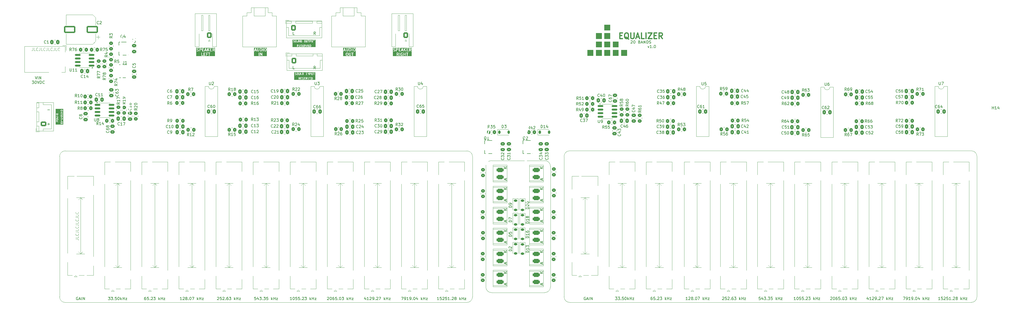
<source format=gbr>
%TF.GenerationSoftware,KiCad,Pcbnew,8.0.8*%
%TF.CreationDate,2025-02-12T06:41:47+01:00*%
%TF.ProjectId,20 Bands Equalizer,32302042-616e-4647-9320-457175616c69,rev?*%
%TF.SameCoordinates,Original*%
%TF.FileFunction,Legend,Top*%
%TF.FilePolarity,Positive*%
%FSLAX46Y46*%
G04 Gerber Fmt 4.6, Leading zero omitted, Abs format (unit mm)*
G04 Created by KiCad (PCBNEW 8.0.8) date 2025-02-12 06:41:47*
%MOMM*%
%LPD*%
G01*
G04 APERTURE LIST*
G04 Aperture macros list*
%AMRoundRect*
0 Rectangle with rounded corners*
0 $1 Rounding radius*
0 $2 $3 $4 $5 $6 $7 $8 $9 X,Y pos of 4 corners*
0 Add a 4 corners polygon primitive as box body*
4,1,4,$2,$3,$4,$5,$6,$7,$8,$9,$2,$3,0*
0 Add four circle primitives for the rounded corners*
1,1,$1+$1,$2,$3*
1,1,$1+$1,$4,$5*
1,1,$1+$1,$6,$7*
1,1,$1+$1,$8,$9*
0 Add four rect primitives between the rounded corners*
20,1,$1+$1,$2,$3,$4,$5,0*
20,1,$1+$1,$4,$5,$6,$7,0*
20,1,$1+$1,$6,$7,$8,$9,0*
20,1,$1+$1,$8,$9,$2,$3,0*%
%AMFreePoly0*
4,1,123,0.971831,0.949200,1.016256,0.946076,1.060503,0.940869,1.104445,0.933604,1.148006,0.924257,1.191059,0.912903,1.233553,0.899543,1.275362,0.884201,1.316408,0.866904,1.356617,0.847727,1.395860,0.826670,1.434087,0.803785,1.471196,0.779147,1.507112,0.752807,1.541732,0.724816,1.575032,0.695199,1.606883,0.664084,1.637262,0.631496,1.666066,0.597536,1.693244,0.562256,
1.718745,0.525730,1.742494,0.488062,1.764465,0.449301,1.784608,0.409576,1.802845,0.330277,3.500178,0.330277,3.500178,-0.329718,1.802845,-0.329718,1.784608,-0.409068,1.764465,-0.448793,1.742494,-0.487554,1.718745,-0.525222,1.693244,-0.561748,1.666066,-0.597028,1.637262,-0.630988,1.606883,-0.663576,1.575032,-0.694691,1.541732,-0.724308,1.507112,-0.752299,1.471196,-0.778639,
1.434087,-0.803277,1.395860,-0.826162,1.356617,-0.847219,1.316408,-0.866396,1.275362,-0.883693,1.233553,-0.899035,1.191059,-0.912395,1.148006,-0.923749,1.104445,-0.933096,1.060503,-0.940361,1.016256,-0.945568,0.971831,-0.948692,0.927305,-0.949759,-0.926899,-0.949759,-0.971425,-0.948692,-1.015850,-0.945568,-1.060097,-0.940361,-1.104039,-0.933096,-1.147600,-0.923749,-1.190653,-0.912395,
-1.233147,-0.899035,-1.274956,-0.883693,-1.316002,-0.866396,-1.356210,-0.847219,-1.395453,-0.826162,-1.433680,-0.803277,-1.470790,-0.778639,-1.506706,-0.752299,-1.541326,-0.724308,-1.574625,-0.694691,-1.606477,-0.663576,-1.636855,-0.630988,-1.665659,-0.597028,-1.692837,-0.561748,-1.718339,-0.525222,-1.742088,-0.487554,-1.764059,-0.448793,-1.784201,-0.409068,-1.802438,-0.368428,-1.818771,-0.327000,
-1.833122,-0.284836,-1.845491,-0.242037,-1.855829,-0.198705,-1.864135,-0.154966,-1.870384,-0.110846,-1.874549,-0.066497,-1.876632,-0.022022,-1.876632,0.022530,-1.874549,0.067005,-1.870384,0.111354,-1.864135,0.155474,-1.855829,0.199213,-1.845491,0.242545,-1.833122,0.285344,-1.818771,0.327508,-1.802438,0.368936,-1.784201,0.409576,-1.764059,0.449301,-1.742088,0.488062,-1.718339,0.525730,
-1.692837,0.562256,-1.665659,0.597536,-1.636855,0.631496,-1.606477,0.664084,-1.574625,0.695199,-1.541326,0.724816,-1.506706,0.752807,-1.470790,0.779147,-1.433680,0.803785,-1.395453,0.826670,-1.356210,0.847727,-1.316002,0.866904,-1.274956,0.884201,-1.233147,0.899543,-1.190653,0.912903,-1.147600,0.924257,-1.104039,0.933604,-1.060097,0.940869,-1.015850,0.946076,-0.971425,0.949200,
-0.926899,0.950267,0.927305,0.950267,0.971831,0.949200,0.971831,0.949200,$1*%
%AMFreePoly1*
4,1,123,0.971476,0.948895,1.015900,0.945771,1.060147,0.940564,1.104089,0.933299,1.147650,0.923952,1.190704,0.912598,1.233198,0.899238,1.275006,0.883896,1.316053,0.866599,1.356261,0.847422,1.395504,0.826365,1.433731,0.803480,1.470841,0.778842,1.506756,0.752502,1.541377,0.724511,1.574676,0.694895,1.606528,0.663780,1.636906,0.631191,1.665710,0.597231,1.692888,0.561951,
1.718390,0.525425,1.742139,0.487757,1.764110,0.448997,1.784252,0.409271,1.802489,0.368631,1.818821,0.327203,1.833172,0.285039,1.845542,0.242240,1.855880,0.198908,1.864186,0.155169,1.870434,0.111049,1.874600,0.066701,1.876683,0.022225,1.876683,-0.022327,1.874600,-0.066802,1.870434,-0.111151,1.864186,-0.155271,1.855880,-0.199009,1.845542,-0.242342,1.833172,-0.285141,
1.818821,-0.327305,1.802489,-0.368733,1.784252,-0.409373,1.764110,-0.449098,1.742139,-0.487859,1.718390,-0.525527,1.692888,-0.562052,1.665710,-0.597333,1.636906,-0.631293,1.606528,-0.663881,1.574676,-0.694996,1.541377,-0.724613,1.506756,-0.752604,1.470841,-0.778943,1.433731,-0.803581,1.395504,-0.826467,1.356261,-0.847523,1.316053,-0.866701,1.275006,-0.883998,1.233198,-0.899340,
1.190704,-0.912700,1.147650,-0.924054,1.104089,-0.933401,1.060147,-0.940665,1.015900,-0.945872,0.971476,-0.948997,0.926949,-0.950064,-0.927254,-0.950064,-0.971781,-0.948997,-1.016205,-0.945872,-1.060452,-0.940665,-1.104394,-0.933401,-1.147955,-0.924054,-1.191008,-0.912700,-1.233503,-0.899340,-1.275311,-0.883998,-1.316358,-0.866701,-1.356566,-0.847523,-1.395809,-0.826467,-1.434036,-0.803581,
-1.471146,-0.778943,-1.507061,-0.752604,-1.541681,-0.724613,-1.574981,-0.694996,-1.606833,-0.663881,-1.637211,-0.631293,-1.666015,-0.597333,-1.693193,-0.562052,-1.718694,-0.525527,-1.742443,-0.487859,-1.764415,-0.449098,-1.784557,-0.409373,-1.802794,-0.330074,-3.500127,-0.330074,-3.500127,0.329921,-1.802794,0.329921,-1.784557,0.409271,-1.764415,0.448997,-1.742443,0.487757,-1.718694,0.525425,
-1.693193,0.561951,-1.666015,0.597231,-1.637211,0.631191,-1.606833,0.663780,-1.574981,0.694895,-1.541681,0.724511,-1.507061,0.752502,-1.471146,0.778842,-1.434036,0.803480,-1.395809,0.826365,-1.356566,0.847422,-1.316358,0.866599,-1.275311,0.883896,-1.233503,0.899238,-1.191008,0.912598,-1.147955,0.923952,-1.104394,0.933299,-1.060452,0.940564,-1.016205,0.945771,-0.971781,0.948895,
-0.927254,0.949962,0.926949,0.949962,0.971476,0.948895,0.971476,0.948895,$1*%
G04 Aperture macros list end*
%ADD10C,0.100000*%
%ADD11C,0.200000*%
%ADD12C,0.400000*%
%ADD13C,0.150000*%
%ADD14C,0.120000*%
%ADD15C,0.000000*%
%ADD16C,0.152400*%
%ADD17C,0.059995*%
%ADD18RoundRect,0.400000X0.850000X-0.400000X0.850000X0.400000X-0.850000X0.400000X-0.850000X-0.400000X0*%
%ADD19RoundRect,0.250000X0.350000X0.450000X-0.350000X0.450000X-0.350000X-0.450000X0.350000X-0.450000X0*%
%ADD20C,0.800000*%
%ADD21C,6.400000*%
%ADD22RoundRect,0.225000X-0.375000X0.225000X-0.375000X-0.225000X0.375000X-0.225000X0.375000X0.225000X0*%
%ADD23RoundRect,0.250000X-0.350000X-0.450000X0.350000X-0.450000X0.350000X0.450000X-0.350000X0.450000X0*%
%ADD24RoundRect,0.250000X0.450000X-0.350000X0.450000X0.350000X-0.450000X0.350000X-0.450000X-0.350000X0*%
%ADD25RoundRect,0.250000X-0.337500X-0.475000X0.337500X-0.475000X0.337500X0.475000X-0.337500X0.475000X0*%
%ADD26RoundRect,0.250000X-0.450000X0.350000X-0.450000X-0.350000X0.450000X-0.350000X0.450000X0.350000X0*%
%ADD27R,1.750000X1.750000*%
%ADD28C,1.750000*%
%ADD29C,2.700000*%
%ADD30C,2.500000*%
%ADD31RoundRect,0.225000X-0.225000X-0.375000X0.225000X-0.375000X0.225000X0.375000X-0.225000X0.375000X0*%
%ADD32R,2.400000X1.600000*%
%ADD33O,2.400000X1.600000*%
%ADD34C,1.200000*%
%ADD35O,1.200000X2.200000*%
%ADD36O,2.200000X1.200000*%
%ADD37RoundRect,0.250000X0.337500X0.475000X-0.337500X0.475000X-0.337500X-0.475000X0.337500X-0.475000X0*%
%ADD38RoundRect,0.250000X0.475000X-0.337500X0.475000X0.337500X-0.475000X0.337500X-0.475000X-0.337500X0*%
%ADD39R,1.575006X0.672009*%
%ADD40FreePoly0,0.000000*%
%ADD41RoundRect,0.250000X-0.600000X-0.725000X0.600000X-0.725000X0.600000X0.725000X-0.600000X0.725000X0*%
%ADD42O,1.700000X1.950000*%
%ADD43RoundRect,0.150000X-0.825000X-0.150000X0.825000X-0.150000X0.825000X0.150000X-0.825000X0.150000X0*%
%ADD44RoundRect,0.250000X-0.475000X0.337500X-0.475000X-0.337500X0.475000X-0.337500X0.475000X0.337500X0*%
%ADD45RoundRect,0.250000X0.600000X0.750000X-0.600000X0.750000X-0.600000X-0.750000X0.600000X-0.750000X0*%
%ADD46O,1.700000X2.000000*%
%ADD47RoundRect,0.250000X0.725000X-0.600000X0.725000X0.600000X-0.725000X0.600000X-0.725000X-0.600000X0*%
%ADD48O,1.950000X1.700000*%
%ADD49FreePoly1,0.000000*%
%ADD50RoundRect,0.150000X0.825000X0.150000X-0.825000X0.150000X-0.825000X-0.150000X0.825000X-0.150000X0*%
%ADD51RoundRect,0.250000X1.750000X1.000000X-1.750000X1.000000X-1.750000X-1.000000X1.750000X-1.000000X0*%
%ADD52R,2.000000X4.600000*%
%ADD53O,2.000000X4.200000*%
%ADD54O,4.200000X2.000000*%
G04 APERTURE END LIST*
D10*
X235650000Y-37710000D02*
X237650000Y-37710000D01*
X237650000Y-39710000D01*
X235650000Y-39710000D01*
X235650000Y-37710000D01*
G36*
X235650000Y-37710000D02*
G01*
X237650000Y-37710000D01*
X237650000Y-39710000D01*
X235650000Y-39710000D01*
X235650000Y-37710000D01*
G37*
X221305555Y-131616667D02*
X221305555Y-81616667D01*
X368305555Y-131616667D02*
G75*
G02*
X366305555Y-133616655I-2000055J67D01*
G01*
X221305555Y-81616667D02*
G75*
G02*
X223305555Y-79616655I1999945J67D01*
G01*
X235650000Y-34710000D02*
X237650000Y-34710000D01*
X237650000Y-36710000D01*
X235650000Y-36710000D01*
X235650000Y-34710000D01*
G36*
X235650000Y-34710000D02*
G01*
X237650000Y-34710000D01*
X237650000Y-36710000D01*
X235650000Y-36710000D01*
X235650000Y-34710000D01*
G37*
X43700000Y-133641667D02*
G75*
G02*
X41700033Y-131641667I0J1999967D01*
G01*
X223305555Y-79616667D02*
X366305555Y-79616667D01*
X186700000Y-79641667D02*
G75*
G02*
X188700033Y-81641667I0J-2000033D01*
G01*
X241650000Y-43710000D02*
X243650000Y-43710000D01*
X243650000Y-45710000D01*
X241650000Y-45710000D01*
X241650000Y-43710000D01*
G36*
X241650000Y-43710000D02*
G01*
X243650000Y-43710000D01*
X243650000Y-45710000D01*
X241650000Y-45710000D01*
X241650000Y-43710000D01*
G37*
X366305555Y-133616667D02*
X223305555Y-133616667D01*
X188700000Y-131641667D02*
G75*
G02*
X186700000Y-133641700I-2000000J-33D01*
G01*
X43700000Y-79641667D02*
X186700000Y-79641667D01*
X232650000Y-43710000D02*
X234650000Y-43710000D01*
X234650000Y-45710000D01*
X232650000Y-45710000D01*
X232650000Y-43710000D01*
G36*
X232650000Y-43710000D02*
G01*
X234650000Y-43710000D01*
X234650000Y-45710000D01*
X232650000Y-45710000D01*
X232650000Y-43710000D01*
G37*
X188700000Y-81641667D02*
X188700000Y-131641667D01*
X238650000Y-43710000D02*
X240650000Y-43710000D01*
X240650000Y-45710000D01*
X238650000Y-45710000D01*
X238650000Y-43710000D01*
G36*
X238650000Y-43710000D02*
G01*
X240650000Y-43710000D01*
X240650000Y-45710000D01*
X238650000Y-45710000D01*
X238650000Y-43710000D01*
G37*
X232650000Y-37710000D02*
X234650000Y-37710000D01*
X234650000Y-39710000D01*
X232650000Y-39710000D01*
X232650000Y-37710000D01*
G36*
X232650000Y-37710000D02*
G01*
X234650000Y-37710000D01*
X234650000Y-39710000D01*
X232650000Y-39710000D01*
X232650000Y-37710000D01*
G37*
X368305555Y-81616667D02*
X368305555Y-131616667D01*
X366305555Y-79616667D02*
G75*
G02*
X368305533Y-81616667I145J-1999833D01*
G01*
X186700000Y-133641667D02*
X43700000Y-133641667D01*
X235650000Y-43710000D02*
X237650000Y-43710000D01*
X237650000Y-45710000D01*
X235650000Y-45710000D01*
X235650000Y-43710000D01*
G36*
X235650000Y-43710000D02*
G01*
X237650000Y-43710000D01*
X237650000Y-45710000D01*
X235650000Y-45710000D01*
X235650000Y-43710000D01*
G37*
X223305555Y-133616667D02*
G75*
G02*
X221305533Y-131616667I145J2000167D01*
G01*
X238650000Y-40710000D02*
X240650000Y-40710000D01*
X240650000Y-42710000D01*
X238650000Y-42710000D01*
X238650000Y-40710000D01*
G36*
X238650000Y-40710000D02*
G01*
X240650000Y-40710000D01*
X240650000Y-42710000D01*
X238650000Y-42710000D01*
X238650000Y-40710000D01*
G37*
X232650000Y-40710000D02*
X234650000Y-40710000D01*
X234650000Y-42710000D01*
X232650000Y-42710000D01*
X232650000Y-40710000D01*
G36*
X232650000Y-40710000D02*
G01*
X234650000Y-40710000D01*
X234650000Y-42710000D01*
X232650000Y-42710000D01*
X232650000Y-40710000D01*
G37*
X235650000Y-40710000D02*
X237650000Y-40710000D01*
X237650000Y-42710000D01*
X235650000Y-42710000D01*
X235650000Y-40710000D01*
G36*
X235650000Y-40710000D02*
G01*
X237650000Y-40710000D01*
X237650000Y-42710000D01*
X235650000Y-42710000D01*
X235650000Y-40710000D01*
G37*
X41700000Y-81641667D02*
G75*
G02*
X43700000Y-79641670I2000000J-3D01*
G01*
X41700000Y-131641667D02*
X41700000Y-81641667D01*
X229650000Y-43710000D02*
X231650000Y-43710000D01*
X231650000Y-45710000D01*
X229650000Y-45710000D01*
X229650000Y-43710000D01*
G36*
X229650000Y-43710000D02*
G01*
X231650000Y-43710000D01*
X231650000Y-45710000D01*
X229650000Y-45710000D01*
X229650000Y-43710000D01*
G37*
D11*
X33029762Y-53099747D02*
X33363095Y-54099747D01*
X33363095Y-54099747D02*
X33696428Y-53099747D01*
X34029762Y-54099747D02*
X34029762Y-53099747D01*
X34505952Y-54099747D02*
X34505952Y-53099747D01*
X34505952Y-53099747D02*
X35077380Y-54099747D01*
X35077380Y-54099747D02*
X35077380Y-53099747D01*
X31886905Y-54709691D02*
X32505952Y-54709691D01*
X32505952Y-54709691D02*
X32172619Y-55090643D01*
X32172619Y-55090643D02*
X32315476Y-55090643D01*
X32315476Y-55090643D02*
X32410714Y-55138262D01*
X32410714Y-55138262D02*
X32458333Y-55185881D01*
X32458333Y-55185881D02*
X32505952Y-55281119D01*
X32505952Y-55281119D02*
X32505952Y-55519214D01*
X32505952Y-55519214D02*
X32458333Y-55614452D01*
X32458333Y-55614452D02*
X32410714Y-55662072D01*
X32410714Y-55662072D02*
X32315476Y-55709691D01*
X32315476Y-55709691D02*
X32029762Y-55709691D01*
X32029762Y-55709691D02*
X31934524Y-55662072D01*
X31934524Y-55662072D02*
X31886905Y-55614452D01*
X33125000Y-54709691D02*
X33220238Y-54709691D01*
X33220238Y-54709691D02*
X33315476Y-54757310D01*
X33315476Y-54757310D02*
X33363095Y-54804929D01*
X33363095Y-54804929D02*
X33410714Y-54900167D01*
X33410714Y-54900167D02*
X33458333Y-55090643D01*
X33458333Y-55090643D02*
X33458333Y-55328738D01*
X33458333Y-55328738D02*
X33410714Y-55519214D01*
X33410714Y-55519214D02*
X33363095Y-55614452D01*
X33363095Y-55614452D02*
X33315476Y-55662072D01*
X33315476Y-55662072D02*
X33220238Y-55709691D01*
X33220238Y-55709691D02*
X33125000Y-55709691D01*
X33125000Y-55709691D02*
X33029762Y-55662072D01*
X33029762Y-55662072D02*
X32982143Y-55614452D01*
X32982143Y-55614452D02*
X32934524Y-55519214D01*
X32934524Y-55519214D02*
X32886905Y-55328738D01*
X32886905Y-55328738D02*
X32886905Y-55090643D01*
X32886905Y-55090643D02*
X32934524Y-54900167D01*
X32934524Y-54900167D02*
X32982143Y-54804929D01*
X32982143Y-54804929D02*
X33029762Y-54757310D01*
X33029762Y-54757310D02*
X33125000Y-54709691D01*
X33744048Y-54709691D02*
X34077381Y-55709691D01*
X34077381Y-55709691D02*
X34410714Y-54709691D01*
X34744048Y-55709691D02*
X34744048Y-54709691D01*
X34744048Y-54709691D02*
X34982143Y-54709691D01*
X34982143Y-54709691D02*
X35125000Y-54757310D01*
X35125000Y-54757310D02*
X35220238Y-54852548D01*
X35220238Y-54852548D02*
X35267857Y-54947786D01*
X35267857Y-54947786D02*
X35315476Y-55138262D01*
X35315476Y-55138262D02*
X35315476Y-55281119D01*
X35315476Y-55281119D02*
X35267857Y-55471595D01*
X35267857Y-55471595D02*
X35220238Y-55566833D01*
X35220238Y-55566833D02*
X35125000Y-55662072D01*
X35125000Y-55662072D02*
X34982143Y-55709691D01*
X34982143Y-55709691D02*
X34744048Y-55709691D01*
X36315476Y-55614452D02*
X36267857Y-55662072D01*
X36267857Y-55662072D02*
X36125000Y-55709691D01*
X36125000Y-55709691D02*
X36029762Y-55709691D01*
X36029762Y-55709691D02*
X35886905Y-55662072D01*
X35886905Y-55662072D02*
X35791667Y-55566833D01*
X35791667Y-55566833D02*
X35744048Y-55471595D01*
X35744048Y-55471595D02*
X35696429Y-55281119D01*
X35696429Y-55281119D02*
X35696429Y-55138262D01*
X35696429Y-55138262D02*
X35744048Y-54947786D01*
X35744048Y-54947786D02*
X35791667Y-54852548D01*
X35791667Y-54852548D02*
X35886905Y-54757310D01*
X35886905Y-54757310D02*
X36029762Y-54709691D01*
X36029762Y-54709691D02*
X36125000Y-54709691D01*
X36125000Y-54709691D02*
X36267857Y-54757310D01*
X36267857Y-54757310D02*
X36315476Y-54804929D01*
X48220595Y-131761505D02*
X48125357Y-131713886D01*
X48125357Y-131713886D02*
X47982500Y-131713886D01*
X47982500Y-131713886D02*
X47839643Y-131761505D01*
X47839643Y-131761505D02*
X47744405Y-131856743D01*
X47744405Y-131856743D02*
X47696786Y-131951981D01*
X47696786Y-131951981D02*
X47649167Y-132142457D01*
X47649167Y-132142457D02*
X47649167Y-132285314D01*
X47649167Y-132285314D02*
X47696786Y-132475790D01*
X47696786Y-132475790D02*
X47744405Y-132571028D01*
X47744405Y-132571028D02*
X47839643Y-132666267D01*
X47839643Y-132666267D02*
X47982500Y-132713886D01*
X47982500Y-132713886D02*
X48077738Y-132713886D01*
X48077738Y-132713886D02*
X48220595Y-132666267D01*
X48220595Y-132666267D02*
X48268214Y-132618647D01*
X48268214Y-132618647D02*
X48268214Y-132285314D01*
X48268214Y-132285314D02*
X48077738Y-132285314D01*
X48649167Y-132428171D02*
X49125357Y-132428171D01*
X48553929Y-132713886D02*
X48887262Y-131713886D01*
X48887262Y-131713886D02*
X49220595Y-132713886D01*
X49553929Y-132713886D02*
X49553929Y-131713886D01*
X50030119Y-132713886D02*
X50030119Y-131713886D01*
X50030119Y-131713886D02*
X50601547Y-132713886D01*
X50601547Y-132713886D02*
X50601547Y-131713886D01*
X245078571Y-40452485D02*
X245126190Y-40404866D01*
X245126190Y-40404866D02*
X245221428Y-40357247D01*
X245221428Y-40357247D02*
X245459523Y-40357247D01*
X245459523Y-40357247D02*
X245554761Y-40404866D01*
X245554761Y-40404866D02*
X245602380Y-40452485D01*
X245602380Y-40452485D02*
X245649999Y-40547723D01*
X245649999Y-40547723D02*
X245649999Y-40642961D01*
X245649999Y-40642961D02*
X245602380Y-40785818D01*
X245602380Y-40785818D02*
X245030952Y-41357247D01*
X245030952Y-41357247D02*
X245649999Y-41357247D01*
X246269047Y-40357247D02*
X246364285Y-40357247D01*
X246364285Y-40357247D02*
X246459523Y-40404866D01*
X246459523Y-40404866D02*
X246507142Y-40452485D01*
X246507142Y-40452485D02*
X246554761Y-40547723D01*
X246554761Y-40547723D02*
X246602380Y-40738199D01*
X246602380Y-40738199D02*
X246602380Y-40976294D01*
X246602380Y-40976294D02*
X246554761Y-41166770D01*
X246554761Y-41166770D02*
X246507142Y-41262008D01*
X246507142Y-41262008D02*
X246459523Y-41309628D01*
X246459523Y-41309628D02*
X246364285Y-41357247D01*
X246364285Y-41357247D02*
X246269047Y-41357247D01*
X246269047Y-41357247D02*
X246173809Y-41309628D01*
X246173809Y-41309628D02*
X246126190Y-41262008D01*
X246126190Y-41262008D02*
X246078571Y-41166770D01*
X246078571Y-41166770D02*
X246030952Y-40976294D01*
X246030952Y-40976294D02*
X246030952Y-40738199D01*
X246030952Y-40738199D02*
X246078571Y-40547723D01*
X246078571Y-40547723D02*
X246126190Y-40452485D01*
X246126190Y-40452485D02*
X246173809Y-40404866D01*
X246173809Y-40404866D02*
X246269047Y-40357247D01*
X248126190Y-40833437D02*
X248269047Y-40881056D01*
X248269047Y-40881056D02*
X248316666Y-40928675D01*
X248316666Y-40928675D02*
X248364285Y-41023913D01*
X248364285Y-41023913D02*
X248364285Y-41166770D01*
X248364285Y-41166770D02*
X248316666Y-41262008D01*
X248316666Y-41262008D02*
X248269047Y-41309628D01*
X248269047Y-41309628D02*
X248173809Y-41357247D01*
X248173809Y-41357247D02*
X247792857Y-41357247D01*
X247792857Y-41357247D02*
X247792857Y-40357247D01*
X247792857Y-40357247D02*
X248126190Y-40357247D01*
X248126190Y-40357247D02*
X248221428Y-40404866D01*
X248221428Y-40404866D02*
X248269047Y-40452485D01*
X248269047Y-40452485D02*
X248316666Y-40547723D01*
X248316666Y-40547723D02*
X248316666Y-40642961D01*
X248316666Y-40642961D02*
X248269047Y-40738199D01*
X248269047Y-40738199D02*
X248221428Y-40785818D01*
X248221428Y-40785818D02*
X248126190Y-40833437D01*
X248126190Y-40833437D02*
X247792857Y-40833437D01*
X248745238Y-41071532D02*
X249221428Y-41071532D01*
X248650000Y-41357247D02*
X248983333Y-40357247D01*
X248983333Y-40357247D02*
X249316666Y-41357247D01*
X249650000Y-41357247D02*
X249650000Y-40357247D01*
X249650000Y-40357247D02*
X250221428Y-41357247D01*
X250221428Y-41357247D02*
X250221428Y-40357247D01*
X250697619Y-41357247D02*
X250697619Y-40357247D01*
X250697619Y-40357247D02*
X250935714Y-40357247D01*
X250935714Y-40357247D02*
X251078571Y-40404866D01*
X251078571Y-40404866D02*
X251173809Y-40500104D01*
X251173809Y-40500104D02*
X251221428Y-40595342D01*
X251221428Y-40595342D02*
X251269047Y-40785818D01*
X251269047Y-40785818D02*
X251269047Y-40928675D01*
X251269047Y-40928675D02*
X251221428Y-41119151D01*
X251221428Y-41119151D02*
X251173809Y-41214389D01*
X251173809Y-41214389D02*
X251078571Y-41309628D01*
X251078571Y-41309628D02*
X250935714Y-41357247D01*
X250935714Y-41357247D02*
X250697619Y-41357247D01*
X251650000Y-41309628D02*
X251792857Y-41357247D01*
X251792857Y-41357247D02*
X252030952Y-41357247D01*
X252030952Y-41357247D02*
X252126190Y-41309628D01*
X252126190Y-41309628D02*
X252173809Y-41262008D01*
X252173809Y-41262008D02*
X252221428Y-41166770D01*
X252221428Y-41166770D02*
X252221428Y-41071532D01*
X252221428Y-41071532D02*
X252173809Y-40976294D01*
X252173809Y-40976294D02*
X252126190Y-40928675D01*
X252126190Y-40928675D02*
X252030952Y-40881056D01*
X252030952Y-40881056D02*
X251840476Y-40833437D01*
X251840476Y-40833437D02*
X251745238Y-40785818D01*
X251745238Y-40785818D02*
X251697619Y-40738199D01*
X251697619Y-40738199D02*
X251650000Y-40642961D01*
X251650000Y-40642961D02*
X251650000Y-40547723D01*
X251650000Y-40547723D02*
X251697619Y-40452485D01*
X251697619Y-40452485D02*
X251745238Y-40404866D01*
X251745238Y-40404866D02*
X251840476Y-40357247D01*
X251840476Y-40357247D02*
X252078571Y-40357247D01*
X252078571Y-40357247D02*
X252221428Y-40404866D01*
X251102381Y-42300524D02*
X251340476Y-42967191D01*
X251340476Y-42967191D02*
X251578571Y-42300524D01*
X252483333Y-42967191D02*
X251911905Y-42967191D01*
X252197619Y-42967191D02*
X252197619Y-41967191D01*
X252197619Y-41967191D02*
X252102381Y-42110048D01*
X252102381Y-42110048D02*
X252007143Y-42205286D01*
X252007143Y-42205286D02*
X251911905Y-42252905D01*
X252911905Y-42871952D02*
X252959524Y-42919572D01*
X252959524Y-42919572D02*
X252911905Y-42967191D01*
X252911905Y-42967191D02*
X252864286Y-42919572D01*
X252864286Y-42919572D02*
X252911905Y-42871952D01*
X252911905Y-42871952D02*
X252911905Y-42967191D01*
X253578571Y-41967191D02*
X253673809Y-41967191D01*
X253673809Y-41967191D02*
X253769047Y-42014810D01*
X253769047Y-42014810D02*
X253816666Y-42062429D01*
X253816666Y-42062429D02*
X253864285Y-42157667D01*
X253864285Y-42157667D02*
X253911904Y-42348143D01*
X253911904Y-42348143D02*
X253911904Y-42586238D01*
X253911904Y-42586238D02*
X253864285Y-42776714D01*
X253864285Y-42776714D02*
X253816666Y-42871952D01*
X253816666Y-42871952D02*
X253769047Y-42919572D01*
X253769047Y-42919572D02*
X253673809Y-42967191D01*
X253673809Y-42967191D02*
X253578571Y-42967191D01*
X253578571Y-42967191D02*
X253483333Y-42919572D01*
X253483333Y-42919572D02*
X253435714Y-42871952D01*
X253435714Y-42871952D02*
X253388095Y-42776714D01*
X253388095Y-42776714D02*
X253340476Y-42586238D01*
X253340476Y-42586238D02*
X253340476Y-42348143D01*
X253340476Y-42348143D02*
X253388095Y-42157667D01*
X253388095Y-42157667D02*
X253435714Y-42062429D01*
X253435714Y-42062429D02*
X253483333Y-42014810D01*
X253483333Y-42014810D02*
X253578571Y-41967191D01*
X329606030Y-132022219D02*
X329606030Y-132688886D01*
X329367935Y-131641267D02*
X329129840Y-132355552D01*
X329129840Y-132355552D02*
X329748887Y-132355552D01*
X330653649Y-132688886D02*
X330082221Y-132688886D01*
X330367935Y-132688886D02*
X330367935Y-131688886D01*
X330367935Y-131688886D02*
X330272697Y-131831743D01*
X330272697Y-131831743D02*
X330177459Y-131926981D01*
X330177459Y-131926981D02*
X330082221Y-131974600D01*
X331034602Y-131784124D02*
X331082221Y-131736505D01*
X331082221Y-131736505D02*
X331177459Y-131688886D01*
X331177459Y-131688886D02*
X331415554Y-131688886D01*
X331415554Y-131688886D02*
X331510792Y-131736505D01*
X331510792Y-131736505D02*
X331558411Y-131784124D01*
X331558411Y-131784124D02*
X331606030Y-131879362D01*
X331606030Y-131879362D02*
X331606030Y-131974600D01*
X331606030Y-131974600D02*
X331558411Y-132117457D01*
X331558411Y-132117457D02*
X330986983Y-132688886D01*
X330986983Y-132688886D02*
X331606030Y-132688886D01*
X332082221Y-132688886D02*
X332272697Y-132688886D01*
X332272697Y-132688886D02*
X332367935Y-132641267D01*
X332367935Y-132641267D02*
X332415554Y-132593647D01*
X332415554Y-132593647D02*
X332510792Y-132450790D01*
X332510792Y-132450790D02*
X332558411Y-132260314D01*
X332558411Y-132260314D02*
X332558411Y-131879362D01*
X332558411Y-131879362D02*
X332510792Y-131784124D01*
X332510792Y-131784124D02*
X332463173Y-131736505D01*
X332463173Y-131736505D02*
X332367935Y-131688886D01*
X332367935Y-131688886D02*
X332177459Y-131688886D01*
X332177459Y-131688886D02*
X332082221Y-131736505D01*
X332082221Y-131736505D02*
X332034602Y-131784124D01*
X332034602Y-131784124D02*
X331986983Y-131879362D01*
X331986983Y-131879362D02*
X331986983Y-132117457D01*
X331986983Y-132117457D02*
X332034602Y-132212695D01*
X332034602Y-132212695D02*
X332082221Y-132260314D01*
X332082221Y-132260314D02*
X332177459Y-132307933D01*
X332177459Y-132307933D02*
X332367935Y-132307933D01*
X332367935Y-132307933D02*
X332463173Y-132260314D01*
X332463173Y-132260314D02*
X332510792Y-132212695D01*
X332510792Y-132212695D02*
X332558411Y-132117457D01*
X332986983Y-132593647D02*
X333034602Y-132641267D01*
X333034602Y-132641267D02*
X332986983Y-132688886D01*
X332986983Y-132688886D02*
X332939364Y-132641267D01*
X332939364Y-132641267D02*
X332986983Y-132593647D01*
X332986983Y-132593647D02*
X332986983Y-132688886D01*
X333415554Y-131784124D02*
X333463173Y-131736505D01*
X333463173Y-131736505D02*
X333558411Y-131688886D01*
X333558411Y-131688886D02*
X333796506Y-131688886D01*
X333796506Y-131688886D02*
X333891744Y-131736505D01*
X333891744Y-131736505D02*
X333939363Y-131784124D01*
X333939363Y-131784124D02*
X333986982Y-131879362D01*
X333986982Y-131879362D02*
X333986982Y-131974600D01*
X333986982Y-131974600D02*
X333939363Y-132117457D01*
X333939363Y-132117457D02*
X333367935Y-132688886D01*
X333367935Y-132688886D02*
X333986982Y-132688886D01*
X334320316Y-131688886D02*
X334986982Y-131688886D01*
X334986982Y-131688886D02*
X334558411Y-132688886D01*
X336129840Y-132688886D02*
X336129840Y-131688886D01*
X336225078Y-132307933D02*
X336510792Y-132688886D01*
X336510792Y-132022219D02*
X336129840Y-132403171D01*
X336939364Y-132688886D02*
X336939364Y-131688886D01*
X336939364Y-132165076D02*
X337510792Y-132165076D01*
X337510792Y-132688886D02*
X337510792Y-131688886D01*
X337891745Y-132022219D02*
X338415554Y-132022219D01*
X338415554Y-132022219D02*
X337891745Y-132688886D01*
X337891745Y-132688886D02*
X338415554Y-132688886D01*
X355187302Y-132688886D02*
X354615874Y-132688886D01*
X354901588Y-132688886D02*
X354901588Y-131688886D01*
X354901588Y-131688886D02*
X354806350Y-131831743D01*
X354806350Y-131831743D02*
X354711112Y-131926981D01*
X354711112Y-131926981D02*
X354615874Y-131974600D01*
X356092064Y-131688886D02*
X355615874Y-131688886D01*
X355615874Y-131688886D02*
X355568255Y-132165076D01*
X355568255Y-132165076D02*
X355615874Y-132117457D01*
X355615874Y-132117457D02*
X355711112Y-132069838D01*
X355711112Y-132069838D02*
X355949207Y-132069838D01*
X355949207Y-132069838D02*
X356044445Y-132117457D01*
X356044445Y-132117457D02*
X356092064Y-132165076D01*
X356092064Y-132165076D02*
X356139683Y-132260314D01*
X356139683Y-132260314D02*
X356139683Y-132498409D01*
X356139683Y-132498409D02*
X356092064Y-132593647D01*
X356092064Y-132593647D02*
X356044445Y-132641267D01*
X356044445Y-132641267D02*
X355949207Y-132688886D01*
X355949207Y-132688886D02*
X355711112Y-132688886D01*
X355711112Y-132688886D02*
X355615874Y-132641267D01*
X355615874Y-132641267D02*
X355568255Y-132593647D01*
X356520636Y-131784124D02*
X356568255Y-131736505D01*
X356568255Y-131736505D02*
X356663493Y-131688886D01*
X356663493Y-131688886D02*
X356901588Y-131688886D01*
X356901588Y-131688886D02*
X356996826Y-131736505D01*
X356996826Y-131736505D02*
X357044445Y-131784124D01*
X357044445Y-131784124D02*
X357092064Y-131879362D01*
X357092064Y-131879362D02*
X357092064Y-131974600D01*
X357092064Y-131974600D02*
X357044445Y-132117457D01*
X357044445Y-132117457D02*
X356473017Y-132688886D01*
X356473017Y-132688886D02*
X357092064Y-132688886D01*
X357996826Y-131688886D02*
X357520636Y-131688886D01*
X357520636Y-131688886D02*
X357473017Y-132165076D01*
X357473017Y-132165076D02*
X357520636Y-132117457D01*
X357520636Y-132117457D02*
X357615874Y-132069838D01*
X357615874Y-132069838D02*
X357853969Y-132069838D01*
X357853969Y-132069838D02*
X357949207Y-132117457D01*
X357949207Y-132117457D02*
X357996826Y-132165076D01*
X357996826Y-132165076D02*
X358044445Y-132260314D01*
X358044445Y-132260314D02*
X358044445Y-132498409D01*
X358044445Y-132498409D02*
X357996826Y-132593647D01*
X357996826Y-132593647D02*
X357949207Y-132641267D01*
X357949207Y-132641267D02*
X357853969Y-132688886D01*
X357853969Y-132688886D02*
X357615874Y-132688886D01*
X357615874Y-132688886D02*
X357520636Y-132641267D01*
X357520636Y-132641267D02*
X357473017Y-132593647D01*
X358996826Y-132688886D02*
X358425398Y-132688886D01*
X358711112Y-132688886D02*
X358711112Y-131688886D01*
X358711112Y-131688886D02*
X358615874Y-131831743D01*
X358615874Y-131831743D02*
X358520636Y-131926981D01*
X358520636Y-131926981D02*
X358425398Y-131974600D01*
X359425398Y-132593647D02*
X359473017Y-132641267D01*
X359473017Y-132641267D02*
X359425398Y-132688886D01*
X359425398Y-132688886D02*
X359377779Y-132641267D01*
X359377779Y-132641267D02*
X359425398Y-132593647D01*
X359425398Y-132593647D02*
X359425398Y-132688886D01*
X359853969Y-131784124D02*
X359901588Y-131736505D01*
X359901588Y-131736505D02*
X359996826Y-131688886D01*
X359996826Y-131688886D02*
X360234921Y-131688886D01*
X360234921Y-131688886D02*
X360330159Y-131736505D01*
X360330159Y-131736505D02*
X360377778Y-131784124D01*
X360377778Y-131784124D02*
X360425397Y-131879362D01*
X360425397Y-131879362D02*
X360425397Y-131974600D01*
X360425397Y-131974600D02*
X360377778Y-132117457D01*
X360377778Y-132117457D02*
X359806350Y-132688886D01*
X359806350Y-132688886D02*
X360425397Y-132688886D01*
X360996826Y-132117457D02*
X360901588Y-132069838D01*
X360901588Y-132069838D02*
X360853969Y-132022219D01*
X360853969Y-132022219D02*
X360806350Y-131926981D01*
X360806350Y-131926981D02*
X360806350Y-131879362D01*
X360806350Y-131879362D02*
X360853969Y-131784124D01*
X360853969Y-131784124D02*
X360901588Y-131736505D01*
X360901588Y-131736505D02*
X360996826Y-131688886D01*
X360996826Y-131688886D02*
X361187302Y-131688886D01*
X361187302Y-131688886D02*
X361282540Y-131736505D01*
X361282540Y-131736505D02*
X361330159Y-131784124D01*
X361330159Y-131784124D02*
X361377778Y-131879362D01*
X361377778Y-131879362D02*
X361377778Y-131926981D01*
X361377778Y-131926981D02*
X361330159Y-132022219D01*
X361330159Y-132022219D02*
X361282540Y-132069838D01*
X361282540Y-132069838D02*
X361187302Y-132117457D01*
X361187302Y-132117457D02*
X360996826Y-132117457D01*
X360996826Y-132117457D02*
X360901588Y-132165076D01*
X360901588Y-132165076D02*
X360853969Y-132212695D01*
X360853969Y-132212695D02*
X360806350Y-132307933D01*
X360806350Y-132307933D02*
X360806350Y-132498409D01*
X360806350Y-132498409D02*
X360853969Y-132593647D01*
X360853969Y-132593647D02*
X360901588Y-132641267D01*
X360901588Y-132641267D02*
X360996826Y-132688886D01*
X360996826Y-132688886D02*
X361187302Y-132688886D01*
X361187302Y-132688886D02*
X361282540Y-132641267D01*
X361282540Y-132641267D02*
X361330159Y-132593647D01*
X361330159Y-132593647D02*
X361377778Y-132498409D01*
X361377778Y-132498409D02*
X361377778Y-132307933D01*
X361377778Y-132307933D02*
X361330159Y-132212695D01*
X361330159Y-132212695D02*
X361282540Y-132165076D01*
X361282540Y-132165076D02*
X361187302Y-132117457D01*
X362568255Y-132688886D02*
X362568255Y-131688886D01*
X362663493Y-132307933D02*
X362949207Y-132688886D01*
X362949207Y-132022219D02*
X362568255Y-132403171D01*
X363377779Y-132688886D02*
X363377779Y-131688886D01*
X363377779Y-132165076D02*
X363949207Y-132165076D01*
X363949207Y-132688886D02*
X363949207Y-131688886D01*
X364330160Y-132022219D02*
X364853969Y-132022219D01*
X364853969Y-132022219D02*
X364330160Y-132688886D01*
X364330160Y-132688886D02*
X364853969Y-132688886D01*
X291186507Y-131688886D02*
X290710317Y-131688886D01*
X290710317Y-131688886D02*
X290662698Y-132165076D01*
X290662698Y-132165076D02*
X290710317Y-132117457D01*
X290710317Y-132117457D02*
X290805555Y-132069838D01*
X290805555Y-132069838D02*
X291043650Y-132069838D01*
X291043650Y-132069838D02*
X291138888Y-132117457D01*
X291138888Y-132117457D02*
X291186507Y-132165076D01*
X291186507Y-132165076D02*
X291234126Y-132260314D01*
X291234126Y-132260314D02*
X291234126Y-132498409D01*
X291234126Y-132498409D02*
X291186507Y-132593647D01*
X291186507Y-132593647D02*
X291138888Y-132641267D01*
X291138888Y-132641267D02*
X291043650Y-132688886D01*
X291043650Y-132688886D02*
X290805555Y-132688886D01*
X290805555Y-132688886D02*
X290710317Y-132641267D01*
X290710317Y-132641267D02*
X290662698Y-132593647D01*
X292091269Y-132022219D02*
X292091269Y-132688886D01*
X291853174Y-131641267D02*
X291615079Y-132355552D01*
X291615079Y-132355552D02*
X292234126Y-132355552D01*
X292519841Y-131688886D02*
X293138888Y-131688886D01*
X293138888Y-131688886D02*
X292805555Y-132069838D01*
X292805555Y-132069838D02*
X292948412Y-132069838D01*
X292948412Y-132069838D02*
X293043650Y-132117457D01*
X293043650Y-132117457D02*
X293091269Y-132165076D01*
X293091269Y-132165076D02*
X293138888Y-132260314D01*
X293138888Y-132260314D02*
X293138888Y-132498409D01*
X293138888Y-132498409D02*
X293091269Y-132593647D01*
X293091269Y-132593647D02*
X293043650Y-132641267D01*
X293043650Y-132641267D02*
X292948412Y-132688886D01*
X292948412Y-132688886D02*
X292662698Y-132688886D01*
X292662698Y-132688886D02*
X292567460Y-132641267D01*
X292567460Y-132641267D02*
X292519841Y-132593647D01*
X293567460Y-132593647D02*
X293615079Y-132641267D01*
X293615079Y-132641267D02*
X293567460Y-132688886D01*
X293567460Y-132688886D02*
X293519841Y-132641267D01*
X293519841Y-132641267D02*
X293567460Y-132593647D01*
X293567460Y-132593647D02*
X293567460Y-132688886D01*
X293948412Y-131688886D02*
X294567459Y-131688886D01*
X294567459Y-131688886D02*
X294234126Y-132069838D01*
X294234126Y-132069838D02*
X294376983Y-132069838D01*
X294376983Y-132069838D02*
X294472221Y-132117457D01*
X294472221Y-132117457D02*
X294519840Y-132165076D01*
X294519840Y-132165076D02*
X294567459Y-132260314D01*
X294567459Y-132260314D02*
X294567459Y-132498409D01*
X294567459Y-132498409D02*
X294519840Y-132593647D01*
X294519840Y-132593647D02*
X294472221Y-132641267D01*
X294472221Y-132641267D02*
X294376983Y-132688886D01*
X294376983Y-132688886D02*
X294091269Y-132688886D01*
X294091269Y-132688886D02*
X293996031Y-132641267D01*
X293996031Y-132641267D02*
X293948412Y-132593647D01*
X295472221Y-131688886D02*
X294996031Y-131688886D01*
X294996031Y-131688886D02*
X294948412Y-132165076D01*
X294948412Y-132165076D02*
X294996031Y-132117457D01*
X294996031Y-132117457D02*
X295091269Y-132069838D01*
X295091269Y-132069838D02*
X295329364Y-132069838D01*
X295329364Y-132069838D02*
X295424602Y-132117457D01*
X295424602Y-132117457D02*
X295472221Y-132165076D01*
X295472221Y-132165076D02*
X295519840Y-132260314D01*
X295519840Y-132260314D02*
X295519840Y-132498409D01*
X295519840Y-132498409D02*
X295472221Y-132593647D01*
X295472221Y-132593647D02*
X295424602Y-132641267D01*
X295424602Y-132641267D02*
X295329364Y-132688886D01*
X295329364Y-132688886D02*
X295091269Y-132688886D01*
X295091269Y-132688886D02*
X294996031Y-132641267D01*
X294996031Y-132641267D02*
X294948412Y-132593647D01*
X296710317Y-132688886D02*
X296710317Y-131688886D01*
X296805555Y-132307933D02*
X297091269Y-132688886D01*
X297091269Y-132022219D02*
X296710317Y-132403171D01*
X297519841Y-132688886D02*
X297519841Y-131688886D01*
X297519841Y-132165076D02*
X298091269Y-132165076D01*
X298091269Y-132688886D02*
X298091269Y-131688886D01*
X298472222Y-132022219D02*
X298996031Y-132022219D01*
X298996031Y-132022219D02*
X298472222Y-132688886D01*
X298472222Y-132688886D02*
X298996031Y-132688886D01*
X303739046Y-132688886D02*
X303167618Y-132688886D01*
X303453332Y-132688886D02*
X303453332Y-131688886D01*
X303453332Y-131688886D02*
X303358094Y-131831743D01*
X303358094Y-131831743D02*
X303262856Y-131926981D01*
X303262856Y-131926981D02*
X303167618Y-131974600D01*
X304358094Y-131688886D02*
X304453332Y-131688886D01*
X304453332Y-131688886D02*
X304548570Y-131736505D01*
X304548570Y-131736505D02*
X304596189Y-131784124D01*
X304596189Y-131784124D02*
X304643808Y-131879362D01*
X304643808Y-131879362D02*
X304691427Y-132069838D01*
X304691427Y-132069838D02*
X304691427Y-132307933D01*
X304691427Y-132307933D02*
X304643808Y-132498409D01*
X304643808Y-132498409D02*
X304596189Y-132593647D01*
X304596189Y-132593647D02*
X304548570Y-132641267D01*
X304548570Y-132641267D02*
X304453332Y-132688886D01*
X304453332Y-132688886D02*
X304358094Y-132688886D01*
X304358094Y-132688886D02*
X304262856Y-132641267D01*
X304262856Y-132641267D02*
X304215237Y-132593647D01*
X304215237Y-132593647D02*
X304167618Y-132498409D01*
X304167618Y-132498409D02*
X304119999Y-132307933D01*
X304119999Y-132307933D02*
X304119999Y-132069838D01*
X304119999Y-132069838D02*
X304167618Y-131879362D01*
X304167618Y-131879362D02*
X304215237Y-131784124D01*
X304215237Y-131784124D02*
X304262856Y-131736505D01*
X304262856Y-131736505D02*
X304358094Y-131688886D01*
X305596189Y-131688886D02*
X305119999Y-131688886D01*
X305119999Y-131688886D02*
X305072380Y-132165076D01*
X305072380Y-132165076D02*
X305119999Y-132117457D01*
X305119999Y-132117457D02*
X305215237Y-132069838D01*
X305215237Y-132069838D02*
X305453332Y-132069838D01*
X305453332Y-132069838D02*
X305548570Y-132117457D01*
X305548570Y-132117457D02*
X305596189Y-132165076D01*
X305596189Y-132165076D02*
X305643808Y-132260314D01*
X305643808Y-132260314D02*
X305643808Y-132498409D01*
X305643808Y-132498409D02*
X305596189Y-132593647D01*
X305596189Y-132593647D02*
X305548570Y-132641267D01*
X305548570Y-132641267D02*
X305453332Y-132688886D01*
X305453332Y-132688886D02*
X305215237Y-132688886D01*
X305215237Y-132688886D02*
X305119999Y-132641267D01*
X305119999Y-132641267D02*
X305072380Y-132593647D01*
X306548570Y-131688886D02*
X306072380Y-131688886D01*
X306072380Y-131688886D02*
X306024761Y-132165076D01*
X306024761Y-132165076D02*
X306072380Y-132117457D01*
X306072380Y-132117457D02*
X306167618Y-132069838D01*
X306167618Y-132069838D02*
X306405713Y-132069838D01*
X306405713Y-132069838D02*
X306500951Y-132117457D01*
X306500951Y-132117457D02*
X306548570Y-132165076D01*
X306548570Y-132165076D02*
X306596189Y-132260314D01*
X306596189Y-132260314D02*
X306596189Y-132498409D01*
X306596189Y-132498409D02*
X306548570Y-132593647D01*
X306548570Y-132593647D02*
X306500951Y-132641267D01*
X306500951Y-132641267D02*
X306405713Y-132688886D01*
X306405713Y-132688886D02*
X306167618Y-132688886D01*
X306167618Y-132688886D02*
X306072380Y-132641267D01*
X306072380Y-132641267D02*
X306024761Y-132593647D01*
X307024761Y-132593647D02*
X307072380Y-132641267D01*
X307072380Y-132641267D02*
X307024761Y-132688886D01*
X307024761Y-132688886D02*
X306977142Y-132641267D01*
X306977142Y-132641267D02*
X307024761Y-132593647D01*
X307024761Y-132593647D02*
X307024761Y-132688886D01*
X307453332Y-131784124D02*
X307500951Y-131736505D01*
X307500951Y-131736505D02*
X307596189Y-131688886D01*
X307596189Y-131688886D02*
X307834284Y-131688886D01*
X307834284Y-131688886D02*
X307929522Y-131736505D01*
X307929522Y-131736505D02*
X307977141Y-131784124D01*
X307977141Y-131784124D02*
X308024760Y-131879362D01*
X308024760Y-131879362D02*
X308024760Y-131974600D01*
X308024760Y-131974600D02*
X307977141Y-132117457D01*
X307977141Y-132117457D02*
X307405713Y-132688886D01*
X307405713Y-132688886D02*
X308024760Y-132688886D01*
X308358094Y-131688886D02*
X308977141Y-131688886D01*
X308977141Y-131688886D02*
X308643808Y-132069838D01*
X308643808Y-132069838D02*
X308786665Y-132069838D01*
X308786665Y-132069838D02*
X308881903Y-132117457D01*
X308881903Y-132117457D02*
X308929522Y-132165076D01*
X308929522Y-132165076D02*
X308977141Y-132260314D01*
X308977141Y-132260314D02*
X308977141Y-132498409D01*
X308977141Y-132498409D02*
X308929522Y-132593647D01*
X308929522Y-132593647D02*
X308881903Y-132641267D01*
X308881903Y-132641267D02*
X308786665Y-132688886D01*
X308786665Y-132688886D02*
X308500951Y-132688886D01*
X308500951Y-132688886D02*
X308405713Y-132641267D01*
X308405713Y-132641267D02*
X308358094Y-132593647D01*
X310167618Y-132688886D02*
X310167618Y-131688886D01*
X310262856Y-132307933D02*
X310548570Y-132688886D01*
X310548570Y-132022219D02*
X310167618Y-132403171D01*
X310977142Y-132688886D02*
X310977142Y-131688886D01*
X310977142Y-132165076D02*
X311548570Y-132165076D01*
X311548570Y-132688886D02*
X311548570Y-131688886D01*
X311929523Y-132022219D02*
X312453332Y-132022219D01*
X312453332Y-132022219D02*
X311929523Y-132688886D01*
X311929523Y-132688886D02*
X312453332Y-132688886D01*
D10*
X32130951Y-42957419D02*
X32130951Y-43671704D01*
X32130951Y-43671704D02*
X32083332Y-43814561D01*
X32083332Y-43814561D02*
X31988094Y-43909800D01*
X31988094Y-43909800D02*
X31845237Y-43957419D01*
X31845237Y-43957419D02*
X31749999Y-43957419D01*
X33083332Y-43957419D02*
X32607142Y-43957419D01*
X32607142Y-43957419D02*
X32607142Y-42957419D01*
X33988094Y-43862180D02*
X33940475Y-43909800D01*
X33940475Y-43909800D02*
X33797618Y-43957419D01*
X33797618Y-43957419D02*
X33702380Y-43957419D01*
X33702380Y-43957419D02*
X33559523Y-43909800D01*
X33559523Y-43909800D02*
X33464285Y-43814561D01*
X33464285Y-43814561D02*
X33416666Y-43719323D01*
X33416666Y-43719323D02*
X33369047Y-43528847D01*
X33369047Y-43528847D02*
X33369047Y-43385990D01*
X33369047Y-43385990D02*
X33416666Y-43195514D01*
X33416666Y-43195514D02*
X33464285Y-43100276D01*
X33464285Y-43100276D02*
X33559523Y-43005038D01*
X33559523Y-43005038D02*
X33702380Y-42957419D01*
X33702380Y-42957419D02*
X33797618Y-42957419D01*
X33797618Y-42957419D02*
X33940475Y-43005038D01*
X33940475Y-43005038D02*
X33988094Y-43052657D01*
X34702380Y-42957419D02*
X34702380Y-43671704D01*
X34702380Y-43671704D02*
X34654761Y-43814561D01*
X34654761Y-43814561D02*
X34559523Y-43909800D01*
X34559523Y-43909800D02*
X34416666Y-43957419D01*
X34416666Y-43957419D02*
X34321428Y-43957419D01*
X35654761Y-43957419D02*
X35178571Y-43957419D01*
X35178571Y-43957419D02*
X35178571Y-42957419D01*
X36559523Y-43862180D02*
X36511904Y-43909800D01*
X36511904Y-43909800D02*
X36369047Y-43957419D01*
X36369047Y-43957419D02*
X36273809Y-43957419D01*
X36273809Y-43957419D02*
X36130952Y-43909800D01*
X36130952Y-43909800D02*
X36035714Y-43814561D01*
X36035714Y-43814561D02*
X35988095Y-43719323D01*
X35988095Y-43719323D02*
X35940476Y-43528847D01*
X35940476Y-43528847D02*
X35940476Y-43385990D01*
X35940476Y-43385990D02*
X35988095Y-43195514D01*
X35988095Y-43195514D02*
X36035714Y-43100276D01*
X36035714Y-43100276D02*
X36130952Y-43005038D01*
X36130952Y-43005038D02*
X36273809Y-42957419D01*
X36273809Y-42957419D02*
X36369047Y-42957419D01*
X36369047Y-42957419D02*
X36511904Y-43005038D01*
X36511904Y-43005038D02*
X36559523Y-43052657D01*
X37273809Y-42957419D02*
X37273809Y-43671704D01*
X37273809Y-43671704D02*
X37226190Y-43814561D01*
X37226190Y-43814561D02*
X37130952Y-43909800D01*
X37130952Y-43909800D02*
X36988095Y-43957419D01*
X36988095Y-43957419D02*
X36892857Y-43957419D01*
X38226190Y-43957419D02*
X37750000Y-43957419D01*
X37750000Y-43957419D02*
X37750000Y-42957419D01*
X39130952Y-43862180D02*
X39083333Y-43909800D01*
X39083333Y-43909800D02*
X38940476Y-43957419D01*
X38940476Y-43957419D02*
X38845238Y-43957419D01*
X38845238Y-43957419D02*
X38702381Y-43909800D01*
X38702381Y-43909800D02*
X38607143Y-43814561D01*
X38607143Y-43814561D02*
X38559524Y-43719323D01*
X38559524Y-43719323D02*
X38511905Y-43528847D01*
X38511905Y-43528847D02*
X38511905Y-43385990D01*
X38511905Y-43385990D02*
X38559524Y-43195514D01*
X38559524Y-43195514D02*
X38607143Y-43100276D01*
X38607143Y-43100276D02*
X38702381Y-43005038D01*
X38702381Y-43005038D02*
X38845238Y-42957419D01*
X38845238Y-42957419D02*
X38940476Y-42957419D01*
X38940476Y-42957419D02*
X39083333Y-43005038D01*
X39083333Y-43005038D02*
X39130952Y-43052657D01*
X39845238Y-42957419D02*
X39845238Y-43671704D01*
X39845238Y-43671704D02*
X39797619Y-43814561D01*
X39797619Y-43814561D02*
X39702381Y-43909800D01*
X39702381Y-43909800D02*
X39559524Y-43957419D01*
X39559524Y-43957419D02*
X39464286Y-43957419D01*
X40797619Y-43957419D02*
X40321429Y-43957419D01*
X40321429Y-43957419D02*
X40321429Y-42957419D01*
X41702381Y-43862180D02*
X41654762Y-43909800D01*
X41654762Y-43909800D02*
X41511905Y-43957419D01*
X41511905Y-43957419D02*
X41416667Y-43957419D01*
X41416667Y-43957419D02*
X41273810Y-43909800D01*
X41273810Y-43909800D02*
X41178572Y-43814561D01*
X41178572Y-43814561D02*
X41130953Y-43719323D01*
X41130953Y-43719323D02*
X41083334Y-43528847D01*
X41083334Y-43528847D02*
X41083334Y-43385990D01*
X41083334Y-43385990D02*
X41130953Y-43195514D01*
X41130953Y-43195514D02*
X41178572Y-43100276D01*
X41178572Y-43100276D02*
X41273810Y-43005038D01*
X41273810Y-43005038D02*
X41416667Y-42957419D01*
X41416667Y-42957419D02*
X41511905Y-42957419D01*
X41511905Y-42957419D02*
X41654762Y-43005038D01*
X41654762Y-43005038D02*
X41702381Y-43052657D01*
X47409919Y-111030715D02*
X48124204Y-111030715D01*
X48124204Y-111030715D02*
X48267061Y-111078334D01*
X48267061Y-111078334D02*
X48362300Y-111173572D01*
X48362300Y-111173572D02*
X48409919Y-111316429D01*
X48409919Y-111316429D02*
X48409919Y-111411667D01*
X48409919Y-110078334D02*
X48409919Y-110554524D01*
X48409919Y-110554524D02*
X47409919Y-110554524D01*
X48314680Y-109173572D02*
X48362300Y-109221191D01*
X48362300Y-109221191D02*
X48409919Y-109364048D01*
X48409919Y-109364048D02*
X48409919Y-109459286D01*
X48409919Y-109459286D02*
X48362300Y-109602143D01*
X48362300Y-109602143D02*
X48267061Y-109697381D01*
X48267061Y-109697381D02*
X48171823Y-109745000D01*
X48171823Y-109745000D02*
X47981347Y-109792619D01*
X47981347Y-109792619D02*
X47838490Y-109792619D01*
X47838490Y-109792619D02*
X47648014Y-109745000D01*
X47648014Y-109745000D02*
X47552776Y-109697381D01*
X47552776Y-109697381D02*
X47457538Y-109602143D01*
X47457538Y-109602143D02*
X47409919Y-109459286D01*
X47409919Y-109459286D02*
X47409919Y-109364048D01*
X47409919Y-109364048D02*
X47457538Y-109221191D01*
X47457538Y-109221191D02*
X47505157Y-109173572D01*
X47409919Y-108459286D02*
X48124204Y-108459286D01*
X48124204Y-108459286D02*
X48267061Y-108506905D01*
X48267061Y-108506905D02*
X48362300Y-108602143D01*
X48362300Y-108602143D02*
X48409919Y-108745000D01*
X48409919Y-108745000D02*
X48409919Y-108840238D01*
X48409919Y-107506905D02*
X48409919Y-107983095D01*
X48409919Y-107983095D02*
X47409919Y-107983095D01*
X48314680Y-106602143D02*
X48362300Y-106649762D01*
X48362300Y-106649762D02*
X48409919Y-106792619D01*
X48409919Y-106792619D02*
X48409919Y-106887857D01*
X48409919Y-106887857D02*
X48362300Y-107030714D01*
X48362300Y-107030714D02*
X48267061Y-107125952D01*
X48267061Y-107125952D02*
X48171823Y-107173571D01*
X48171823Y-107173571D02*
X47981347Y-107221190D01*
X47981347Y-107221190D02*
X47838490Y-107221190D01*
X47838490Y-107221190D02*
X47648014Y-107173571D01*
X47648014Y-107173571D02*
X47552776Y-107125952D01*
X47552776Y-107125952D02*
X47457538Y-107030714D01*
X47457538Y-107030714D02*
X47409919Y-106887857D01*
X47409919Y-106887857D02*
X47409919Y-106792619D01*
X47409919Y-106792619D02*
X47457538Y-106649762D01*
X47457538Y-106649762D02*
X47505157Y-106602143D01*
X47409919Y-105887857D02*
X48124204Y-105887857D01*
X48124204Y-105887857D02*
X48267061Y-105935476D01*
X48267061Y-105935476D02*
X48362300Y-106030714D01*
X48362300Y-106030714D02*
X48409919Y-106173571D01*
X48409919Y-106173571D02*
X48409919Y-106268809D01*
X48409919Y-104935476D02*
X48409919Y-105411666D01*
X48409919Y-105411666D02*
X47409919Y-105411666D01*
X48314680Y-104030714D02*
X48362300Y-104078333D01*
X48362300Y-104078333D02*
X48409919Y-104221190D01*
X48409919Y-104221190D02*
X48409919Y-104316428D01*
X48409919Y-104316428D02*
X48362300Y-104459285D01*
X48362300Y-104459285D02*
X48267061Y-104554523D01*
X48267061Y-104554523D02*
X48171823Y-104602142D01*
X48171823Y-104602142D02*
X47981347Y-104649761D01*
X47981347Y-104649761D02*
X47838490Y-104649761D01*
X47838490Y-104649761D02*
X47648014Y-104602142D01*
X47648014Y-104602142D02*
X47552776Y-104554523D01*
X47552776Y-104554523D02*
X47457538Y-104459285D01*
X47457538Y-104459285D02*
X47409919Y-104316428D01*
X47409919Y-104316428D02*
X47409919Y-104221190D01*
X47409919Y-104221190D02*
X47457538Y-104078333D01*
X47457538Y-104078333D02*
X47505157Y-104030714D01*
X47409919Y-103316428D02*
X48124204Y-103316428D01*
X48124204Y-103316428D02*
X48267061Y-103364047D01*
X48267061Y-103364047D02*
X48362300Y-103459285D01*
X48362300Y-103459285D02*
X48409919Y-103602142D01*
X48409919Y-103602142D02*
X48409919Y-103697380D01*
X48409919Y-102364047D02*
X48409919Y-102840237D01*
X48409919Y-102840237D02*
X47409919Y-102840237D01*
X48314680Y-101459285D02*
X48362300Y-101506904D01*
X48362300Y-101506904D02*
X48409919Y-101649761D01*
X48409919Y-101649761D02*
X48409919Y-101744999D01*
X48409919Y-101744999D02*
X48362300Y-101887856D01*
X48362300Y-101887856D02*
X48267061Y-101983094D01*
X48267061Y-101983094D02*
X48171823Y-102030713D01*
X48171823Y-102030713D02*
X47981347Y-102078332D01*
X47981347Y-102078332D02*
X47838490Y-102078332D01*
X47838490Y-102078332D02*
X47648014Y-102030713D01*
X47648014Y-102030713D02*
X47552776Y-101983094D01*
X47552776Y-101983094D02*
X47457538Y-101887856D01*
X47457538Y-101887856D02*
X47409919Y-101744999D01*
X47409919Y-101744999D02*
X47409919Y-101649761D01*
X47409919Y-101649761D02*
X47457538Y-101506904D01*
X47457538Y-101506904D02*
X47505157Y-101459285D01*
D11*
X316148729Y-131784124D02*
X316196348Y-131736505D01*
X316196348Y-131736505D02*
X316291586Y-131688886D01*
X316291586Y-131688886D02*
X316529681Y-131688886D01*
X316529681Y-131688886D02*
X316624919Y-131736505D01*
X316624919Y-131736505D02*
X316672538Y-131784124D01*
X316672538Y-131784124D02*
X316720157Y-131879362D01*
X316720157Y-131879362D02*
X316720157Y-131974600D01*
X316720157Y-131974600D02*
X316672538Y-132117457D01*
X316672538Y-132117457D02*
X316101110Y-132688886D01*
X316101110Y-132688886D02*
X316720157Y-132688886D01*
X317339205Y-131688886D02*
X317434443Y-131688886D01*
X317434443Y-131688886D02*
X317529681Y-131736505D01*
X317529681Y-131736505D02*
X317577300Y-131784124D01*
X317577300Y-131784124D02*
X317624919Y-131879362D01*
X317624919Y-131879362D02*
X317672538Y-132069838D01*
X317672538Y-132069838D02*
X317672538Y-132307933D01*
X317672538Y-132307933D02*
X317624919Y-132498409D01*
X317624919Y-132498409D02*
X317577300Y-132593647D01*
X317577300Y-132593647D02*
X317529681Y-132641267D01*
X317529681Y-132641267D02*
X317434443Y-132688886D01*
X317434443Y-132688886D02*
X317339205Y-132688886D01*
X317339205Y-132688886D02*
X317243967Y-132641267D01*
X317243967Y-132641267D02*
X317196348Y-132593647D01*
X317196348Y-132593647D02*
X317148729Y-132498409D01*
X317148729Y-132498409D02*
X317101110Y-132307933D01*
X317101110Y-132307933D02*
X317101110Y-132069838D01*
X317101110Y-132069838D02*
X317148729Y-131879362D01*
X317148729Y-131879362D02*
X317196348Y-131784124D01*
X317196348Y-131784124D02*
X317243967Y-131736505D01*
X317243967Y-131736505D02*
X317339205Y-131688886D01*
X318529681Y-131688886D02*
X318339205Y-131688886D01*
X318339205Y-131688886D02*
X318243967Y-131736505D01*
X318243967Y-131736505D02*
X318196348Y-131784124D01*
X318196348Y-131784124D02*
X318101110Y-131926981D01*
X318101110Y-131926981D02*
X318053491Y-132117457D01*
X318053491Y-132117457D02*
X318053491Y-132498409D01*
X318053491Y-132498409D02*
X318101110Y-132593647D01*
X318101110Y-132593647D02*
X318148729Y-132641267D01*
X318148729Y-132641267D02*
X318243967Y-132688886D01*
X318243967Y-132688886D02*
X318434443Y-132688886D01*
X318434443Y-132688886D02*
X318529681Y-132641267D01*
X318529681Y-132641267D02*
X318577300Y-132593647D01*
X318577300Y-132593647D02*
X318624919Y-132498409D01*
X318624919Y-132498409D02*
X318624919Y-132260314D01*
X318624919Y-132260314D02*
X318577300Y-132165076D01*
X318577300Y-132165076D02*
X318529681Y-132117457D01*
X318529681Y-132117457D02*
X318434443Y-132069838D01*
X318434443Y-132069838D02*
X318243967Y-132069838D01*
X318243967Y-132069838D02*
X318148729Y-132117457D01*
X318148729Y-132117457D02*
X318101110Y-132165076D01*
X318101110Y-132165076D02*
X318053491Y-132260314D01*
X319529681Y-131688886D02*
X319053491Y-131688886D01*
X319053491Y-131688886D02*
X319005872Y-132165076D01*
X319005872Y-132165076D02*
X319053491Y-132117457D01*
X319053491Y-132117457D02*
X319148729Y-132069838D01*
X319148729Y-132069838D02*
X319386824Y-132069838D01*
X319386824Y-132069838D02*
X319482062Y-132117457D01*
X319482062Y-132117457D02*
X319529681Y-132165076D01*
X319529681Y-132165076D02*
X319577300Y-132260314D01*
X319577300Y-132260314D02*
X319577300Y-132498409D01*
X319577300Y-132498409D02*
X319529681Y-132593647D01*
X319529681Y-132593647D02*
X319482062Y-132641267D01*
X319482062Y-132641267D02*
X319386824Y-132688886D01*
X319386824Y-132688886D02*
X319148729Y-132688886D01*
X319148729Y-132688886D02*
X319053491Y-132641267D01*
X319053491Y-132641267D02*
X319005872Y-132593647D01*
X320005872Y-132593647D02*
X320053491Y-132641267D01*
X320053491Y-132641267D02*
X320005872Y-132688886D01*
X320005872Y-132688886D02*
X319958253Y-132641267D01*
X319958253Y-132641267D02*
X320005872Y-132593647D01*
X320005872Y-132593647D02*
X320005872Y-132688886D01*
X320672538Y-131688886D02*
X320767776Y-131688886D01*
X320767776Y-131688886D02*
X320863014Y-131736505D01*
X320863014Y-131736505D02*
X320910633Y-131784124D01*
X320910633Y-131784124D02*
X320958252Y-131879362D01*
X320958252Y-131879362D02*
X321005871Y-132069838D01*
X321005871Y-132069838D02*
X321005871Y-132307933D01*
X321005871Y-132307933D02*
X320958252Y-132498409D01*
X320958252Y-132498409D02*
X320910633Y-132593647D01*
X320910633Y-132593647D02*
X320863014Y-132641267D01*
X320863014Y-132641267D02*
X320767776Y-132688886D01*
X320767776Y-132688886D02*
X320672538Y-132688886D01*
X320672538Y-132688886D02*
X320577300Y-132641267D01*
X320577300Y-132641267D02*
X320529681Y-132593647D01*
X320529681Y-132593647D02*
X320482062Y-132498409D01*
X320482062Y-132498409D02*
X320434443Y-132307933D01*
X320434443Y-132307933D02*
X320434443Y-132069838D01*
X320434443Y-132069838D02*
X320482062Y-131879362D01*
X320482062Y-131879362D02*
X320529681Y-131784124D01*
X320529681Y-131784124D02*
X320577300Y-131736505D01*
X320577300Y-131736505D02*
X320672538Y-131688886D01*
X321339205Y-131688886D02*
X321958252Y-131688886D01*
X321958252Y-131688886D02*
X321624919Y-132069838D01*
X321624919Y-132069838D02*
X321767776Y-132069838D01*
X321767776Y-132069838D02*
X321863014Y-132117457D01*
X321863014Y-132117457D02*
X321910633Y-132165076D01*
X321910633Y-132165076D02*
X321958252Y-132260314D01*
X321958252Y-132260314D02*
X321958252Y-132498409D01*
X321958252Y-132498409D02*
X321910633Y-132593647D01*
X321910633Y-132593647D02*
X321863014Y-132641267D01*
X321863014Y-132641267D02*
X321767776Y-132688886D01*
X321767776Y-132688886D02*
X321482062Y-132688886D01*
X321482062Y-132688886D02*
X321386824Y-132641267D01*
X321386824Y-132641267D02*
X321339205Y-132593647D01*
X323148729Y-132688886D02*
X323148729Y-131688886D01*
X323243967Y-132307933D02*
X323529681Y-132688886D01*
X323529681Y-132022219D02*
X323148729Y-132403171D01*
X323958253Y-132688886D02*
X323958253Y-131688886D01*
X323958253Y-132165076D02*
X324529681Y-132165076D01*
X324529681Y-132688886D02*
X324529681Y-131688886D01*
X324910634Y-132022219D02*
X325434443Y-132022219D01*
X325434443Y-132022219D02*
X324910634Y-132688886D01*
X324910634Y-132688886D02*
X325434443Y-132688886D01*
X37419048Y-70071266D02*
X38180953Y-70071266D01*
X37800000Y-70452219D02*
X37800000Y-69690314D01*
X125302023Y-38248886D02*
X124825833Y-38248886D01*
X124825833Y-38248886D02*
X124825833Y-37248886D01*
X277681587Y-131784124D02*
X277729206Y-131736505D01*
X277729206Y-131736505D02*
X277824444Y-131688886D01*
X277824444Y-131688886D02*
X278062539Y-131688886D01*
X278062539Y-131688886D02*
X278157777Y-131736505D01*
X278157777Y-131736505D02*
X278205396Y-131784124D01*
X278205396Y-131784124D02*
X278253015Y-131879362D01*
X278253015Y-131879362D02*
X278253015Y-131974600D01*
X278253015Y-131974600D02*
X278205396Y-132117457D01*
X278205396Y-132117457D02*
X277633968Y-132688886D01*
X277633968Y-132688886D02*
X278253015Y-132688886D01*
X279157777Y-131688886D02*
X278681587Y-131688886D01*
X278681587Y-131688886D02*
X278633968Y-132165076D01*
X278633968Y-132165076D02*
X278681587Y-132117457D01*
X278681587Y-132117457D02*
X278776825Y-132069838D01*
X278776825Y-132069838D02*
X279014920Y-132069838D01*
X279014920Y-132069838D02*
X279110158Y-132117457D01*
X279110158Y-132117457D02*
X279157777Y-132165076D01*
X279157777Y-132165076D02*
X279205396Y-132260314D01*
X279205396Y-132260314D02*
X279205396Y-132498409D01*
X279205396Y-132498409D02*
X279157777Y-132593647D01*
X279157777Y-132593647D02*
X279110158Y-132641267D01*
X279110158Y-132641267D02*
X279014920Y-132688886D01*
X279014920Y-132688886D02*
X278776825Y-132688886D01*
X278776825Y-132688886D02*
X278681587Y-132641267D01*
X278681587Y-132641267D02*
X278633968Y-132593647D01*
X279586349Y-131784124D02*
X279633968Y-131736505D01*
X279633968Y-131736505D02*
X279729206Y-131688886D01*
X279729206Y-131688886D02*
X279967301Y-131688886D01*
X279967301Y-131688886D02*
X280062539Y-131736505D01*
X280062539Y-131736505D02*
X280110158Y-131784124D01*
X280110158Y-131784124D02*
X280157777Y-131879362D01*
X280157777Y-131879362D02*
X280157777Y-131974600D01*
X280157777Y-131974600D02*
X280110158Y-132117457D01*
X280110158Y-132117457D02*
X279538730Y-132688886D01*
X279538730Y-132688886D02*
X280157777Y-132688886D01*
X280586349Y-132593647D02*
X280633968Y-132641267D01*
X280633968Y-132641267D02*
X280586349Y-132688886D01*
X280586349Y-132688886D02*
X280538730Y-132641267D01*
X280538730Y-132641267D02*
X280586349Y-132593647D01*
X280586349Y-132593647D02*
X280586349Y-132688886D01*
X281491110Y-131688886D02*
X281300634Y-131688886D01*
X281300634Y-131688886D02*
X281205396Y-131736505D01*
X281205396Y-131736505D02*
X281157777Y-131784124D01*
X281157777Y-131784124D02*
X281062539Y-131926981D01*
X281062539Y-131926981D02*
X281014920Y-132117457D01*
X281014920Y-132117457D02*
X281014920Y-132498409D01*
X281014920Y-132498409D02*
X281062539Y-132593647D01*
X281062539Y-132593647D02*
X281110158Y-132641267D01*
X281110158Y-132641267D02*
X281205396Y-132688886D01*
X281205396Y-132688886D02*
X281395872Y-132688886D01*
X281395872Y-132688886D02*
X281491110Y-132641267D01*
X281491110Y-132641267D02*
X281538729Y-132593647D01*
X281538729Y-132593647D02*
X281586348Y-132498409D01*
X281586348Y-132498409D02*
X281586348Y-132260314D01*
X281586348Y-132260314D02*
X281538729Y-132165076D01*
X281538729Y-132165076D02*
X281491110Y-132117457D01*
X281491110Y-132117457D02*
X281395872Y-132069838D01*
X281395872Y-132069838D02*
X281205396Y-132069838D01*
X281205396Y-132069838D02*
X281110158Y-132117457D01*
X281110158Y-132117457D02*
X281062539Y-132165076D01*
X281062539Y-132165076D02*
X281014920Y-132260314D01*
X281919682Y-131688886D02*
X282538729Y-131688886D01*
X282538729Y-131688886D02*
X282205396Y-132069838D01*
X282205396Y-132069838D02*
X282348253Y-132069838D01*
X282348253Y-132069838D02*
X282443491Y-132117457D01*
X282443491Y-132117457D02*
X282491110Y-132165076D01*
X282491110Y-132165076D02*
X282538729Y-132260314D01*
X282538729Y-132260314D02*
X282538729Y-132498409D01*
X282538729Y-132498409D02*
X282491110Y-132593647D01*
X282491110Y-132593647D02*
X282443491Y-132641267D01*
X282443491Y-132641267D02*
X282348253Y-132688886D01*
X282348253Y-132688886D02*
X282062539Y-132688886D01*
X282062539Y-132688886D02*
X281967301Y-132641267D01*
X281967301Y-132641267D02*
X281919682Y-132593647D01*
X283729206Y-132688886D02*
X283729206Y-131688886D01*
X283824444Y-132307933D02*
X284110158Y-132688886D01*
X284110158Y-132022219D02*
X283729206Y-132403171D01*
X284538730Y-132688886D02*
X284538730Y-131688886D01*
X284538730Y-132165076D02*
X285110158Y-132165076D01*
X285110158Y-132688886D02*
X285110158Y-131688886D01*
X285491111Y-132022219D02*
X286014920Y-132022219D01*
X286014920Y-132022219D02*
X285491111Y-132688886D01*
X285491111Y-132688886D02*
X286014920Y-132688886D01*
D12*
X241126190Y-38566819D02*
X241792857Y-38566819D01*
X242078571Y-39614438D02*
X241126190Y-39614438D01*
X241126190Y-39614438D02*
X241126190Y-37614438D01*
X241126190Y-37614438D02*
X242078571Y-37614438D01*
X244269047Y-39804914D02*
X244078571Y-39709676D01*
X244078571Y-39709676D02*
X243888095Y-39519200D01*
X243888095Y-39519200D02*
X243602381Y-39233485D01*
X243602381Y-39233485D02*
X243411904Y-39138247D01*
X243411904Y-39138247D02*
X243221428Y-39138247D01*
X243316666Y-39614438D02*
X243126190Y-39519200D01*
X243126190Y-39519200D02*
X242935714Y-39328723D01*
X242935714Y-39328723D02*
X242840476Y-38947771D01*
X242840476Y-38947771D02*
X242840476Y-38281104D01*
X242840476Y-38281104D02*
X242935714Y-37900152D01*
X242935714Y-37900152D02*
X243126190Y-37709676D01*
X243126190Y-37709676D02*
X243316666Y-37614438D01*
X243316666Y-37614438D02*
X243697619Y-37614438D01*
X243697619Y-37614438D02*
X243888095Y-37709676D01*
X243888095Y-37709676D02*
X244078571Y-37900152D01*
X244078571Y-37900152D02*
X244173809Y-38281104D01*
X244173809Y-38281104D02*
X244173809Y-38947771D01*
X244173809Y-38947771D02*
X244078571Y-39328723D01*
X244078571Y-39328723D02*
X243888095Y-39519200D01*
X243888095Y-39519200D02*
X243697619Y-39614438D01*
X243697619Y-39614438D02*
X243316666Y-39614438D01*
X245030952Y-37614438D02*
X245030952Y-39233485D01*
X245030952Y-39233485D02*
X245126190Y-39423961D01*
X245126190Y-39423961D02*
X245221428Y-39519200D01*
X245221428Y-39519200D02*
X245411904Y-39614438D01*
X245411904Y-39614438D02*
X245792857Y-39614438D01*
X245792857Y-39614438D02*
X245983333Y-39519200D01*
X245983333Y-39519200D02*
X246078571Y-39423961D01*
X246078571Y-39423961D02*
X246173809Y-39233485D01*
X246173809Y-39233485D02*
X246173809Y-37614438D01*
X247030952Y-39043009D02*
X247983333Y-39043009D01*
X246840476Y-39614438D02*
X247507142Y-37614438D01*
X247507142Y-37614438D02*
X248173809Y-39614438D01*
X249792857Y-39614438D02*
X248840476Y-39614438D01*
X248840476Y-39614438D02*
X248840476Y-37614438D01*
X250459524Y-39614438D02*
X250459524Y-37614438D01*
X251221429Y-37614438D02*
X252554762Y-37614438D01*
X252554762Y-37614438D02*
X251221429Y-39614438D01*
X251221429Y-39614438D02*
X252554762Y-39614438D01*
X253316667Y-38566819D02*
X253983334Y-38566819D01*
X254269048Y-39614438D02*
X253316667Y-39614438D01*
X253316667Y-39614438D02*
X253316667Y-37614438D01*
X253316667Y-37614438D02*
X254269048Y-37614438D01*
X256269048Y-39614438D02*
X255602381Y-38662057D01*
X255126191Y-39614438D02*
X255126191Y-37614438D01*
X255126191Y-37614438D02*
X255888096Y-37614438D01*
X255888096Y-37614438D02*
X256078572Y-37709676D01*
X256078572Y-37709676D02*
X256173810Y-37804914D01*
X256173810Y-37804914D02*
X256269048Y-37995390D01*
X256269048Y-37995390D02*
X256269048Y-38281104D01*
X256269048Y-38281104D02*
X256173810Y-38471580D01*
X256173810Y-38471580D02*
X256078572Y-38566819D01*
X256078572Y-38566819D02*
X255888096Y-38662057D01*
X255888096Y-38662057D02*
X255126191Y-38662057D01*
D11*
X111581784Y-131713886D02*
X111105594Y-131713886D01*
X111105594Y-131713886D02*
X111057975Y-132190076D01*
X111057975Y-132190076D02*
X111105594Y-132142457D01*
X111105594Y-132142457D02*
X111200832Y-132094838D01*
X111200832Y-132094838D02*
X111438927Y-132094838D01*
X111438927Y-132094838D02*
X111534165Y-132142457D01*
X111534165Y-132142457D02*
X111581784Y-132190076D01*
X111581784Y-132190076D02*
X111629403Y-132285314D01*
X111629403Y-132285314D02*
X111629403Y-132523409D01*
X111629403Y-132523409D02*
X111581784Y-132618647D01*
X111581784Y-132618647D02*
X111534165Y-132666267D01*
X111534165Y-132666267D02*
X111438927Y-132713886D01*
X111438927Y-132713886D02*
X111200832Y-132713886D01*
X111200832Y-132713886D02*
X111105594Y-132666267D01*
X111105594Y-132666267D02*
X111057975Y-132618647D01*
X112486546Y-132047219D02*
X112486546Y-132713886D01*
X112248451Y-131666267D02*
X112010356Y-132380552D01*
X112010356Y-132380552D02*
X112629403Y-132380552D01*
X112915118Y-131713886D02*
X113534165Y-131713886D01*
X113534165Y-131713886D02*
X113200832Y-132094838D01*
X113200832Y-132094838D02*
X113343689Y-132094838D01*
X113343689Y-132094838D02*
X113438927Y-132142457D01*
X113438927Y-132142457D02*
X113486546Y-132190076D01*
X113486546Y-132190076D02*
X113534165Y-132285314D01*
X113534165Y-132285314D02*
X113534165Y-132523409D01*
X113534165Y-132523409D02*
X113486546Y-132618647D01*
X113486546Y-132618647D02*
X113438927Y-132666267D01*
X113438927Y-132666267D02*
X113343689Y-132713886D01*
X113343689Y-132713886D02*
X113057975Y-132713886D01*
X113057975Y-132713886D02*
X112962737Y-132666267D01*
X112962737Y-132666267D02*
X112915118Y-132618647D01*
X113962737Y-132618647D02*
X114010356Y-132666267D01*
X114010356Y-132666267D02*
X113962737Y-132713886D01*
X113962737Y-132713886D02*
X113915118Y-132666267D01*
X113915118Y-132666267D02*
X113962737Y-132618647D01*
X113962737Y-132618647D02*
X113962737Y-132713886D01*
X114343689Y-131713886D02*
X114962736Y-131713886D01*
X114962736Y-131713886D02*
X114629403Y-132094838D01*
X114629403Y-132094838D02*
X114772260Y-132094838D01*
X114772260Y-132094838D02*
X114867498Y-132142457D01*
X114867498Y-132142457D02*
X114915117Y-132190076D01*
X114915117Y-132190076D02*
X114962736Y-132285314D01*
X114962736Y-132285314D02*
X114962736Y-132523409D01*
X114962736Y-132523409D02*
X114915117Y-132618647D01*
X114915117Y-132618647D02*
X114867498Y-132666267D01*
X114867498Y-132666267D02*
X114772260Y-132713886D01*
X114772260Y-132713886D02*
X114486546Y-132713886D01*
X114486546Y-132713886D02*
X114391308Y-132666267D01*
X114391308Y-132666267D02*
X114343689Y-132618647D01*
X115867498Y-131713886D02*
X115391308Y-131713886D01*
X115391308Y-131713886D02*
X115343689Y-132190076D01*
X115343689Y-132190076D02*
X115391308Y-132142457D01*
X115391308Y-132142457D02*
X115486546Y-132094838D01*
X115486546Y-132094838D02*
X115724641Y-132094838D01*
X115724641Y-132094838D02*
X115819879Y-132142457D01*
X115819879Y-132142457D02*
X115867498Y-132190076D01*
X115867498Y-132190076D02*
X115915117Y-132285314D01*
X115915117Y-132285314D02*
X115915117Y-132523409D01*
X115915117Y-132523409D02*
X115867498Y-132618647D01*
X115867498Y-132618647D02*
X115819879Y-132666267D01*
X115819879Y-132666267D02*
X115724641Y-132713886D01*
X115724641Y-132713886D02*
X115486546Y-132713886D01*
X115486546Y-132713886D02*
X115391308Y-132666267D01*
X115391308Y-132666267D02*
X115343689Y-132618647D01*
X117105594Y-132713886D02*
X117105594Y-131713886D01*
X117200832Y-132332933D02*
X117486546Y-132713886D01*
X117486546Y-132047219D02*
X117105594Y-132428171D01*
X117915118Y-132713886D02*
X117915118Y-131713886D01*
X117915118Y-132190076D02*
X118486546Y-132190076D01*
X118486546Y-132713886D02*
X118486546Y-131713886D01*
X118867499Y-132047219D02*
X119391308Y-132047219D01*
X119391308Y-132047219D02*
X118867499Y-132713886D01*
X118867499Y-132713886D02*
X119391308Y-132713886D01*
X150688973Y-132047219D02*
X150688973Y-132713886D01*
X150450878Y-131666267D02*
X150212783Y-132380552D01*
X150212783Y-132380552D02*
X150831830Y-132380552D01*
X151736592Y-132713886D02*
X151165164Y-132713886D01*
X151450878Y-132713886D02*
X151450878Y-131713886D01*
X151450878Y-131713886D02*
X151355640Y-131856743D01*
X151355640Y-131856743D02*
X151260402Y-131951981D01*
X151260402Y-131951981D02*
X151165164Y-131999600D01*
X152117545Y-131809124D02*
X152165164Y-131761505D01*
X152165164Y-131761505D02*
X152260402Y-131713886D01*
X152260402Y-131713886D02*
X152498497Y-131713886D01*
X152498497Y-131713886D02*
X152593735Y-131761505D01*
X152593735Y-131761505D02*
X152641354Y-131809124D01*
X152641354Y-131809124D02*
X152688973Y-131904362D01*
X152688973Y-131904362D02*
X152688973Y-131999600D01*
X152688973Y-131999600D02*
X152641354Y-132142457D01*
X152641354Y-132142457D02*
X152069926Y-132713886D01*
X152069926Y-132713886D02*
X152688973Y-132713886D01*
X153165164Y-132713886D02*
X153355640Y-132713886D01*
X153355640Y-132713886D02*
X153450878Y-132666267D01*
X153450878Y-132666267D02*
X153498497Y-132618647D01*
X153498497Y-132618647D02*
X153593735Y-132475790D01*
X153593735Y-132475790D02*
X153641354Y-132285314D01*
X153641354Y-132285314D02*
X153641354Y-131904362D01*
X153641354Y-131904362D02*
X153593735Y-131809124D01*
X153593735Y-131809124D02*
X153546116Y-131761505D01*
X153546116Y-131761505D02*
X153450878Y-131713886D01*
X153450878Y-131713886D02*
X153260402Y-131713886D01*
X153260402Y-131713886D02*
X153165164Y-131761505D01*
X153165164Y-131761505D02*
X153117545Y-131809124D01*
X153117545Y-131809124D02*
X153069926Y-131904362D01*
X153069926Y-131904362D02*
X153069926Y-132142457D01*
X153069926Y-132142457D02*
X153117545Y-132237695D01*
X153117545Y-132237695D02*
X153165164Y-132285314D01*
X153165164Y-132285314D02*
X153260402Y-132332933D01*
X153260402Y-132332933D02*
X153450878Y-132332933D01*
X153450878Y-132332933D02*
X153546116Y-132285314D01*
X153546116Y-132285314D02*
X153593735Y-132237695D01*
X153593735Y-132237695D02*
X153641354Y-132142457D01*
X154069926Y-132618647D02*
X154117545Y-132666267D01*
X154117545Y-132666267D02*
X154069926Y-132713886D01*
X154069926Y-132713886D02*
X154022307Y-132666267D01*
X154022307Y-132666267D02*
X154069926Y-132618647D01*
X154069926Y-132618647D02*
X154069926Y-132713886D01*
X154498497Y-131809124D02*
X154546116Y-131761505D01*
X154546116Y-131761505D02*
X154641354Y-131713886D01*
X154641354Y-131713886D02*
X154879449Y-131713886D01*
X154879449Y-131713886D02*
X154974687Y-131761505D01*
X154974687Y-131761505D02*
X155022306Y-131809124D01*
X155022306Y-131809124D02*
X155069925Y-131904362D01*
X155069925Y-131904362D02*
X155069925Y-131999600D01*
X155069925Y-131999600D02*
X155022306Y-132142457D01*
X155022306Y-132142457D02*
X154450878Y-132713886D01*
X154450878Y-132713886D02*
X155069925Y-132713886D01*
X155403259Y-131713886D02*
X156069925Y-131713886D01*
X156069925Y-131713886D02*
X155641354Y-132713886D01*
X157212783Y-132713886D02*
X157212783Y-131713886D01*
X157308021Y-132332933D02*
X157593735Y-132713886D01*
X157593735Y-132047219D02*
X157212783Y-132428171D01*
X158022307Y-132713886D02*
X158022307Y-131713886D01*
X158022307Y-132190076D02*
X158593735Y-132190076D01*
X158593735Y-132713886D02*
X158593735Y-131713886D01*
X158974688Y-132047219D02*
X159498497Y-132047219D01*
X159498497Y-132047219D02*
X158974688Y-132713886D01*
X158974688Y-132713886D02*
X159498497Y-132713886D01*
X252671745Y-131688886D02*
X252481269Y-131688886D01*
X252481269Y-131688886D02*
X252386031Y-131736505D01*
X252386031Y-131736505D02*
X252338412Y-131784124D01*
X252338412Y-131784124D02*
X252243174Y-131926981D01*
X252243174Y-131926981D02*
X252195555Y-132117457D01*
X252195555Y-132117457D02*
X252195555Y-132498409D01*
X252195555Y-132498409D02*
X252243174Y-132593647D01*
X252243174Y-132593647D02*
X252290793Y-132641267D01*
X252290793Y-132641267D02*
X252386031Y-132688886D01*
X252386031Y-132688886D02*
X252576507Y-132688886D01*
X252576507Y-132688886D02*
X252671745Y-132641267D01*
X252671745Y-132641267D02*
X252719364Y-132593647D01*
X252719364Y-132593647D02*
X252766983Y-132498409D01*
X252766983Y-132498409D02*
X252766983Y-132260314D01*
X252766983Y-132260314D02*
X252719364Y-132165076D01*
X252719364Y-132165076D02*
X252671745Y-132117457D01*
X252671745Y-132117457D02*
X252576507Y-132069838D01*
X252576507Y-132069838D02*
X252386031Y-132069838D01*
X252386031Y-132069838D02*
X252290793Y-132117457D01*
X252290793Y-132117457D02*
X252243174Y-132165076D01*
X252243174Y-132165076D02*
X252195555Y-132260314D01*
X253671745Y-131688886D02*
X253195555Y-131688886D01*
X253195555Y-131688886D02*
X253147936Y-132165076D01*
X253147936Y-132165076D02*
X253195555Y-132117457D01*
X253195555Y-132117457D02*
X253290793Y-132069838D01*
X253290793Y-132069838D02*
X253528888Y-132069838D01*
X253528888Y-132069838D02*
X253624126Y-132117457D01*
X253624126Y-132117457D02*
X253671745Y-132165076D01*
X253671745Y-132165076D02*
X253719364Y-132260314D01*
X253719364Y-132260314D02*
X253719364Y-132498409D01*
X253719364Y-132498409D02*
X253671745Y-132593647D01*
X253671745Y-132593647D02*
X253624126Y-132641267D01*
X253624126Y-132641267D02*
X253528888Y-132688886D01*
X253528888Y-132688886D02*
X253290793Y-132688886D01*
X253290793Y-132688886D02*
X253195555Y-132641267D01*
X253195555Y-132641267D02*
X253147936Y-132593647D01*
X254147936Y-132593647D02*
X254195555Y-132641267D01*
X254195555Y-132641267D02*
X254147936Y-132688886D01*
X254147936Y-132688886D02*
X254100317Y-132641267D01*
X254100317Y-132641267D02*
X254147936Y-132593647D01*
X254147936Y-132593647D02*
X254147936Y-132688886D01*
X254576507Y-131784124D02*
X254624126Y-131736505D01*
X254624126Y-131736505D02*
X254719364Y-131688886D01*
X254719364Y-131688886D02*
X254957459Y-131688886D01*
X254957459Y-131688886D02*
X255052697Y-131736505D01*
X255052697Y-131736505D02*
X255100316Y-131784124D01*
X255100316Y-131784124D02*
X255147935Y-131879362D01*
X255147935Y-131879362D02*
X255147935Y-131974600D01*
X255147935Y-131974600D02*
X255100316Y-132117457D01*
X255100316Y-132117457D02*
X254528888Y-132688886D01*
X254528888Y-132688886D02*
X255147935Y-132688886D01*
X255481269Y-131688886D02*
X256100316Y-131688886D01*
X256100316Y-131688886D02*
X255766983Y-132069838D01*
X255766983Y-132069838D02*
X255909840Y-132069838D01*
X255909840Y-132069838D02*
X256005078Y-132117457D01*
X256005078Y-132117457D02*
X256052697Y-132165076D01*
X256052697Y-132165076D02*
X256100316Y-132260314D01*
X256100316Y-132260314D02*
X256100316Y-132498409D01*
X256100316Y-132498409D02*
X256052697Y-132593647D01*
X256052697Y-132593647D02*
X256005078Y-132641267D01*
X256005078Y-132641267D02*
X255909840Y-132688886D01*
X255909840Y-132688886D02*
X255624126Y-132688886D01*
X255624126Y-132688886D02*
X255528888Y-132641267D01*
X255528888Y-132641267D02*
X255481269Y-132593647D01*
X257290793Y-132688886D02*
X257290793Y-131688886D01*
X257386031Y-132307933D02*
X257671745Y-132688886D01*
X257671745Y-132022219D02*
X257290793Y-132403171D01*
X258100317Y-132688886D02*
X258100317Y-131688886D01*
X258100317Y-132165076D02*
X258671745Y-132165076D01*
X258671745Y-132688886D02*
X258671745Y-131688886D01*
X259052698Y-132022219D02*
X259576507Y-132022219D01*
X259576507Y-132022219D02*
X259052698Y-132688886D01*
X259052698Y-132688886D02*
X259576507Y-132688886D01*
X228971428Y-131761505D02*
X228876190Y-131713886D01*
X228876190Y-131713886D02*
X228733333Y-131713886D01*
X228733333Y-131713886D02*
X228590476Y-131761505D01*
X228590476Y-131761505D02*
X228495238Y-131856743D01*
X228495238Y-131856743D02*
X228447619Y-131951981D01*
X228447619Y-131951981D02*
X228400000Y-132142457D01*
X228400000Y-132142457D02*
X228400000Y-132285314D01*
X228400000Y-132285314D02*
X228447619Y-132475790D01*
X228447619Y-132475790D02*
X228495238Y-132571028D01*
X228495238Y-132571028D02*
X228590476Y-132666267D01*
X228590476Y-132666267D02*
X228733333Y-132713886D01*
X228733333Y-132713886D02*
X228828571Y-132713886D01*
X228828571Y-132713886D02*
X228971428Y-132666267D01*
X228971428Y-132666267D02*
X229019047Y-132618647D01*
X229019047Y-132618647D02*
X229019047Y-132285314D01*
X229019047Y-132285314D02*
X228828571Y-132285314D01*
X229400000Y-132428171D02*
X229876190Y-132428171D01*
X229304762Y-132713886D02*
X229638095Y-131713886D01*
X229638095Y-131713886D02*
X229971428Y-132713886D01*
X230304762Y-132713886D02*
X230304762Y-131713886D01*
X230780952Y-132713886D02*
X230780952Y-131713886D01*
X230780952Y-131713886D02*
X231352380Y-132713886D01*
X231352380Y-132713886D02*
X231352380Y-131713886D01*
X37419048Y-65071266D02*
X38180953Y-65071266D01*
X132809523Y-50477219D02*
X132476190Y-50001028D01*
X132238095Y-50477219D02*
X132238095Y-49477219D01*
X132238095Y-49477219D02*
X132619047Y-49477219D01*
X132619047Y-49477219D02*
X132714285Y-49524838D01*
X132714285Y-49524838D02*
X132761904Y-49572457D01*
X132761904Y-49572457D02*
X132809523Y-49667695D01*
X132809523Y-49667695D02*
X132809523Y-49810552D01*
X132809523Y-49810552D02*
X132761904Y-49905790D01*
X132761904Y-49905790D02*
X132714285Y-49953409D01*
X132714285Y-49953409D02*
X132619047Y-50001028D01*
X132619047Y-50001028D02*
X132238095Y-50001028D01*
X124363545Y-132713886D02*
X123792117Y-132713886D01*
X124077831Y-132713886D02*
X124077831Y-131713886D01*
X124077831Y-131713886D02*
X123982593Y-131856743D01*
X123982593Y-131856743D02*
X123887355Y-131951981D01*
X123887355Y-131951981D02*
X123792117Y-131999600D01*
X124982593Y-131713886D02*
X125077831Y-131713886D01*
X125077831Y-131713886D02*
X125173069Y-131761505D01*
X125173069Y-131761505D02*
X125220688Y-131809124D01*
X125220688Y-131809124D02*
X125268307Y-131904362D01*
X125268307Y-131904362D02*
X125315926Y-132094838D01*
X125315926Y-132094838D02*
X125315926Y-132332933D01*
X125315926Y-132332933D02*
X125268307Y-132523409D01*
X125268307Y-132523409D02*
X125220688Y-132618647D01*
X125220688Y-132618647D02*
X125173069Y-132666267D01*
X125173069Y-132666267D02*
X125077831Y-132713886D01*
X125077831Y-132713886D02*
X124982593Y-132713886D01*
X124982593Y-132713886D02*
X124887355Y-132666267D01*
X124887355Y-132666267D02*
X124839736Y-132618647D01*
X124839736Y-132618647D02*
X124792117Y-132523409D01*
X124792117Y-132523409D02*
X124744498Y-132332933D01*
X124744498Y-132332933D02*
X124744498Y-132094838D01*
X124744498Y-132094838D02*
X124792117Y-131904362D01*
X124792117Y-131904362D02*
X124839736Y-131809124D01*
X124839736Y-131809124D02*
X124887355Y-131761505D01*
X124887355Y-131761505D02*
X124982593Y-131713886D01*
X126220688Y-131713886D02*
X125744498Y-131713886D01*
X125744498Y-131713886D02*
X125696879Y-132190076D01*
X125696879Y-132190076D02*
X125744498Y-132142457D01*
X125744498Y-132142457D02*
X125839736Y-132094838D01*
X125839736Y-132094838D02*
X126077831Y-132094838D01*
X126077831Y-132094838D02*
X126173069Y-132142457D01*
X126173069Y-132142457D02*
X126220688Y-132190076D01*
X126220688Y-132190076D02*
X126268307Y-132285314D01*
X126268307Y-132285314D02*
X126268307Y-132523409D01*
X126268307Y-132523409D02*
X126220688Y-132618647D01*
X126220688Y-132618647D02*
X126173069Y-132666267D01*
X126173069Y-132666267D02*
X126077831Y-132713886D01*
X126077831Y-132713886D02*
X125839736Y-132713886D01*
X125839736Y-132713886D02*
X125744498Y-132666267D01*
X125744498Y-132666267D02*
X125696879Y-132618647D01*
X127173069Y-131713886D02*
X126696879Y-131713886D01*
X126696879Y-131713886D02*
X126649260Y-132190076D01*
X126649260Y-132190076D02*
X126696879Y-132142457D01*
X126696879Y-132142457D02*
X126792117Y-132094838D01*
X126792117Y-132094838D02*
X127030212Y-132094838D01*
X127030212Y-132094838D02*
X127125450Y-132142457D01*
X127125450Y-132142457D02*
X127173069Y-132190076D01*
X127173069Y-132190076D02*
X127220688Y-132285314D01*
X127220688Y-132285314D02*
X127220688Y-132523409D01*
X127220688Y-132523409D02*
X127173069Y-132618647D01*
X127173069Y-132618647D02*
X127125450Y-132666267D01*
X127125450Y-132666267D02*
X127030212Y-132713886D01*
X127030212Y-132713886D02*
X126792117Y-132713886D01*
X126792117Y-132713886D02*
X126696879Y-132666267D01*
X126696879Y-132666267D02*
X126649260Y-132618647D01*
X127649260Y-132618647D02*
X127696879Y-132666267D01*
X127696879Y-132666267D02*
X127649260Y-132713886D01*
X127649260Y-132713886D02*
X127601641Y-132666267D01*
X127601641Y-132666267D02*
X127649260Y-132618647D01*
X127649260Y-132618647D02*
X127649260Y-132713886D01*
X128077831Y-131809124D02*
X128125450Y-131761505D01*
X128125450Y-131761505D02*
X128220688Y-131713886D01*
X128220688Y-131713886D02*
X128458783Y-131713886D01*
X128458783Y-131713886D02*
X128554021Y-131761505D01*
X128554021Y-131761505D02*
X128601640Y-131809124D01*
X128601640Y-131809124D02*
X128649259Y-131904362D01*
X128649259Y-131904362D02*
X128649259Y-131999600D01*
X128649259Y-131999600D02*
X128601640Y-132142457D01*
X128601640Y-132142457D02*
X128030212Y-132713886D01*
X128030212Y-132713886D02*
X128649259Y-132713886D01*
X128982593Y-131713886D02*
X129601640Y-131713886D01*
X129601640Y-131713886D02*
X129268307Y-132094838D01*
X129268307Y-132094838D02*
X129411164Y-132094838D01*
X129411164Y-132094838D02*
X129506402Y-132142457D01*
X129506402Y-132142457D02*
X129554021Y-132190076D01*
X129554021Y-132190076D02*
X129601640Y-132285314D01*
X129601640Y-132285314D02*
X129601640Y-132523409D01*
X129601640Y-132523409D02*
X129554021Y-132618647D01*
X129554021Y-132618647D02*
X129506402Y-132666267D01*
X129506402Y-132666267D02*
X129411164Y-132713886D01*
X129411164Y-132713886D02*
X129125450Y-132713886D01*
X129125450Y-132713886D02*
X129030212Y-132666267D01*
X129030212Y-132666267D02*
X128982593Y-132618647D01*
X130792117Y-132713886D02*
X130792117Y-131713886D01*
X130887355Y-132332933D02*
X131173069Y-132713886D01*
X131173069Y-132047219D02*
X130792117Y-132428171D01*
X131601641Y-132713886D02*
X131601641Y-131713886D01*
X131601641Y-132190076D02*
X132173069Y-132190076D01*
X132173069Y-132713886D02*
X132173069Y-131713886D01*
X132554022Y-132047219D02*
X133077831Y-132047219D01*
X133077831Y-132047219D02*
X132554022Y-132713886D01*
X132554022Y-132713886D02*
X133077831Y-132713886D01*
X265271904Y-132688886D02*
X264700476Y-132688886D01*
X264986190Y-132688886D02*
X264986190Y-131688886D01*
X264986190Y-131688886D02*
X264890952Y-131831743D01*
X264890952Y-131831743D02*
X264795714Y-131926981D01*
X264795714Y-131926981D02*
X264700476Y-131974600D01*
X265652857Y-131784124D02*
X265700476Y-131736505D01*
X265700476Y-131736505D02*
X265795714Y-131688886D01*
X265795714Y-131688886D02*
X266033809Y-131688886D01*
X266033809Y-131688886D02*
X266129047Y-131736505D01*
X266129047Y-131736505D02*
X266176666Y-131784124D01*
X266176666Y-131784124D02*
X266224285Y-131879362D01*
X266224285Y-131879362D02*
X266224285Y-131974600D01*
X266224285Y-131974600D02*
X266176666Y-132117457D01*
X266176666Y-132117457D02*
X265605238Y-132688886D01*
X265605238Y-132688886D02*
X266224285Y-132688886D01*
X266795714Y-132117457D02*
X266700476Y-132069838D01*
X266700476Y-132069838D02*
X266652857Y-132022219D01*
X266652857Y-132022219D02*
X266605238Y-131926981D01*
X266605238Y-131926981D02*
X266605238Y-131879362D01*
X266605238Y-131879362D02*
X266652857Y-131784124D01*
X266652857Y-131784124D02*
X266700476Y-131736505D01*
X266700476Y-131736505D02*
X266795714Y-131688886D01*
X266795714Y-131688886D02*
X266986190Y-131688886D01*
X266986190Y-131688886D02*
X267081428Y-131736505D01*
X267081428Y-131736505D02*
X267129047Y-131784124D01*
X267129047Y-131784124D02*
X267176666Y-131879362D01*
X267176666Y-131879362D02*
X267176666Y-131926981D01*
X267176666Y-131926981D02*
X267129047Y-132022219D01*
X267129047Y-132022219D02*
X267081428Y-132069838D01*
X267081428Y-132069838D02*
X266986190Y-132117457D01*
X266986190Y-132117457D02*
X266795714Y-132117457D01*
X266795714Y-132117457D02*
X266700476Y-132165076D01*
X266700476Y-132165076D02*
X266652857Y-132212695D01*
X266652857Y-132212695D02*
X266605238Y-132307933D01*
X266605238Y-132307933D02*
X266605238Y-132498409D01*
X266605238Y-132498409D02*
X266652857Y-132593647D01*
X266652857Y-132593647D02*
X266700476Y-132641267D01*
X266700476Y-132641267D02*
X266795714Y-132688886D01*
X266795714Y-132688886D02*
X266986190Y-132688886D01*
X266986190Y-132688886D02*
X267081428Y-132641267D01*
X267081428Y-132641267D02*
X267129047Y-132593647D01*
X267129047Y-132593647D02*
X267176666Y-132498409D01*
X267176666Y-132498409D02*
X267176666Y-132307933D01*
X267176666Y-132307933D02*
X267129047Y-132212695D01*
X267129047Y-132212695D02*
X267081428Y-132165076D01*
X267081428Y-132165076D02*
X266986190Y-132117457D01*
X267605238Y-132593647D02*
X267652857Y-132641267D01*
X267652857Y-132641267D02*
X267605238Y-132688886D01*
X267605238Y-132688886D02*
X267557619Y-132641267D01*
X267557619Y-132641267D02*
X267605238Y-132593647D01*
X267605238Y-132593647D02*
X267605238Y-132688886D01*
X268271904Y-131688886D02*
X268367142Y-131688886D01*
X268367142Y-131688886D02*
X268462380Y-131736505D01*
X268462380Y-131736505D02*
X268509999Y-131784124D01*
X268509999Y-131784124D02*
X268557618Y-131879362D01*
X268557618Y-131879362D02*
X268605237Y-132069838D01*
X268605237Y-132069838D02*
X268605237Y-132307933D01*
X268605237Y-132307933D02*
X268557618Y-132498409D01*
X268557618Y-132498409D02*
X268509999Y-132593647D01*
X268509999Y-132593647D02*
X268462380Y-132641267D01*
X268462380Y-132641267D02*
X268367142Y-132688886D01*
X268367142Y-132688886D02*
X268271904Y-132688886D01*
X268271904Y-132688886D02*
X268176666Y-132641267D01*
X268176666Y-132641267D02*
X268129047Y-132593647D01*
X268129047Y-132593647D02*
X268081428Y-132498409D01*
X268081428Y-132498409D02*
X268033809Y-132307933D01*
X268033809Y-132307933D02*
X268033809Y-132069838D01*
X268033809Y-132069838D02*
X268081428Y-131879362D01*
X268081428Y-131879362D02*
X268129047Y-131784124D01*
X268129047Y-131784124D02*
X268176666Y-131736505D01*
X268176666Y-131736505D02*
X268271904Y-131688886D01*
X268938571Y-131688886D02*
X269605237Y-131688886D01*
X269605237Y-131688886D02*
X269176666Y-132688886D01*
X270748095Y-132688886D02*
X270748095Y-131688886D01*
X270843333Y-132307933D02*
X271129047Y-132688886D01*
X271129047Y-132022219D02*
X270748095Y-132403171D01*
X271557619Y-132688886D02*
X271557619Y-131688886D01*
X271557619Y-132165076D02*
X272129047Y-132165076D01*
X272129047Y-132688886D02*
X272129047Y-131688886D01*
X272510000Y-132022219D02*
X273033809Y-132022219D01*
X273033809Y-132022219D02*
X272510000Y-132688886D01*
X272510000Y-132688886D02*
X273033809Y-132688886D01*
X176728690Y-132713886D02*
X176157262Y-132713886D01*
X176442976Y-132713886D02*
X176442976Y-131713886D01*
X176442976Y-131713886D02*
X176347738Y-131856743D01*
X176347738Y-131856743D02*
X176252500Y-131951981D01*
X176252500Y-131951981D02*
X176157262Y-131999600D01*
X177633452Y-131713886D02*
X177157262Y-131713886D01*
X177157262Y-131713886D02*
X177109643Y-132190076D01*
X177109643Y-132190076D02*
X177157262Y-132142457D01*
X177157262Y-132142457D02*
X177252500Y-132094838D01*
X177252500Y-132094838D02*
X177490595Y-132094838D01*
X177490595Y-132094838D02*
X177585833Y-132142457D01*
X177585833Y-132142457D02*
X177633452Y-132190076D01*
X177633452Y-132190076D02*
X177681071Y-132285314D01*
X177681071Y-132285314D02*
X177681071Y-132523409D01*
X177681071Y-132523409D02*
X177633452Y-132618647D01*
X177633452Y-132618647D02*
X177585833Y-132666267D01*
X177585833Y-132666267D02*
X177490595Y-132713886D01*
X177490595Y-132713886D02*
X177252500Y-132713886D01*
X177252500Y-132713886D02*
X177157262Y-132666267D01*
X177157262Y-132666267D02*
X177109643Y-132618647D01*
X178062024Y-131809124D02*
X178109643Y-131761505D01*
X178109643Y-131761505D02*
X178204881Y-131713886D01*
X178204881Y-131713886D02*
X178442976Y-131713886D01*
X178442976Y-131713886D02*
X178538214Y-131761505D01*
X178538214Y-131761505D02*
X178585833Y-131809124D01*
X178585833Y-131809124D02*
X178633452Y-131904362D01*
X178633452Y-131904362D02*
X178633452Y-131999600D01*
X178633452Y-131999600D02*
X178585833Y-132142457D01*
X178585833Y-132142457D02*
X178014405Y-132713886D01*
X178014405Y-132713886D02*
X178633452Y-132713886D01*
X179538214Y-131713886D02*
X179062024Y-131713886D01*
X179062024Y-131713886D02*
X179014405Y-132190076D01*
X179014405Y-132190076D02*
X179062024Y-132142457D01*
X179062024Y-132142457D02*
X179157262Y-132094838D01*
X179157262Y-132094838D02*
X179395357Y-132094838D01*
X179395357Y-132094838D02*
X179490595Y-132142457D01*
X179490595Y-132142457D02*
X179538214Y-132190076D01*
X179538214Y-132190076D02*
X179585833Y-132285314D01*
X179585833Y-132285314D02*
X179585833Y-132523409D01*
X179585833Y-132523409D02*
X179538214Y-132618647D01*
X179538214Y-132618647D02*
X179490595Y-132666267D01*
X179490595Y-132666267D02*
X179395357Y-132713886D01*
X179395357Y-132713886D02*
X179157262Y-132713886D01*
X179157262Y-132713886D02*
X179062024Y-132666267D01*
X179062024Y-132666267D02*
X179014405Y-132618647D01*
X180538214Y-132713886D02*
X179966786Y-132713886D01*
X180252500Y-132713886D02*
X180252500Y-131713886D01*
X180252500Y-131713886D02*
X180157262Y-131856743D01*
X180157262Y-131856743D02*
X180062024Y-131951981D01*
X180062024Y-131951981D02*
X179966786Y-131999600D01*
X180966786Y-132618647D02*
X181014405Y-132666267D01*
X181014405Y-132666267D02*
X180966786Y-132713886D01*
X180966786Y-132713886D02*
X180919167Y-132666267D01*
X180919167Y-132666267D02*
X180966786Y-132618647D01*
X180966786Y-132618647D02*
X180966786Y-132713886D01*
X181395357Y-131809124D02*
X181442976Y-131761505D01*
X181442976Y-131761505D02*
X181538214Y-131713886D01*
X181538214Y-131713886D02*
X181776309Y-131713886D01*
X181776309Y-131713886D02*
X181871547Y-131761505D01*
X181871547Y-131761505D02*
X181919166Y-131809124D01*
X181919166Y-131809124D02*
X181966785Y-131904362D01*
X181966785Y-131904362D02*
X181966785Y-131999600D01*
X181966785Y-131999600D02*
X181919166Y-132142457D01*
X181919166Y-132142457D02*
X181347738Y-132713886D01*
X181347738Y-132713886D02*
X181966785Y-132713886D01*
X182538214Y-132142457D02*
X182442976Y-132094838D01*
X182442976Y-132094838D02*
X182395357Y-132047219D01*
X182395357Y-132047219D02*
X182347738Y-131951981D01*
X182347738Y-131951981D02*
X182347738Y-131904362D01*
X182347738Y-131904362D02*
X182395357Y-131809124D01*
X182395357Y-131809124D02*
X182442976Y-131761505D01*
X182442976Y-131761505D02*
X182538214Y-131713886D01*
X182538214Y-131713886D02*
X182728690Y-131713886D01*
X182728690Y-131713886D02*
X182823928Y-131761505D01*
X182823928Y-131761505D02*
X182871547Y-131809124D01*
X182871547Y-131809124D02*
X182919166Y-131904362D01*
X182919166Y-131904362D02*
X182919166Y-131951981D01*
X182919166Y-131951981D02*
X182871547Y-132047219D01*
X182871547Y-132047219D02*
X182823928Y-132094838D01*
X182823928Y-132094838D02*
X182728690Y-132142457D01*
X182728690Y-132142457D02*
X182538214Y-132142457D01*
X182538214Y-132142457D02*
X182442976Y-132190076D01*
X182442976Y-132190076D02*
X182395357Y-132237695D01*
X182395357Y-132237695D02*
X182347738Y-132332933D01*
X182347738Y-132332933D02*
X182347738Y-132523409D01*
X182347738Y-132523409D02*
X182395357Y-132618647D01*
X182395357Y-132618647D02*
X182442976Y-132666267D01*
X182442976Y-132666267D02*
X182538214Y-132713886D01*
X182538214Y-132713886D02*
X182728690Y-132713886D01*
X182728690Y-132713886D02*
X182823928Y-132666267D01*
X182823928Y-132666267D02*
X182871547Y-132618647D01*
X182871547Y-132618647D02*
X182919166Y-132523409D01*
X182919166Y-132523409D02*
X182919166Y-132332933D01*
X182919166Y-132332933D02*
X182871547Y-132237695D01*
X182871547Y-132237695D02*
X182823928Y-132190076D01*
X182823928Y-132190076D02*
X182728690Y-132142457D01*
X184109643Y-132713886D02*
X184109643Y-131713886D01*
X184204881Y-132332933D02*
X184490595Y-132713886D01*
X184490595Y-132047219D02*
X184109643Y-132428171D01*
X184919167Y-132713886D02*
X184919167Y-131713886D01*
X184919167Y-132190076D02*
X185490595Y-132190076D01*
X185490595Y-132713886D02*
X185490595Y-131713886D01*
X185871548Y-132047219D02*
X186395357Y-132047219D01*
X186395357Y-132047219D02*
X185871548Y-132713886D01*
X185871548Y-132713886D02*
X186395357Y-132713886D01*
G36*
X144178977Y-44848662D02*
G01*
X144243156Y-44912841D01*
X144281071Y-45064500D01*
X144281071Y-45373214D01*
X144243155Y-45524874D01*
X144178979Y-45589052D01*
X144119369Y-45618858D01*
X143976107Y-45618858D01*
X143916497Y-45589053D01*
X143852320Y-45524875D01*
X143814405Y-45373214D01*
X143814405Y-45064501D01*
X143852320Y-44912841D01*
X143916499Y-44848662D01*
X143976107Y-44818858D01*
X144119369Y-44818858D01*
X144178977Y-44848662D01*
G37*
G36*
X145208004Y-43243935D02*
G01*
X145275077Y-43311008D01*
X145310529Y-43381913D01*
X145352500Y-43549794D01*
X145352500Y-43668032D01*
X145310529Y-43835913D01*
X145275076Y-43906819D01*
X145208005Y-43973892D01*
X145102940Y-44008914D01*
X144981072Y-44008914D01*
X144981072Y-43208914D01*
X145102940Y-43208914D01*
X145208004Y-43243935D01*
G37*
G36*
X146774215Y-43238718D02*
G01*
X146838394Y-43302897D01*
X146876309Y-43454556D01*
X146876309Y-43763270D01*
X146838393Y-43914930D01*
X146774217Y-43979108D01*
X146714607Y-44008914D01*
X146571345Y-44008914D01*
X146511735Y-43979109D01*
X146447558Y-43914931D01*
X146409643Y-43763270D01*
X146409643Y-43454557D01*
X146447558Y-43302897D01*
X146511737Y-43238718D01*
X146571345Y-43208914D01*
X146714607Y-43208914D01*
X146774215Y-43238718D01*
G37*
G36*
X143266139Y-43723199D02*
G01*
X143067434Y-43723199D01*
X143166786Y-43425141D01*
X143266139Y-43723199D01*
G37*
G36*
X147187420Y-45929969D02*
G01*
X142623127Y-45929969D01*
X142623127Y-45052191D01*
X143614405Y-45052191D01*
X143614405Y-45385524D01*
X143614740Y-45388926D01*
X143614523Y-45390385D01*
X143615602Y-45397682D01*
X143616326Y-45405033D01*
X143616890Y-45406396D01*
X143617391Y-45409778D01*
X143665010Y-45600253D01*
X143671605Y-45618714D01*
X143676030Y-45624686D01*
X143678876Y-45631557D01*
X143691313Y-45646710D01*
X143786551Y-45741950D01*
X143794219Y-45748243D01*
X143795950Y-45750239D01*
X143798957Y-45752132D01*
X143801704Y-45754386D01*
X143804144Y-45755396D01*
X143812541Y-45760682D01*
X143907778Y-45808301D01*
X143926087Y-45815307D01*
X143929670Y-45815561D01*
X143932991Y-45816937D01*
X143952500Y-45818858D01*
X144142976Y-45818858D01*
X144162485Y-45816937D01*
X144165805Y-45815561D01*
X144169389Y-45815307D01*
X144187697Y-45808301D01*
X144282935Y-45760682D01*
X144291330Y-45755397D01*
X144293772Y-45754386D01*
X144296519Y-45752130D01*
X144299525Y-45750239D01*
X144301255Y-45748244D01*
X144308925Y-45741949D01*
X144404163Y-45646710D01*
X144416600Y-45631557D01*
X144419445Y-45624686D01*
X144423871Y-45618714D01*
X144430466Y-45600254D01*
X144478085Y-45409778D01*
X144478585Y-45406396D01*
X144479150Y-45405033D01*
X144479873Y-45397682D01*
X144480953Y-45390385D01*
X144480735Y-45388926D01*
X144481071Y-45385524D01*
X144481071Y-45052191D01*
X144480735Y-45048788D01*
X144480953Y-45047330D01*
X144479873Y-45040032D01*
X144479150Y-45032682D01*
X144478585Y-45031318D01*
X144478085Y-45027937D01*
X144430466Y-44837461D01*
X144423871Y-44819001D01*
X144419444Y-44813026D01*
X144416599Y-44806158D01*
X144404163Y-44791004D01*
X144332017Y-44718858D01*
X144709643Y-44718858D01*
X144709643Y-45528381D01*
X144711564Y-45547890D01*
X144712939Y-45551210D01*
X144713194Y-45554794D01*
X144720200Y-45573102D01*
X144767819Y-45668340D01*
X144773102Y-45676732D01*
X144774114Y-45679176D01*
X144776370Y-45681925D01*
X144778262Y-45684930D01*
X144780256Y-45686659D01*
X144786551Y-45694329D01*
X144834169Y-45741949D01*
X144841837Y-45748242D01*
X144843569Y-45750239D01*
X144846577Y-45752132D01*
X144849323Y-45754386D01*
X144851763Y-45755396D01*
X144860160Y-45760682D01*
X144955397Y-45808301D01*
X144973706Y-45815307D01*
X144977289Y-45815561D01*
X144980610Y-45816937D01*
X145000119Y-45818858D01*
X145190595Y-45818858D01*
X145210104Y-45816937D01*
X145213424Y-45815561D01*
X145217008Y-45815307D01*
X145235316Y-45808301D01*
X145330554Y-45760682D01*
X145338949Y-45755397D01*
X145341391Y-45754386D01*
X145344138Y-45752130D01*
X145347144Y-45750239D01*
X145348874Y-45748244D01*
X145356544Y-45741949D01*
X145404163Y-45694329D01*
X145410455Y-45686662D01*
X145412452Y-45684931D01*
X145414345Y-45681923D01*
X145416600Y-45679176D01*
X145417611Y-45676734D01*
X145422895Y-45668340D01*
X145470514Y-45573103D01*
X145477520Y-45554794D01*
X145477774Y-45551210D01*
X145479150Y-45547890D01*
X145481071Y-45528381D01*
X145481071Y-44718858D01*
X145479150Y-44699349D01*
X145616326Y-44699349D01*
X145616326Y-44738367D01*
X145631258Y-44774415D01*
X145658848Y-44802005D01*
X145694896Y-44816937D01*
X145714405Y-44818858D01*
X145900119Y-44818858D01*
X145900119Y-45718858D01*
X145902040Y-45738367D01*
X145916972Y-45774415D01*
X145944562Y-45802005D01*
X145980610Y-45816937D01*
X146019628Y-45816937D01*
X146055676Y-45802005D01*
X146083266Y-45774415D01*
X146098198Y-45738367D01*
X146100119Y-45718858D01*
X146100119Y-44818858D01*
X146285833Y-44818858D01*
X146305342Y-44816937D01*
X146341390Y-44802005D01*
X146368980Y-44774415D01*
X146383912Y-44738367D01*
X146383912Y-44699349D01*
X146368980Y-44663301D01*
X146341390Y-44635711D01*
X146305342Y-44620779D01*
X146285833Y-44618858D01*
X145714405Y-44618858D01*
X145694896Y-44620779D01*
X145658848Y-44635711D01*
X145631258Y-44663301D01*
X145616326Y-44699349D01*
X145479150Y-44699349D01*
X145464218Y-44663301D01*
X145436628Y-44635711D01*
X145400580Y-44620779D01*
X145361562Y-44620779D01*
X145325514Y-44635711D01*
X145297924Y-44663301D01*
X145282992Y-44699349D01*
X145281071Y-44718858D01*
X145281071Y-45504774D01*
X145251266Y-45564382D01*
X145226597Y-45589052D01*
X145166988Y-45618858D01*
X145023726Y-45618858D01*
X144964116Y-45589053D01*
X144939449Y-45564385D01*
X144909643Y-45504773D01*
X144909643Y-44718858D01*
X144907722Y-44699349D01*
X144892790Y-44663301D01*
X144865200Y-44635711D01*
X144829152Y-44620779D01*
X144790134Y-44620779D01*
X144754086Y-44635711D01*
X144726496Y-44663301D01*
X144711564Y-44699349D01*
X144709643Y-44718858D01*
X144332017Y-44718858D01*
X144308925Y-44695766D01*
X144301254Y-44689471D01*
X144299525Y-44687477D01*
X144296517Y-44685583D01*
X144293771Y-44683330D01*
X144291331Y-44682319D01*
X144282935Y-44677034D01*
X144187697Y-44629415D01*
X144169389Y-44622409D01*
X144165805Y-44622154D01*
X144162485Y-44620779D01*
X144142976Y-44618858D01*
X143952500Y-44618858D01*
X143932991Y-44620779D01*
X143929670Y-44622154D01*
X143926087Y-44622409D01*
X143907778Y-44629415D01*
X143812541Y-44677034D01*
X143804142Y-44682320D01*
X143801705Y-44683330D01*
X143798961Y-44685581D01*
X143795950Y-44687477D01*
X143794217Y-44689474D01*
X143786551Y-44695766D01*
X143691313Y-44791004D01*
X143678877Y-44806158D01*
X143676031Y-44813026D01*
X143671605Y-44819001D01*
X143665010Y-44837462D01*
X143617391Y-45027937D01*
X143616890Y-45031318D01*
X143616326Y-45032682D01*
X143615602Y-45040032D01*
X143614523Y-45047330D01*
X143614740Y-45048788D01*
X143614405Y-45052191D01*
X142623127Y-45052191D01*
X142623127Y-44096407D01*
X142734238Y-44096407D01*
X142737004Y-44135327D01*
X142754454Y-44170226D01*
X142783930Y-44195791D01*
X142820946Y-44208129D01*
X142859866Y-44205363D01*
X142894765Y-44187913D01*
X142920330Y-44158437D01*
X142928321Y-44140537D01*
X143000767Y-43923199D01*
X143332805Y-43923199D01*
X143405251Y-44140536D01*
X143413242Y-44158437D01*
X143438807Y-44187913D01*
X143473706Y-44205362D01*
X143512626Y-44208129D01*
X143549642Y-44195790D01*
X143579118Y-44170225D01*
X143596568Y-44135326D01*
X143599334Y-44096406D01*
X143594987Y-44077291D01*
X143272195Y-43108914D01*
X143733453Y-43108914D01*
X143733453Y-43918437D01*
X143735374Y-43937946D01*
X143736749Y-43941266D01*
X143737004Y-43944850D01*
X143744010Y-43963158D01*
X143791629Y-44058396D01*
X143796912Y-44066788D01*
X143797924Y-44069232D01*
X143800180Y-44071981D01*
X143802072Y-44074986D01*
X143804066Y-44076715D01*
X143810361Y-44084385D01*
X143857979Y-44132005D01*
X143865647Y-44138298D01*
X143867379Y-44140295D01*
X143870387Y-44142188D01*
X143873133Y-44144442D01*
X143875573Y-44145452D01*
X143883970Y-44150738D01*
X143979207Y-44198357D01*
X143997516Y-44205363D01*
X144001099Y-44205617D01*
X144004420Y-44206993D01*
X144023929Y-44208914D01*
X144214405Y-44208914D01*
X144233914Y-44206993D01*
X144237234Y-44205617D01*
X144240818Y-44205363D01*
X144259126Y-44198357D01*
X144354364Y-44150738D01*
X144362759Y-44145453D01*
X144365201Y-44144442D01*
X144367948Y-44142186D01*
X144370954Y-44140295D01*
X144372684Y-44138300D01*
X144380354Y-44132005D01*
X144427973Y-44084385D01*
X144434265Y-44076718D01*
X144436262Y-44074987D01*
X144438155Y-44071979D01*
X144440410Y-44069232D01*
X144441421Y-44066790D01*
X144446705Y-44058396D01*
X144494324Y-43963159D01*
X144501330Y-43944850D01*
X144501584Y-43941266D01*
X144502960Y-43937946D01*
X144504881Y-43918437D01*
X144504881Y-43108914D01*
X144781072Y-43108914D01*
X144781072Y-44108914D01*
X144782993Y-44128423D01*
X144797925Y-44164471D01*
X144825515Y-44192061D01*
X144861563Y-44206993D01*
X144881072Y-44208914D01*
X145119167Y-44208914D01*
X145129040Y-44207941D01*
X145131674Y-44208129D01*
X145135137Y-44207341D01*
X145138676Y-44206993D01*
X145141118Y-44205981D01*
X145150790Y-44203782D01*
X145293646Y-44156163D01*
X145311547Y-44148172D01*
X145314262Y-44145817D01*
X145317582Y-44144442D01*
X145332735Y-44132005D01*
X145427973Y-44036766D01*
X145434265Y-44029099D01*
X145436262Y-44027368D01*
X145438155Y-44024360D01*
X145440410Y-44021613D01*
X145441421Y-44019171D01*
X145446705Y-44010777D01*
X145494324Y-43915540D01*
X145494870Y-43914111D01*
X145495300Y-43913532D01*
X145498221Y-43905355D01*
X145501330Y-43897231D01*
X145501381Y-43896510D01*
X145501895Y-43895072D01*
X145549514Y-43704596D01*
X145550014Y-43701214D01*
X145550579Y-43699851D01*
X145551302Y-43692500D01*
X145552382Y-43685203D01*
X145552164Y-43683744D01*
X145552500Y-43680342D01*
X145552500Y-43537485D01*
X145552164Y-43534082D01*
X145552382Y-43532624D01*
X145551302Y-43525326D01*
X145550579Y-43517976D01*
X145550014Y-43516612D01*
X145549514Y-43513231D01*
X145501895Y-43322755D01*
X145501381Y-43321316D01*
X145501330Y-43320596D01*
X145498221Y-43312471D01*
X145495300Y-43304295D01*
X145494870Y-43303715D01*
X145494324Y-43302287D01*
X145446705Y-43207050D01*
X145441418Y-43198651D01*
X145440409Y-43196214D01*
X145438157Y-43193470D01*
X145436262Y-43190459D01*
X145434264Y-43188726D01*
X145427973Y-43181060D01*
X145355827Y-43108914D01*
X145781072Y-43108914D01*
X145781072Y-44108914D01*
X145782993Y-44128423D01*
X145797925Y-44164471D01*
X145825515Y-44192061D01*
X145861563Y-44206993D01*
X145900581Y-44206993D01*
X145936629Y-44192061D01*
X145964219Y-44164471D01*
X145979151Y-44128423D01*
X145981072Y-44108914D01*
X145981072Y-43442247D01*
X146209643Y-43442247D01*
X146209643Y-43775580D01*
X146209978Y-43778982D01*
X146209761Y-43780441D01*
X146210840Y-43787738D01*
X146211564Y-43795089D01*
X146212128Y-43796452D01*
X146212629Y-43799834D01*
X146260248Y-43990309D01*
X146266843Y-44008770D01*
X146271268Y-44014742D01*
X146274114Y-44021613D01*
X146286551Y-44036766D01*
X146381789Y-44132006D01*
X146389457Y-44138299D01*
X146391188Y-44140295D01*
X146394195Y-44142188D01*
X146396942Y-44144442D01*
X146399382Y-44145452D01*
X146407779Y-44150738D01*
X146503016Y-44198357D01*
X146521325Y-44205363D01*
X146524908Y-44205617D01*
X146528229Y-44206993D01*
X146547738Y-44208914D01*
X146738214Y-44208914D01*
X146757723Y-44206993D01*
X146761043Y-44205617D01*
X146764627Y-44205363D01*
X146782935Y-44198357D01*
X146878173Y-44150738D01*
X146886568Y-44145453D01*
X146889010Y-44144442D01*
X146891757Y-44142186D01*
X146894763Y-44140295D01*
X146896493Y-44138300D01*
X146904163Y-44132005D01*
X146999401Y-44036766D01*
X147011838Y-44021613D01*
X147014683Y-44014742D01*
X147019109Y-44008770D01*
X147025704Y-43990310D01*
X147073323Y-43799834D01*
X147073823Y-43796452D01*
X147074388Y-43795089D01*
X147075111Y-43787738D01*
X147076191Y-43780441D01*
X147075973Y-43778982D01*
X147076309Y-43775580D01*
X147076309Y-43442247D01*
X147075973Y-43438844D01*
X147076191Y-43437386D01*
X147075111Y-43430088D01*
X147074388Y-43422738D01*
X147073823Y-43421374D01*
X147073323Y-43417993D01*
X147025704Y-43227517D01*
X147019109Y-43209057D01*
X147014682Y-43203082D01*
X147011837Y-43196214D01*
X146999401Y-43181060D01*
X146904163Y-43085822D01*
X146896492Y-43079527D01*
X146894763Y-43077533D01*
X146891755Y-43075639D01*
X146889009Y-43073386D01*
X146886569Y-43072375D01*
X146878173Y-43067090D01*
X146782935Y-43019471D01*
X146764627Y-43012465D01*
X146761043Y-43012210D01*
X146757723Y-43010835D01*
X146738214Y-43008914D01*
X146547738Y-43008914D01*
X146528229Y-43010835D01*
X146524908Y-43012210D01*
X146521325Y-43012465D01*
X146503016Y-43019471D01*
X146407779Y-43067090D01*
X146399380Y-43072376D01*
X146396943Y-43073386D01*
X146394199Y-43075637D01*
X146391188Y-43077533D01*
X146389455Y-43079530D01*
X146381789Y-43085822D01*
X146286551Y-43181060D01*
X146274115Y-43196214D01*
X146271269Y-43203082D01*
X146266843Y-43209057D01*
X146260248Y-43227518D01*
X146212629Y-43417993D01*
X146212128Y-43421374D01*
X146211564Y-43422738D01*
X146210840Y-43430088D01*
X146209761Y-43437386D01*
X146209978Y-43438844D01*
X146209643Y-43442247D01*
X145981072Y-43442247D01*
X145981072Y-43108914D01*
X145979151Y-43089405D01*
X145964219Y-43053357D01*
X145936629Y-43025767D01*
X145900581Y-43010835D01*
X145861563Y-43010835D01*
X145825515Y-43025767D01*
X145797925Y-43053357D01*
X145782993Y-43089405D01*
X145781072Y-43108914D01*
X145355827Y-43108914D01*
X145332735Y-43085822D01*
X145317581Y-43073386D01*
X145314262Y-43072011D01*
X145311547Y-43069656D01*
X145293646Y-43061665D01*
X145150790Y-43014046D01*
X145141118Y-43011846D01*
X145138676Y-43010835D01*
X145135137Y-43010486D01*
X145131674Y-43009699D01*
X145129040Y-43009886D01*
X145119167Y-43008914D01*
X144881072Y-43008914D01*
X144861563Y-43010835D01*
X144825515Y-43025767D01*
X144797925Y-43053357D01*
X144782993Y-43089405D01*
X144781072Y-43108914D01*
X144504881Y-43108914D01*
X144502960Y-43089405D01*
X144488028Y-43053357D01*
X144460438Y-43025767D01*
X144424390Y-43010835D01*
X144385372Y-43010835D01*
X144349324Y-43025767D01*
X144321734Y-43053357D01*
X144306802Y-43089405D01*
X144304881Y-43108914D01*
X144304881Y-43894830D01*
X144275076Y-43954438D01*
X144250407Y-43979108D01*
X144190798Y-44008914D01*
X144047536Y-44008914D01*
X143987926Y-43979109D01*
X143963259Y-43954441D01*
X143933453Y-43894829D01*
X143933453Y-43108914D01*
X143931532Y-43089405D01*
X143916600Y-43053357D01*
X143889010Y-43025767D01*
X143852962Y-43010835D01*
X143813944Y-43010835D01*
X143777896Y-43025767D01*
X143750306Y-43053357D01*
X143735374Y-43089405D01*
X143733453Y-43108914D01*
X143272195Y-43108914D01*
X143261654Y-43077291D01*
X143253663Y-43059391D01*
X143248978Y-43053989D01*
X143245785Y-43047603D01*
X143236316Y-43039390D01*
X143228098Y-43029915D01*
X143221706Y-43026718D01*
X143216309Y-43022038D01*
X143204415Y-43018073D01*
X143193199Y-43012465D01*
X143186071Y-43011958D01*
X143179293Y-43009699D01*
X143166788Y-43010588D01*
X143154279Y-43009699D01*
X143147497Y-43011959D01*
X143140373Y-43012466D01*
X143129164Y-43018069D01*
X143117263Y-43022037D01*
X143111862Y-43026720D01*
X143105474Y-43029915D01*
X143097258Y-43039386D01*
X143087787Y-43047602D01*
X143084592Y-43053991D01*
X143079909Y-43059391D01*
X143071918Y-43077292D01*
X142738585Y-44077291D01*
X142734238Y-44096407D01*
X142623127Y-44096407D01*
X142623127Y-42897803D01*
X147187420Y-42897803D01*
X147187420Y-45929969D01*
G37*
X132802023Y-38248886D02*
X132468690Y-37772695D01*
X132230595Y-38248886D02*
X132230595Y-37248886D01*
X132230595Y-37248886D02*
X132611547Y-37248886D01*
X132611547Y-37248886D02*
X132706785Y-37296505D01*
X132706785Y-37296505D02*
X132754404Y-37344124D01*
X132754404Y-37344124D02*
X132802023Y-37439362D01*
X132802023Y-37439362D02*
X132802023Y-37582219D01*
X132802023Y-37582219D02*
X132754404Y-37677457D01*
X132754404Y-37677457D02*
X132706785Y-37725076D01*
X132706785Y-37725076D02*
X132611547Y-37772695D01*
X132611547Y-37772695D02*
X132230595Y-37772695D01*
X137002450Y-131809124D02*
X137050069Y-131761505D01*
X137050069Y-131761505D02*
X137145307Y-131713886D01*
X137145307Y-131713886D02*
X137383402Y-131713886D01*
X137383402Y-131713886D02*
X137478640Y-131761505D01*
X137478640Y-131761505D02*
X137526259Y-131809124D01*
X137526259Y-131809124D02*
X137573878Y-131904362D01*
X137573878Y-131904362D02*
X137573878Y-131999600D01*
X137573878Y-131999600D02*
X137526259Y-132142457D01*
X137526259Y-132142457D02*
X136954831Y-132713886D01*
X136954831Y-132713886D02*
X137573878Y-132713886D01*
X138192926Y-131713886D02*
X138288164Y-131713886D01*
X138288164Y-131713886D02*
X138383402Y-131761505D01*
X138383402Y-131761505D02*
X138431021Y-131809124D01*
X138431021Y-131809124D02*
X138478640Y-131904362D01*
X138478640Y-131904362D02*
X138526259Y-132094838D01*
X138526259Y-132094838D02*
X138526259Y-132332933D01*
X138526259Y-132332933D02*
X138478640Y-132523409D01*
X138478640Y-132523409D02*
X138431021Y-132618647D01*
X138431021Y-132618647D02*
X138383402Y-132666267D01*
X138383402Y-132666267D02*
X138288164Y-132713886D01*
X138288164Y-132713886D02*
X138192926Y-132713886D01*
X138192926Y-132713886D02*
X138097688Y-132666267D01*
X138097688Y-132666267D02*
X138050069Y-132618647D01*
X138050069Y-132618647D02*
X138002450Y-132523409D01*
X138002450Y-132523409D02*
X137954831Y-132332933D01*
X137954831Y-132332933D02*
X137954831Y-132094838D01*
X137954831Y-132094838D02*
X138002450Y-131904362D01*
X138002450Y-131904362D02*
X138050069Y-131809124D01*
X138050069Y-131809124D02*
X138097688Y-131761505D01*
X138097688Y-131761505D02*
X138192926Y-131713886D01*
X139383402Y-131713886D02*
X139192926Y-131713886D01*
X139192926Y-131713886D02*
X139097688Y-131761505D01*
X139097688Y-131761505D02*
X139050069Y-131809124D01*
X139050069Y-131809124D02*
X138954831Y-131951981D01*
X138954831Y-131951981D02*
X138907212Y-132142457D01*
X138907212Y-132142457D02*
X138907212Y-132523409D01*
X138907212Y-132523409D02*
X138954831Y-132618647D01*
X138954831Y-132618647D02*
X139002450Y-132666267D01*
X139002450Y-132666267D02*
X139097688Y-132713886D01*
X139097688Y-132713886D02*
X139288164Y-132713886D01*
X139288164Y-132713886D02*
X139383402Y-132666267D01*
X139383402Y-132666267D02*
X139431021Y-132618647D01*
X139431021Y-132618647D02*
X139478640Y-132523409D01*
X139478640Y-132523409D02*
X139478640Y-132285314D01*
X139478640Y-132285314D02*
X139431021Y-132190076D01*
X139431021Y-132190076D02*
X139383402Y-132142457D01*
X139383402Y-132142457D02*
X139288164Y-132094838D01*
X139288164Y-132094838D02*
X139097688Y-132094838D01*
X139097688Y-132094838D02*
X139002450Y-132142457D01*
X139002450Y-132142457D02*
X138954831Y-132190076D01*
X138954831Y-132190076D02*
X138907212Y-132285314D01*
X140383402Y-131713886D02*
X139907212Y-131713886D01*
X139907212Y-131713886D02*
X139859593Y-132190076D01*
X139859593Y-132190076D02*
X139907212Y-132142457D01*
X139907212Y-132142457D02*
X140002450Y-132094838D01*
X140002450Y-132094838D02*
X140240545Y-132094838D01*
X140240545Y-132094838D02*
X140335783Y-132142457D01*
X140335783Y-132142457D02*
X140383402Y-132190076D01*
X140383402Y-132190076D02*
X140431021Y-132285314D01*
X140431021Y-132285314D02*
X140431021Y-132523409D01*
X140431021Y-132523409D02*
X140383402Y-132618647D01*
X140383402Y-132618647D02*
X140335783Y-132666267D01*
X140335783Y-132666267D02*
X140240545Y-132713886D01*
X140240545Y-132713886D02*
X140002450Y-132713886D01*
X140002450Y-132713886D02*
X139907212Y-132666267D01*
X139907212Y-132666267D02*
X139859593Y-132618647D01*
X140859593Y-132618647D02*
X140907212Y-132666267D01*
X140907212Y-132666267D02*
X140859593Y-132713886D01*
X140859593Y-132713886D02*
X140811974Y-132666267D01*
X140811974Y-132666267D02*
X140859593Y-132618647D01*
X140859593Y-132618647D02*
X140859593Y-132713886D01*
X141526259Y-131713886D02*
X141621497Y-131713886D01*
X141621497Y-131713886D02*
X141716735Y-131761505D01*
X141716735Y-131761505D02*
X141764354Y-131809124D01*
X141764354Y-131809124D02*
X141811973Y-131904362D01*
X141811973Y-131904362D02*
X141859592Y-132094838D01*
X141859592Y-132094838D02*
X141859592Y-132332933D01*
X141859592Y-132332933D02*
X141811973Y-132523409D01*
X141811973Y-132523409D02*
X141764354Y-132618647D01*
X141764354Y-132618647D02*
X141716735Y-132666267D01*
X141716735Y-132666267D02*
X141621497Y-132713886D01*
X141621497Y-132713886D02*
X141526259Y-132713886D01*
X141526259Y-132713886D02*
X141431021Y-132666267D01*
X141431021Y-132666267D02*
X141383402Y-132618647D01*
X141383402Y-132618647D02*
X141335783Y-132523409D01*
X141335783Y-132523409D02*
X141288164Y-132332933D01*
X141288164Y-132332933D02*
X141288164Y-132094838D01*
X141288164Y-132094838D02*
X141335783Y-131904362D01*
X141335783Y-131904362D02*
X141383402Y-131809124D01*
X141383402Y-131809124D02*
X141431021Y-131761505D01*
X141431021Y-131761505D02*
X141526259Y-131713886D01*
X142192926Y-131713886D02*
X142811973Y-131713886D01*
X142811973Y-131713886D02*
X142478640Y-132094838D01*
X142478640Y-132094838D02*
X142621497Y-132094838D01*
X142621497Y-132094838D02*
X142716735Y-132142457D01*
X142716735Y-132142457D02*
X142764354Y-132190076D01*
X142764354Y-132190076D02*
X142811973Y-132285314D01*
X142811973Y-132285314D02*
X142811973Y-132523409D01*
X142811973Y-132523409D02*
X142764354Y-132618647D01*
X142764354Y-132618647D02*
X142716735Y-132666267D01*
X142716735Y-132666267D02*
X142621497Y-132713886D01*
X142621497Y-132713886D02*
X142335783Y-132713886D01*
X142335783Y-132713886D02*
X142240545Y-132666267D01*
X142240545Y-132666267D02*
X142192926Y-132618647D01*
X144002450Y-132713886D02*
X144002450Y-131713886D01*
X144097688Y-132332933D02*
X144383402Y-132713886D01*
X144383402Y-132047219D02*
X144002450Y-132428171D01*
X144811974Y-132713886D02*
X144811974Y-131713886D01*
X144811974Y-132190076D02*
X145383402Y-132190076D01*
X145383402Y-132713886D02*
X145383402Y-131713886D01*
X145764355Y-132047219D02*
X146288164Y-132047219D01*
X146288164Y-132047219D02*
X145764355Y-132713886D01*
X145764355Y-132713886D02*
X146288164Y-132713886D01*
X342063332Y-131688886D02*
X342729998Y-131688886D01*
X342729998Y-131688886D02*
X342301427Y-132688886D01*
X343158570Y-132688886D02*
X343349046Y-132688886D01*
X343349046Y-132688886D02*
X343444284Y-132641267D01*
X343444284Y-132641267D02*
X343491903Y-132593647D01*
X343491903Y-132593647D02*
X343587141Y-132450790D01*
X343587141Y-132450790D02*
X343634760Y-132260314D01*
X343634760Y-132260314D02*
X343634760Y-131879362D01*
X343634760Y-131879362D02*
X343587141Y-131784124D01*
X343587141Y-131784124D02*
X343539522Y-131736505D01*
X343539522Y-131736505D02*
X343444284Y-131688886D01*
X343444284Y-131688886D02*
X343253808Y-131688886D01*
X343253808Y-131688886D02*
X343158570Y-131736505D01*
X343158570Y-131736505D02*
X343110951Y-131784124D01*
X343110951Y-131784124D02*
X343063332Y-131879362D01*
X343063332Y-131879362D02*
X343063332Y-132117457D01*
X343063332Y-132117457D02*
X343110951Y-132212695D01*
X343110951Y-132212695D02*
X343158570Y-132260314D01*
X343158570Y-132260314D02*
X343253808Y-132307933D01*
X343253808Y-132307933D02*
X343444284Y-132307933D01*
X343444284Y-132307933D02*
X343539522Y-132260314D01*
X343539522Y-132260314D02*
X343587141Y-132212695D01*
X343587141Y-132212695D02*
X343634760Y-132117457D01*
X344587141Y-132688886D02*
X344015713Y-132688886D01*
X344301427Y-132688886D02*
X344301427Y-131688886D01*
X344301427Y-131688886D02*
X344206189Y-131831743D01*
X344206189Y-131831743D02*
X344110951Y-131926981D01*
X344110951Y-131926981D02*
X344015713Y-131974600D01*
X345063332Y-132688886D02*
X345253808Y-132688886D01*
X345253808Y-132688886D02*
X345349046Y-132641267D01*
X345349046Y-132641267D02*
X345396665Y-132593647D01*
X345396665Y-132593647D02*
X345491903Y-132450790D01*
X345491903Y-132450790D02*
X345539522Y-132260314D01*
X345539522Y-132260314D02*
X345539522Y-131879362D01*
X345539522Y-131879362D02*
X345491903Y-131784124D01*
X345491903Y-131784124D02*
X345444284Y-131736505D01*
X345444284Y-131736505D02*
X345349046Y-131688886D01*
X345349046Y-131688886D02*
X345158570Y-131688886D01*
X345158570Y-131688886D02*
X345063332Y-131736505D01*
X345063332Y-131736505D02*
X345015713Y-131784124D01*
X345015713Y-131784124D02*
X344968094Y-131879362D01*
X344968094Y-131879362D02*
X344968094Y-132117457D01*
X344968094Y-132117457D02*
X345015713Y-132212695D01*
X345015713Y-132212695D02*
X345063332Y-132260314D01*
X345063332Y-132260314D02*
X345158570Y-132307933D01*
X345158570Y-132307933D02*
X345349046Y-132307933D01*
X345349046Y-132307933D02*
X345444284Y-132260314D01*
X345444284Y-132260314D02*
X345491903Y-132212695D01*
X345491903Y-132212695D02*
X345539522Y-132117457D01*
X345968094Y-132593647D02*
X346015713Y-132641267D01*
X346015713Y-132641267D02*
X345968094Y-132688886D01*
X345968094Y-132688886D02*
X345920475Y-132641267D01*
X345920475Y-132641267D02*
X345968094Y-132593647D01*
X345968094Y-132593647D02*
X345968094Y-132688886D01*
X346634760Y-131688886D02*
X346729998Y-131688886D01*
X346729998Y-131688886D02*
X346825236Y-131736505D01*
X346825236Y-131736505D02*
X346872855Y-131784124D01*
X346872855Y-131784124D02*
X346920474Y-131879362D01*
X346920474Y-131879362D02*
X346968093Y-132069838D01*
X346968093Y-132069838D02*
X346968093Y-132307933D01*
X346968093Y-132307933D02*
X346920474Y-132498409D01*
X346920474Y-132498409D02*
X346872855Y-132593647D01*
X346872855Y-132593647D02*
X346825236Y-132641267D01*
X346825236Y-132641267D02*
X346729998Y-132688886D01*
X346729998Y-132688886D02*
X346634760Y-132688886D01*
X346634760Y-132688886D02*
X346539522Y-132641267D01*
X346539522Y-132641267D02*
X346491903Y-132593647D01*
X346491903Y-132593647D02*
X346444284Y-132498409D01*
X346444284Y-132498409D02*
X346396665Y-132307933D01*
X346396665Y-132307933D02*
X346396665Y-132069838D01*
X346396665Y-132069838D02*
X346444284Y-131879362D01*
X346444284Y-131879362D02*
X346491903Y-131784124D01*
X346491903Y-131784124D02*
X346539522Y-131736505D01*
X346539522Y-131736505D02*
X346634760Y-131688886D01*
X347825236Y-132022219D02*
X347825236Y-132688886D01*
X347587141Y-131641267D02*
X347349046Y-132355552D01*
X347349046Y-132355552D02*
X347968093Y-132355552D01*
X349110951Y-132688886D02*
X349110951Y-131688886D01*
X349206189Y-132307933D02*
X349491903Y-132688886D01*
X349491903Y-132022219D02*
X349110951Y-132403171D01*
X349920475Y-132688886D02*
X349920475Y-131688886D01*
X349920475Y-132165076D02*
X350491903Y-132165076D01*
X350491903Y-132688886D02*
X350491903Y-131688886D01*
X350872856Y-132022219D02*
X351396665Y-132022219D01*
X351396665Y-132022219D02*
X350872856Y-132688886D01*
X350872856Y-132688886D02*
X351396665Y-132688886D01*
X97847642Y-131809124D02*
X97895261Y-131761505D01*
X97895261Y-131761505D02*
X97990499Y-131713886D01*
X97990499Y-131713886D02*
X98228594Y-131713886D01*
X98228594Y-131713886D02*
X98323832Y-131761505D01*
X98323832Y-131761505D02*
X98371451Y-131809124D01*
X98371451Y-131809124D02*
X98419070Y-131904362D01*
X98419070Y-131904362D02*
X98419070Y-131999600D01*
X98419070Y-131999600D02*
X98371451Y-132142457D01*
X98371451Y-132142457D02*
X97800023Y-132713886D01*
X97800023Y-132713886D02*
X98419070Y-132713886D01*
X99323832Y-131713886D02*
X98847642Y-131713886D01*
X98847642Y-131713886D02*
X98800023Y-132190076D01*
X98800023Y-132190076D02*
X98847642Y-132142457D01*
X98847642Y-132142457D02*
X98942880Y-132094838D01*
X98942880Y-132094838D02*
X99180975Y-132094838D01*
X99180975Y-132094838D02*
X99276213Y-132142457D01*
X99276213Y-132142457D02*
X99323832Y-132190076D01*
X99323832Y-132190076D02*
X99371451Y-132285314D01*
X99371451Y-132285314D02*
X99371451Y-132523409D01*
X99371451Y-132523409D02*
X99323832Y-132618647D01*
X99323832Y-132618647D02*
X99276213Y-132666267D01*
X99276213Y-132666267D02*
X99180975Y-132713886D01*
X99180975Y-132713886D02*
X98942880Y-132713886D01*
X98942880Y-132713886D02*
X98847642Y-132666267D01*
X98847642Y-132666267D02*
X98800023Y-132618647D01*
X99752404Y-131809124D02*
X99800023Y-131761505D01*
X99800023Y-131761505D02*
X99895261Y-131713886D01*
X99895261Y-131713886D02*
X100133356Y-131713886D01*
X100133356Y-131713886D02*
X100228594Y-131761505D01*
X100228594Y-131761505D02*
X100276213Y-131809124D01*
X100276213Y-131809124D02*
X100323832Y-131904362D01*
X100323832Y-131904362D02*
X100323832Y-131999600D01*
X100323832Y-131999600D02*
X100276213Y-132142457D01*
X100276213Y-132142457D02*
X99704785Y-132713886D01*
X99704785Y-132713886D02*
X100323832Y-132713886D01*
X100752404Y-132618647D02*
X100800023Y-132666267D01*
X100800023Y-132666267D02*
X100752404Y-132713886D01*
X100752404Y-132713886D02*
X100704785Y-132666267D01*
X100704785Y-132666267D02*
X100752404Y-132618647D01*
X100752404Y-132618647D02*
X100752404Y-132713886D01*
X101657165Y-131713886D02*
X101466689Y-131713886D01*
X101466689Y-131713886D02*
X101371451Y-131761505D01*
X101371451Y-131761505D02*
X101323832Y-131809124D01*
X101323832Y-131809124D02*
X101228594Y-131951981D01*
X101228594Y-131951981D02*
X101180975Y-132142457D01*
X101180975Y-132142457D02*
X101180975Y-132523409D01*
X101180975Y-132523409D02*
X101228594Y-132618647D01*
X101228594Y-132618647D02*
X101276213Y-132666267D01*
X101276213Y-132666267D02*
X101371451Y-132713886D01*
X101371451Y-132713886D02*
X101561927Y-132713886D01*
X101561927Y-132713886D02*
X101657165Y-132666267D01*
X101657165Y-132666267D02*
X101704784Y-132618647D01*
X101704784Y-132618647D02*
X101752403Y-132523409D01*
X101752403Y-132523409D02*
X101752403Y-132285314D01*
X101752403Y-132285314D02*
X101704784Y-132190076D01*
X101704784Y-132190076D02*
X101657165Y-132142457D01*
X101657165Y-132142457D02*
X101561927Y-132094838D01*
X101561927Y-132094838D02*
X101371451Y-132094838D01*
X101371451Y-132094838D02*
X101276213Y-132142457D01*
X101276213Y-132142457D02*
X101228594Y-132190076D01*
X101228594Y-132190076D02*
X101180975Y-132285314D01*
X102085737Y-131713886D02*
X102704784Y-131713886D01*
X102704784Y-131713886D02*
X102371451Y-132094838D01*
X102371451Y-132094838D02*
X102514308Y-132094838D01*
X102514308Y-132094838D02*
X102609546Y-132142457D01*
X102609546Y-132142457D02*
X102657165Y-132190076D01*
X102657165Y-132190076D02*
X102704784Y-132285314D01*
X102704784Y-132285314D02*
X102704784Y-132523409D01*
X102704784Y-132523409D02*
X102657165Y-132618647D01*
X102657165Y-132618647D02*
X102609546Y-132666267D01*
X102609546Y-132666267D02*
X102514308Y-132713886D01*
X102514308Y-132713886D02*
X102228594Y-132713886D01*
X102228594Y-132713886D02*
X102133356Y-132666267D01*
X102133356Y-132666267D02*
X102085737Y-132618647D01*
X103895261Y-132713886D02*
X103895261Y-131713886D01*
X103990499Y-132332933D02*
X104276213Y-132713886D01*
X104276213Y-132047219D02*
X103895261Y-132428171D01*
X104704785Y-132713886D02*
X104704785Y-131713886D01*
X104704785Y-132190076D02*
X105276213Y-132190076D01*
X105276213Y-132713886D02*
X105276213Y-131713886D01*
X105657166Y-132047219D02*
X106180975Y-132047219D01*
X106180975Y-132047219D02*
X105657166Y-132713886D01*
X105657166Y-132713886D02*
X106180975Y-132713886D01*
X239547778Y-131688886D02*
X240166825Y-131688886D01*
X240166825Y-131688886D02*
X239833492Y-132069838D01*
X239833492Y-132069838D02*
X239976349Y-132069838D01*
X239976349Y-132069838D02*
X240071587Y-132117457D01*
X240071587Y-132117457D02*
X240119206Y-132165076D01*
X240119206Y-132165076D02*
X240166825Y-132260314D01*
X240166825Y-132260314D02*
X240166825Y-132498409D01*
X240166825Y-132498409D02*
X240119206Y-132593647D01*
X240119206Y-132593647D02*
X240071587Y-132641267D01*
X240071587Y-132641267D02*
X239976349Y-132688886D01*
X239976349Y-132688886D02*
X239690635Y-132688886D01*
X239690635Y-132688886D02*
X239595397Y-132641267D01*
X239595397Y-132641267D02*
X239547778Y-132593647D01*
X240500159Y-131688886D02*
X241119206Y-131688886D01*
X241119206Y-131688886D02*
X240785873Y-132069838D01*
X240785873Y-132069838D02*
X240928730Y-132069838D01*
X240928730Y-132069838D02*
X241023968Y-132117457D01*
X241023968Y-132117457D02*
X241071587Y-132165076D01*
X241071587Y-132165076D02*
X241119206Y-132260314D01*
X241119206Y-132260314D02*
X241119206Y-132498409D01*
X241119206Y-132498409D02*
X241071587Y-132593647D01*
X241071587Y-132593647D02*
X241023968Y-132641267D01*
X241023968Y-132641267D02*
X240928730Y-132688886D01*
X240928730Y-132688886D02*
X240643016Y-132688886D01*
X240643016Y-132688886D02*
X240547778Y-132641267D01*
X240547778Y-132641267D02*
X240500159Y-132593647D01*
X241547778Y-132593647D02*
X241595397Y-132641267D01*
X241595397Y-132641267D02*
X241547778Y-132688886D01*
X241547778Y-132688886D02*
X241500159Y-132641267D01*
X241500159Y-132641267D02*
X241547778Y-132593647D01*
X241547778Y-132593647D02*
X241547778Y-132688886D01*
X242500158Y-131688886D02*
X242023968Y-131688886D01*
X242023968Y-131688886D02*
X241976349Y-132165076D01*
X241976349Y-132165076D02*
X242023968Y-132117457D01*
X242023968Y-132117457D02*
X242119206Y-132069838D01*
X242119206Y-132069838D02*
X242357301Y-132069838D01*
X242357301Y-132069838D02*
X242452539Y-132117457D01*
X242452539Y-132117457D02*
X242500158Y-132165076D01*
X242500158Y-132165076D02*
X242547777Y-132260314D01*
X242547777Y-132260314D02*
X242547777Y-132498409D01*
X242547777Y-132498409D02*
X242500158Y-132593647D01*
X242500158Y-132593647D02*
X242452539Y-132641267D01*
X242452539Y-132641267D02*
X242357301Y-132688886D01*
X242357301Y-132688886D02*
X242119206Y-132688886D01*
X242119206Y-132688886D02*
X242023968Y-132641267D01*
X242023968Y-132641267D02*
X241976349Y-132593647D01*
X243166825Y-131688886D02*
X243262063Y-131688886D01*
X243262063Y-131688886D02*
X243357301Y-131736505D01*
X243357301Y-131736505D02*
X243404920Y-131784124D01*
X243404920Y-131784124D02*
X243452539Y-131879362D01*
X243452539Y-131879362D02*
X243500158Y-132069838D01*
X243500158Y-132069838D02*
X243500158Y-132307933D01*
X243500158Y-132307933D02*
X243452539Y-132498409D01*
X243452539Y-132498409D02*
X243404920Y-132593647D01*
X243404920Y-132593647D02*
X243357301Y-132641267D01*
X243357301Y-132641267D02*
X243262063Y-132688886D01*
X243262063Y-132688886D02*
X243166825Y-132688886D01*
X243166825Y-132688886D02*
X243071587Y-132641267D01*
X243071587Y-132641267D02*
X243023968Y-132593647D01*
X243023968Y-132593647D02*
X242976349Y-132498409D01*
X242976349Y-132498409D02*
X242928730Y-132307933D01*
X242928730Y-132307933D02*
X242928730Y-132069838D01*
X242928730Y-132069838D02*
X242976349Y-131879362D01*
X242976349Y-131879362D02*
X243023968Y-131784124D01*
X243023968Y-131784124D02*
X243071587Y-131736505D01*
X243071587Y-131736505D02*
X243166825Y-131688886D01*
X243928730Y-132688886D02*
X243928730Y-131688886D01*
X244023968Y-132307933D02*
X244309682Y-132688886D01*
X244309682Y-132022219D02*
X243928730Y-132403171D01*
X244738254Y-132688886D02*
X244738254Y-131688886D01*
X244738254Y-132165076D02*
X245309682Y-132165076D01*
X245309682Y-132688886D02*
X245309682Y-131688886D01*
X245690635Y-132022219D02*
X246214444Y-132022219D01*
X246214444Y-132022219D02*
X245690635Y-132688886D01*
X245690635Y-132688886D02*
X246214444Y-132688886D01*
X85208737Y-132713886D02*
X84637309Y-132713886D01*
X84923023Y-132713886D02*
X84923023Y-131713886D01*
X84923023Y-131713886D02*
X84827785Y-131856743D01*
X84827785Y-131856743D02*
X84732547Y-131951981D01*
X84732547Y-131951981D02*
X84637309Y-131999600D01*
X85589690Y-131809124D02*
X85637309Y-131761505D01*
X85637309Y-131761505D02*
X85732547Y-131713886D01*
X85732547Y-131713886D02*
X85970642Y-131713886D01*
X85970642Y-131713886D02*
X86065880Y-131761505D01*
X86065880Y-131761505D02*
X86113499Y-131809124D01*
X86113499Y-131809124D02*
X86161118Y-131904362D01*
X86161118Y-131904362D02*
X86161118Y-131999600D01*
X86161118Y-131999600D02*
X86113499Y-132142457D01*
X86113499Y-132142457D02*
X85542071Y-132713886D01*
X85542071Y-132713886D02*
X86161118Y-132713886D01*
X86732547Y-132142457D02*
X86637309Y-132094838D01*
X86637309Y-132094838D02*
X86589690Y-132047219D01*
X86589690Y-132047219D02*
X86542071Y-131951981D01*
X86542071Y-131951981D02*
X86542071Y-131904362D01*
X86542071Y-131904362D02*
X86589690Y-131809124D01*
X86589690Y-131809124D02*
X86637309Y-131761505D01*
X86637309Y-131761505D02*
X86732547Y-131713886D01*
X86732547Y-131713886D02*
X86923023Y-131713886D01*
X86923023Y-131713886D02*
X87018261Y-131761505D01*
X87018261Y-131761505D02*
X87065880Y-131809124D01*
X87065880Y-131809124D02*
X87113499Y-131904362D01*
X87113499Y-131904362D02*
X87113499Y-131951981D01*
X87113499Y-131951981D02*
X87065880Y-132047219D01*
X87065880Y-132047219D02*
X87018261Y-132094838D01*
X87018261Y-132094838D02*
X86923023Y-132142457D01*
X86923023Y-132142457D02*
X86732547Y-132142457D01*
X86732547Y-132142457D02*
X86637309Y-132190076D01*
X86637309Y-132190076D02*
X86589690Y-132237695D01*
X86589690Y-132237695D02*
X86542071Y-132332933D01*
X86542071Y-132332933D02*
X86542071Y-132523409D01*
X86542071Y-132523409D02*
X86589690Y-132618647D01*
X86589690Y-132618647D02*
X86637309Y-132666267D01*
X86637309Y-132666267D02*
X86732547Y-132713886D01*
X86732547Y-132713886D02*
X86923023Y-132713886D01*
X86923023Y-132713886D02*
X87018261Y-132666267D01*
X87018261Y-132666267D02*
X87065880Y-132618647D01*
X87065880Y-132618647D02*
X87113499Y-132523409D01*
X87113499Y-132523409D02*
X87113499Y-132332933D01*
X87113499Y-132332933D02*
X87065880Y-132237695D01*
X87065880Y-132237695D02*
X87018261Y-132190076D01*
X87018261Y-132190076D02*
X86923023Y-132142457D01*
X87542071Y-132618647D02*
X87589690Y-132666267D01*
X87589690Y-132666267D02*
X87542071Y-132713886D01*
X87542071Y-132713886D02*
X87494452Y-132666267D01*
X87494452Y-132666267D02*
X87542071Y-132618647D01*
X87542071Y-132618647D02*
X87542071Y-132713886D01*
X88208737Y-131713886D02*
X88303975Y-131713886D01*
X88303975Y-131713886D02*
X88399213Y-131761505D01*
X88399213Y-131761505D02*
X88446832Y-131809124D01*
X88446832Y-131809124D02*
X88494451Y-131904362D01*
X88494451Y-131904362D02*
X88542070Y-132094838D01*
X88542070Y-132094838D02*
X88542070Y-132332933D01*
X88542070Y-132332933D02*
X88494451Y-132523409D01*
X88494451Y-132523409D02*
X88446832Y-132618647D01*
X88446832Y-132618647D02*
X88399213Y-132666267D01*
X88399213Y-132666267D02*
X88303975Y-132713886D01*
X88303975Y-132713886D02*
X88208737Y-132713886D01*
X88208737Y-132713886D02*
X88113499Y-132666267D01*
X88113499Y-132666267D02*
X88065880Y-132618647D01*
X88065880Y-132618647D02*
X88018261Y-132523409D01*
X88018261Y-132523409D02*
X87970642Y-132332933D01*
X87970642Y-132332933D02*
X87970642Y-132094838D01*
X87970642Y-132094838D02*
X88018261Y-131904362D01*
X88018261Y-131904362D02*
X88065880Y-131809124D01*
X88065880Y-131809124D02*
X88113499Y-131761505D01*
X88113499Y-131761505D02*
X88208737Y-131713886D01*
X88875404Y-131713886D02*
X89542070Y-131713886D01*
X89542070Y-131713886D02*
X89113499Y-132713886D01*
X90684928Y-132713886D02*
X90684928Y-131713886D01*
X90780166Y-132332933D02*
X91065880Y-132713886D01*
X91065880Y-132047219D02*
X90684928Y-132428171D01*
X91494452Y-132713886D02*
X91494452Y-131713886D01*
X91494452Y-132190076D02*
X92065880Y-132190076D01*
X92065880Y-132713886D02*
X92065880Y-131713886D01*
X92446833Y-132047219D02*
X92970642Y-132047219D01*
X92970642Y-132047219D02*
X92446833Y-132713886D01*
X92446833Y-132713886D02*
X92970642Y-132713886D01*
X163375497Y-131713886D02*
X164042163Y-131713886D01*
X164042163Y-131713886D02*
X163613592Y-132713886D01*
X164470735Y-132713886D02*
X164661211Y-132713886D01*
X164661211Y-132713886D02*
X164756449Y-132666267D01*
X164756449Y-132666267D02*
X164804068Y-132618647D01*
X164804068Y-132618647D02*
X164899306Y-132475790D01*
X164899306Y-132475790D02*
X164946925Y-132285314D01*
X164946925Y-132285314D02*
X164946925Y-131904362D01*
X164946925Y-131904362D02*
X164899306Y-131809124D01*
X164899306Y-131809124D02*
X164851687Y-131761505D01*
X164851687Y-131761505D02*
X164756449Y-131713886D01*
X164756449Y-131713886D02*
X164565973Y-131713886D01*
X164565973Y-131713886D02*
X164470735Y-131761505D01*
X164470735Y-131761505D02*
X164423116Y-131809124D01*
X164423116Y-131809124D02*
X164375497Y-131904362D01*
X164375497Y-131904362D02*
X164375497Y-132142457D01*
X164375497Y-132142457D02*
X164423116Y-132237695D01*
X164423116Y-132237695D02*
X164470735Y-132285314D01*
X164470735Y-132285314D02*
X164565973Y-132332933D01*
X164565973Y-132332933D02*
X164756449Y-132332933D01*
X164756449Y-132332933D02*
X164851687Y-132285314D01*
X164851687Y-132285314D02*
X164899306Y-132237695D01*
X164899306Y-132237695D02*
X164946925Y-132142457D01*
X165899306Y-132713886D02*
X165327878Y-132713886D01*
X165613592Y-132713886D02*
X165613592Y-131713886D01*
X165613592Y-131713886D02*
X165518354Y-131856743D01*
X165518354Y-131856743D02*
X165423116Y-131951981D01*
X165423116Y-131951981D02*
X165327878Y-131999600D01*
X166375497Y-132713886D02*
X166565973Y-132713886D01*
X166565973Y-132713886D02*
X166661211Y-132666267D01*
X166661211Y-132666267D02*
X166708830Y-132618647D01*
X166708830Y-132618647D02*
X166804068Y-132475790D01*
X166804068Y-132475790D02*
X166851687Y-132285314D01*
X166851687Y-132285314D02*
X166851687Y-131904362D01*
X166851687Y-131904362D02*
X166804068Y-131809124D01*
X166804068Y-131809124D02*
X166756449Y-131761505D01*
X166756449Y-131761505D02*
X166661211Y-131713886D01*
X166661211Y-131713886D02*
X166470735Y-131713886D01*
X166470735Y-131713886D02*
X166375497Y-131761505D01*
X166375497Y-131761505D02*
X166327878Y-131809124D01*
X166327878Y-131809124D02*
X166280259Y-131904362D01*
X166280259Y-131904362D02*
X166280259Y-132142457D01*
X166280259Y-132142457D02*
X166327878Y-132237695D01*
X166327878Y-132237695D02*
X166375497Y-132285314D01*
X166375497Y-132285314D02*
X166470735Y-132332933D01*
X166470735Y-132332933D02*
X166661211Y-132332933D01*
X166661211Y-132332933D02*
X166756449Y-132285314D01*
X166756449Y-132285314D02*
X166804068Y-132237695D01*
X166804068Y-132237695D02*
X166851687Y-132142457D01*
X167280259Y-132618647D02*
X167327878Y-132666267D01*
X167327878Y-132666267D02*
X167280259Y-132713886D01*
X167280259Y-132713886D02*
X167232640Y-132666267D01*
X167232640Y-132666267D02*
X167280259Y-132618647D01*
X167280259Y-132618647D02*
X167280259Y-132713886D01*
X167946925Y-131713886D02*
X168042163Y-131713886D01*
X168042163Y-131713886D02*
X168137401Y-131761505D01*
X168137401Y-131761505D02*
X168185020Y-131809124D01*
X168185020Y-131809124D02*
X168232639Y-131904362D01*
X168232639Y-131904362D02*
X168280258Y-132094838D01*
X168280258Y-132094838D02*
X168280258Y-132332933D01*
X168280258Y-132332933D02*
X168232639Y-132523409D01*
X168232639Y-132523409D02*
X168185020Y-132618647D01*
X168185020Y-132618647D02*
X168137401Y-132666267D01*
X168137401Y-132666267D02*
X168042163Y-132713886D01*
X168042163Y-132713886D02*
X167946925Y-132713886D01*
X167946925Y-132713886D02*
X167851687Y-132666267D01*
X167851687Y-132666267D02*
X167804068Y-132618647D01*
X167804068Y-132618647D02*
X167756449Y-132523409D01*
X167756449Y-132523409D02*
X167708830Y-132332933D01*
X167708830Y-132332933D02*
X167708830Y-132094838D01*
X167708830Y-132094838D02*
X167756449Y-131904362D01*
X167756449Y-131904362D02*
X167804068Y-131809124D01*
X167804068Y-131809124D02*
X167851687Y-131761505D01*
X167851687Y-131761505D02*
X167946925Y-131713886D01*
X169137401Y-132047219D02*
X169137401Y-132713886D01*
X168899306Y-131666267D02*
X168661211Y-132380552D01*
X168661211Y-132380552D02*
X169280258Y-132380552D01*
X170423116Y-132713886D02*
X170423116Y-131713886D01*
X170518354Y-132332933D02*
X170804068Y-132713886D01*
X170804068Y-132047219D02*
X170423116Y-132428171D01*
X171232640Y-132713886D02*
X171232640Y-131713886D01*
X171232640Y-132190076D02*
X171804068Y-132190076D01*
X171804068Y-132713886D02*
X171804068Y-131713886D01*
X172185021Y-132047219D02*
X172708830Y-132047219D01*
X172708830Y-132047219D02*
X172185021Y-132713886D01*
X172185021Y-132713886D02*
X172708830Y-132713886D01*
G36*
X96667073Y-43238719D02*
G01*
X96691742Y-43263387D01*
X96721547Y-43322997D01*
X96721547Y-43418640D01*
X96691742Y-43478249D01*
X96667073Y-43502917D01*
X96607464Y-43532723D01*
X96350119Y-43532723D01*
X96350119Y-43208914D01*
X96607464Y-43208914D01*
X96667073Y-43238719D01*
G37*
G36*
X93778043Y-43723199D02*
G01*
X93579338Y-43723199D01*
X93678690Y-43425141D01*
X93778043Y-43723199D01*
G37*
G36*
X92000406Y-43238719D02*
G01*
X92025075Y-43263387D01*
X92054880Y-43322997D01*
X92054880Y-43418640D01*
X92025075Y-43478249D01*
X92000406Y-43502917D01*
X91940797Y-43532723D01*
X91683452Y-43532723D01*
X91683452Y-43208914D01*
X91940797Y-43208914D01*
X92000406Y-43238719D01*
G37*
G36*
X97032658Y-45929969D02*
G01*
X90372341Y-45929969D01*
X90372341Y-44718858D01*
X92173928Y-44718858D01*
X92173928Y-45718858D01*
X92175849Y-45738367D01*
X92190781Y-45774415D01*
X92218371Y-45802005D01*
X92254419Y-45816937D01*
X92273928Y-45818858D01*
X92750118Y-45818858D01*
X92769627Y-45816937D01*
X92805675Y-45802005D01*
X92833265Y-45774415D01*
X92848197Y-45738367D01*
X92848197Y-45699349D01*
X92833265Y-45663301D01*
X92805675Y-45635711D01*
X92769627Y-45620779D01*
X92750118Y-45618858D01*
X92373928Y-45618858D01*
X92373928Y-44718858D01*
X92983452Y-44718858D01*
X92983452Y-45718858D01*
X92985373Y-45738367D01*
X93000305Y-45774415D01*
X93027895Y-45802005D01*
X93063943Y-45816937D01*
X93083452Y-45818858D01*
X93559642Y-45818858D01*
X93579151Y-45816937D01*
X93615199Y-45802005D01*
X93642789Y-45774415D01*
X93657721Y-45738367D01*
X93657721Y-45699349D01*
X93642789Y-45663301D01*
X93615199Y-45635711D01*
X93579151Y-45620779D01*
X93559642Y-45618858D01*
X93183452Y-45618858D01*
X93183452Y-45295048D01*
X93416785Y-45295048D01*
X93436294Y-45293127D01*
X93472342Y-45278195D01*
X93499932Y-45250605D01*
X93514864Y-45214557D01*
X93514864Y-45175539D01*
X93499932Y-45139491D01*
X93472342Y-45111901D01*
X93436294Y-45096969D01*
X93416785Y-45095048D01*
X93183452Y-45095048D01*
X93183452Y-44818858D01*
X93559642Y-44818858D01*
X93579151Y-44816937D01*
X93615199Y-44802005D01*
X93642789Y-44774415D01*
X93657721Y-44738367D01*
X93657721Y-44718858D01*
X93888214Y-44718858D01*
X93888214Y-45718858D01*
X93890135Y-45738367D01*
X93905067Y-45774415D01*
X93932657Y-45802005D01*
X93968705Y-45816937D01*
X94007723Y-45816937D01*
X94043771Y-45802005D01*
X94071361Y-45774415D01*
X94086293Y-45738367D01*
X94088214Y-45718858D01*
X94088214Y-45295048D01*
X94321547Y-45295048D01*
X94341056Y-45293127D01*
X94377104Y-45278195D01*
X94404694Y-45250605D01*
X94419626Y-45214557D01*
X94419626Y-45175539D01*
X94404694Y-45139491D01*
X94377104Y-45111901D01*
X94341056Y-45096969D01*
X94321547Y-45095048D01*
X94088214Y-45095048D01*
X94088214Y-44818858D01*
X94464404Y-44818858D01*
X94483913Y-44816937D01*
X94519961Y-44802005D01*
X94547551Y-44774415D01*
X94562483Y-44738367D01*
X94562483Y-44699349D01*
X94604421Y-44699349D01*
X94604421Y-44738367D01*
X94619353Y-44774415D01*
X94646943Y-44802005D01*
X94682991Y-44816937D01*
X94702500Y-44818858D01*
X94888214Y-44818858D01*
X94888214Y-45718858D01*
X94890135Y-45738367D01*
X94905067Y-45774415D01*
X94932657Y-45802005D01*
X94968705Y-45816937D01*
X95007723Y-45816937D01*
X95043771Y-45802005D01*
X95071361Y-45774415D01*
X95086293Y-45738367D01*
X95088214Y-45718858D01*
X95088214Y-44818858D01*
X95273928Y-44818858D01*
X95293437Y-44816937D01*
X95329485Y-44802005D01*
X95357075Y-44774415D01*
X95372007Y-44738367D01*
X95372007Y-44699349D01*
X95357075Y-44663301D01*
X95329485Y-44635711D01*
X95293437Y-44620779D01*
X95273928Y-44618858D01*
X94702500Y-44618858D01*
X94682991Y-44620779D01*
X94646943Y-44635711D01*
X94619353Y-44663301D01*
X94604421Y-44699349D01*
X94562483Y-44699349D01*
X94547551Y-44663301D01*
X94519961Y-44635711D01*
X94483913Y-44620779D01*
X94464404Y-44618858D01*
X93988214Y-44618858D01*
X93968705Y-44620779D01*
X93932657Y-44635711D01*
X93905067Y-44663301D01*
X93890135Y-44699349D01*
X93888214Y-44718858D01*
X93657721Y-44718858D01*
X93657721Y-44699349D01*
X93642789Y-44663301D01*
X93615199Y-44635711D01*
X93579151Y-44620779D01*
X93559642Y-44618858D01*
X93083452Y-44618858D01*
X93063943Y-44620779D01*
X93027895Y-44635711D01*
X93000305Y-44663301D01*
X92985373Y-44699349D01*
X92983452Y-44718858D01*
X92373928Y-44718858D01*
X92372007Y-44699349D01*
X92357075Y-44663301D01*
X92329485Y-44635711D01*
X92293437Y-44620779D01*
X92254419Y-44620779D01*
X92218371Y-44635711D01*
X92190781Y-44663301D01*
X92175849Y-44699349D01*
X92173928Y-44718858D01*
X90372341Y-44718858D01*
X90372341Y-43299390D01*
X90483452Y-43299390D01*
X90483452Y-43394628D01*
X90485373Y-43414137D01*
X90486748Y-43417457D01*
X90487003Y-43421041D01*
X90494009Y-43439349D01*
X90541628Y-43534587D01*
X90546913Y-43542983D01*
X90547924Y-43545423D01*
X90550177Y-43548169D01*
X90552071Y-43551177D01*
X90554065Y-43552906D01*
X90560360Y-43560577D01*
X90607979Y-43608195D01*
X90615645Y-43614487D01*
X90617378Y-43616485D01*
X90620386Y-43618378D01*
X90623132Y-43620632D01*
X90625572Y-43621642D01*
X90633969Y-43626928D01*
X90729206Y-43674547D01*
X90730634Y-43675093D01*
X90731214Y-43675523D01*
X90739390Y-43678444D01*
X90747515Y-43681553D01*
X90748235Y-43681604D01*
X90749674Y-43682118D01*
X90929499Y-43727074D01*
X91000406Y-43762528D01*
X91025075Y-43787196D01*
X91054880Y-43846806D01*
X91054880Y-43894830D01*
X91025075Y-43954438D01*
X91000406Y-43979108D01*
X90940797Y-44008914D01*
X90742535Y-44008914D01*
X90615075Y-43966427D01*
X90595959Y-43962080D01*
X90557039Y-43964846D01*
X90522140Y-43982296D01*
X90496575Y-44011772D01*
X90484237Y-44048788D01*
X90487003Y-44087708D01*
X90504453Y-44122607D01*
X90533929Y-44148172D01*
X90551829Y-44156163D01*
X90694686Y-44203782D01*
X90704358Y-44205981D01*
X90706800Y-44206993D01*
X90710337Y-44207341D01*
X90713801Y-44208129D01*
X90716435Y-44207941D01*
X90726309Y-44208914D01*
X90964404Y-44208914D01*
X90983913Y-44206993D01*
X90987233Y-44205617D01*
X90990817Y-44205363D01*
X91009125Y-44198357D01*
X91104363Y-44150738D01*
X91112758Y-44145453D01*
X91115200Y-44144442D01*
X91117947Y-44142186D01*
X91120953Y-44140295D01*
X91122683Y-44138300D01*
X91130353Y-44132005D01*
X91177972Y-44084385D01*
X91184264Y-44076718D01*
X91186261Y-44074987D01*
X91188154Y-44071979D01*
X91190409Y-44069232D01*
X91191420Y-44066790D01*
X91196704Y-44058396D01*
X91244323Y-43963159D01*
X91251329Y-43944850D01*
X91251583Y-43941266D01*
X91252959Y-43937946D01*
X91254880Y-43918437D01*
X91254880Y-43823199D01*
X91252959Y-43803690D01*
X91251583Y-43800369D01*
X91251329Y-43796786D01*
X91244323Y-43778477D01*
X91196704Y-43683240D01*
X91191418Y-43674843D01*
X91190408Y-43672403D01*
X91188154Y-43669657D01*
X91186261Y-43666649D01*
X91184263Y-43664916D01*
X91177971Y-43657250D01*
X91130353Y-43609631D01*
X91122682Y-43603336D01*
X91120953Y-43601342D01*
X91117945Y-43599448D01*
X91115199Y-43597195D01*
X91112759Y-43596184D01*
X91104363Y-43590899D01*
X91009125Y-43543280D01*
X91007698Y-43542734D01*
X91007118Y-43542304D01*
X90998941Y-43539382D01*
X90990817Y-43536274D01*
X90990094Y-43536222D01*
X90988657Y-43535709D01*
X90808832Y-43490752D01*
X90737925Y-43455299D01*
X90713257Y-43430630D01*
X90683452Y-43371020D01*
X90683452Y-43322997D01*
X90713257Y-43263387D01*
X90737925Y-43238718D01*
X90797535Y-43208914D01*
X90995796Y-43208914D01*
X91123257Y-43251401D01*
X91142372Y-43255748D01*
X91181292Y-43252982D01*
X91216191Y-43235532D01*
X91241756Y-43206056D01*
X91254095Y-43169040D01*
X91251328Y-43130120D01*
X91240725Y-43108914D01*
X91483452Y-43108914D01*
X91483452Y-44108914D01*
X91485373Y-44128423D01*
X91500305Y-44164471D01*
X91527895Y-44192061D01*
X91563943Y-44206993D01*
X91602961Y-44206993D01*
X91639009Y-44192061D01*
X91666599Y-44164471D01*
X91681531Y-44128423D01*
X91683452Y-44108914D01*
X91683452Y-43732723D01*
X91964404Y-43732723D01*
X91983913Y-43730802D01*
X91987233Y-43729426D01*
X91990817Y-43729172D01*
X92009125Y-43722166D01*
X92104363Y-43674547D01*
X92112759Y-43669261D01*
X92115199Y-43668251D01*
X92117945Y-43665997D01*
X92120953Y-43664104D01*
X92122682Y-43662109D01*
X92130353Y-43655815D01*
X92177971Y-43608196D01*
X92184263Y-43600529D01*
X92186261Y-43598797D01*
X92188154Y-43595788D01*
X92190408Y-43593043D01*
X92191418Y-43590602D01*
X92196704Y-43582206D01*
X92244323Y-43486969D01*
X92251329Y-43468660D01*
X92251583Y-43465076D01*
X92252959Y-43461756D01*
X92254880Y-43442247D01*
X92254880Y-43299390D01*
X92252959Y-43279881D01*
X92251583Y-43276560D01*
X92251329Y-43272977D01*
X92244323Y-43254668D01*
X92196704Y-43159431D01*
X92191418Y-43151034D01*
X92190408Y-43148594D01*
X92188154Y-43145848D01*
X92186261Y-43142840D01*
X92184263Y-43141107D01*
X92177971Y-43133441D01*
X92153445Y-43108914D01*
X92483452Y-43108914D01*
X92483452Y-44108914D01*
X92485373Y-44128423D01*
X92500305Y-44164471D01*
X92527895Y-44192061D01*
X92563943Y-44206993D01*
X92583452Y-44208914D01*
X93059642Y-44208914D01*
X93079151Y-44206993D01*
X93115199Y-44192061D01*
X93142789Y-44164471D01*
X93157721Y-44128423D01*
X93157721Y-44096407D01*
X93246142Y-44096407D01*
X93248908Y-44135327D01*
X93266358Y-44170226D01*
X93295834Y-44195791D01*
X93332850Y-44208129D01*
X93371770Y-44205363D01*
X93406669Y-44187913D01*
X93432234Y-44158437D01*
X93440225Y-44140537D01*
X93512671Y-43923199D01*
X93844709Y-43923199D01*
X93917155Y-44140536D01*
X93925146Y-44158437D01*
X93950711Y-44187913D01*
X93985610Y-44205362D01*
X94024530Y-44208129D01*
X94061546Y-44195790D01*
X94091022Y-44170225D01*
X94108472Y-44135326D01*
X94111238Y-44096406D01*
X94106891Y-44077291D01*
X93784099Y-43108914D01*
X94245357Y-43108914D01*
X94245357Y-44108914D01*
X94247278Y-44128423D01*
X94262210Y-44164471D01*
X94289800Y-44192061D01*
X94325848Y-44206993D01*
X94364866Y-44206993D01*
X94400914Y-44192061D01*
X94428504Y-44164471D01*
X94443436Y-44128423D01*
X94445357Y-44108914D01*
X94445357Y-43721764D01*
X94477394Y-43689726D01*
X94836785Y-44168914D01*
X94850027Y-44183369D01*
X94883602Y-44203248D01*
X94922228Y-44208766D01*
X94960025Y-44199083D01*
X94991240Y-44175672D01*
X95011119Y-44142098D01*
X95016637Y-44103472D01*
X95006954Y-44065674D01*
X94996785Y-44048914D01*
X94620251Y-43546869D01*
X94987496Y-43179625D01*
X94999932Y-43164472D01*
X95014863Y-43128423D01*
X95014863Y-43108914D01*
X95245357Y-43108914D01*
X95245357Y-44108914D01*
X95247278Y-44128423D01*
X95262210Y-44164471D01*
X95289800Y-44192061D01*
X95325848Y-44206993D01*
X95345357Y-44208914D01*
X95821547Y-44208914D01*
X95841056Y-44206993D01*
X95877104Y-44192061D01*
X95904694Y-44164471D01*
X95919626Y-44128423D01*
X95919626Y-44089405D01*
X95904694Y-44053357D01*
X95877104Y-44025767D01*
X95841056Y-44010835D01*
X95821547Y-44008914D01*
X95445357Y-44008914D01*
X95445357Y-43685104D01*
X95678690Y-43685104D01*
X95698199Y-43683183D01*
X95734247Y-43668251D01*
X95761837Y-43640661D01*
X95776769Y-43604613D01*
X95776769Y-43565595D01*
X95761837Y-43529547D01*
X95734247Y-43501957D01*
X95698199Y-43487025D01*
X95678690Y-43485104D01*
X95445357Y-43485104D01*
X95445357Y-43208914D01*
X95821547Y-43208914D01*
X95841056Y-43206993D01*
X95877104Y-43192061D01*
X95904694Y-43164471D01*
X95919626Y-43128423D01*
X95919626Y-43108914D01*
X96150119Y-43108914D01*
X96150119Y-44108914D01*
X96152040Y-44128423D01*
X96166972Y-44164471D01*
X96194562Y-44192061D01*
X96230610Y-44206993D01*
X96269628Y-44206993D01*
X96305676Y-44192061D01*
X96333266Y-44164471D01*
X96348198Y-44128423D01*
X96350119Y-44108914D01*
X96350119Y-43732723D01*
X96436149Y-43732723D01*
X96739624Y-44166260D01*
X96752385Y-44181141D01*
X96785290Y-44202110D01*
X96823715Y-44208891D01*
X96861809Y-44200451D01*
X96893774Y-44178076D01*
X96914743Y-44145171D01*
X96921524Y-44106747D01*
X96913084Y-44068652D01*
X96903470Y-44051568D01*
X96673502Y-43723042D01*
X96675792Y-43722166D01*
X96771030Y-43674547D01*
X96779426Y-43669261D01*
X96781866Y-43668251D01*
X96784612Y-43665997D01*
X96787620Y-43664104D01*
X96789349Y-43662109D01*
X96797020Y-43655815D01*
X96844638Y-43608196D01*
X96850930Y-43600529D01*
X96852928Y-43598797D01*
X96854821Y-43595788D01*
X96857075Y-43593043D01*
X96858085Y-43590602D01*
X96863371Y-43582206D01*
X96910990Y-43486969D01*
X96917996Y-43468660D01*
X96918250Y-43465076D01*
X96919626Y-43461756D01*
X96921547Y-43442247D01*
X96921547Y-43299390D01*
X96919626Y-43279881D01*
X96918250Y-43276560D01*
X96917996Y-43272977D01*
X96910990Y-43254668D01*
X96863371Y-43159431D01*
X96858085Y-43151034D01*
X96857075Y-43148594D01*
X96854821Y-43145848D01*
X96852928Y-43142840D01*
X96850930Y-43141107D01*
X96844638Y-43133441D01*
X96797020Y-43085822D01*
X96789349Y-43079527D01*
X96787620Y-43077533D01*
X96784612Y-43075639D01*
X96781866Y-43073386D01*
X96779426Y-43072375D01*
X96771030Y-43067090D01*
X96675792Y-43019471D01*
X96657484Y-43012465D01*
X96653900Y-43012210D01*
X96650580Y-43010835D01*
X96631071Y-43008914D01*
X96250119Y-43008914D01*
X96230610Y-43010835D01*
X96194562Y-43025767D01*
X96166972Y-43053357D01*
X96152040Y-43089405D01*
X96150119Y-43108914D01*
X95919626Y-43108914D01*
X95919626Y-43089405D01*
X95904694Y-43053357D01*
X95877104Y-43025767D01*
X95841056Y-43010835D01*
X95821547Y-43008914D01*
X95345357Y-43008914D01*
X95325848Y-43010835D01*
X95289800Y-43025767D01*
X95262210Y-43053357D01*
X95247278Y-43089405D01*
X95245357Y-43108914D01*
X95014863Y-43108914D01*
X95014863Y-43089405D01*
X94999932Y-43053357D01*
X94972342Y-43025767D01*
X94936294Y-43010836D01*
X94897276Y-43010836D01*
X94861227Y-43025767D01*
X94846074Y-43038203D01*
X94445357Y-43438920D01*
X94445357Y-43108914D01*
X94443436Y-43089405D01*
X94428504Y-43053357D01*
X94400914Y-43025767D01*
X94364866Y-43010835D01*
X94325848Y-43010835D01*
X94289800Y-43025767D01*
X94262210Y-43053357D01*
X94247278Y-43089405D01*
X94245357Y-43108914D01*
X93784099Y-43108914D01*
X93773558Y-43077291D01*
X93765567Y-43059391D01*
X93760882Y-43053989D01*
X93757689Y-43047603D01*
X93748220Y-43039390D01*
X93740002Y-43029915D01*
X93733610Y-43026718D01*
X93728213Y-43022038D01*
X93716319Y-43018073D01*
X93705103Y-43012465D01*
X93697975Y-43011958D01*
X93691197Y-43009699D01*
X93678692Y-43010588D01*
X93666183Y-43009699D01*
X93659401Y-43011959D01*
X93652277Y-43012466D01*
X93641068Y-43018069D01*
X93629167Y-43022037D01*
X93623766Y-43026720D01*
X93617378Y-43029915D01*
X93609162Y-43039386D01*
X93599691Y-43047602D01*
X93596496Y-43053991D01*
X93591813Y-43059391D01*
X93583822Y-43077292D01*
X93250489Y-44077291D01*
X93246142Y-44096407D01*
X93157721Y-44096407D01*
X93157721Y-44089405D01*
X93142789Y-44053357D01*
X93115199Y-44025767D01*
X93079151Y-44010835D01*
X93059642Y-44008914D01*
X92683452Y-44008914D01*
X92683452Y-43685104D01*
X92916785Y-43685104D01*
X92936294Y-43683183D01*
X92972342Y-43668251D01*
X92999932Y-43640661D01*
X93014864Y-43604613D01*
X93014864Y-43565595D01*
X92999932Y-43529547D01*
X92972342Y-43501957D01*
X92936294Y-43487025D01*
X92916785Y-43485104D01*
X92683452Y-43485104D01*
X92683452Y-43208914D01*
X93059642Y-43208914D01*
X93079151Y-43206993D01*
X93115199Y-43192061D01*
X93142789Y-43164471D01*
X93157721Y-43128423D01*
X93157721Y-43089405D01*
X93142789Y-43053357D01*
X93115199Y-43025767D01*
X93079151Y-43010835D01*
X93059642Y-43008914D01*
X92583452Y-43008914D01*
X92563943Y-43010835D01*
X92527895Y-43025767D01*
X92500305Y-43053357D01*
X92485373Y-43089405D01*
X92483452Y-43108914D01*
X92153445Y-43108914D01*
X92130353Y-43085822D01*
X92122682Y-43079527D01*
X92120953Y-43077533D01*
X92117945Y-43075639D01*
X92115199Y-43073386D01*
X92112759Y-43072375D01*
X92104363Y-43067090D01*
X92009125Y-43019471D01*
X91990817Y-43012465D01*
X91987233Y-43012210D01*
X91983913Y-43010835D01*
X91964404Y-43008914D01*
X91583452Y-43008914D01*
X91563943Y-43010835D01*
X91527895Y-43025767D01*
X91500305Y-43053357D01*
X91485373Y-43089405D01*
X91483452Y-43108914D01*
X91240725Y-43108914D01*
X91233879Y-43095221D01*
X91204403Y-43069656D01*
X91186502Y-43061665D01*
X91043646Y-43014046D01*
X91033974Y-43011846D01*
X91031532Y-43010835D01*
X91027993Y-43010486D01*
X91024530Y-43009699D01*
X91021896Y-43009886D01*
X91012023Y-43008914D01*
X90773928Y-43008914D01*
X90754419Y-43010835D01*
X90751098Y-43012210D01*
X90747515Y-43012465D01*
X90729206Y-43019471D01*
X90633969Y-43067090D01*
X90625572Y-43072375D01*
X90623132Y-43073386D01*
X90620386Y-43075639D01*
X90617378Y-43077533D01*
X90615645Y-43079530D01*
X90607979Y-43085823D01*
X90560360Y-43133441D01*
X90554065Y-43141111D01*
X90552071Y-43142841D01*
X90550177Y-43145848D01*
X90547924Y-43148595D01*
X90546913Y-43151034D01*
X90541628Y-43159431D01*
X90494009Y-43254669D01*
X90487003Y-43272977D01*
X90486748Y-43276560D01*
X90485373Y-43279881D01*
X90483452Y-43299390D01*
X90372341Y-43299390D01*
X90372341Y-42897803D01*
X97032658Y-42897803D01*
X97032658Y-45929969D01*
G37*
G36*
X113503004Y-43243935D02*
G01*
X113570077Y-43311008D01*
X113605529Y-43381913D01*
X113647500Y-43549794D01*
X113647500Y-43668032D01*
X113605529Y-43835913D01*
X113570076Y-43906819D01*
X113503005Y-43973892D01*
X113397940Y-44008914D01*
X113276072Y-44008914D01*
X113276072Y-43208914D01*
X113397940Y-43208914D01*
X113503004Y-43243935D01*
G37*
G36*
X115069215Y-43238718D02*
G01*
X115133394Y-43302897D01*
X115171309Y-43454556D01*
X115171309Y-43763270D01*
X115133393Y-43914930D01*
X115069217Y-43979108D01*
X115009607Y-44008914D01*
X114866345Y-44008914D01*
X114806735Y-43979109D01*
X114742558Y-43914931D01*
X114704643Y-43763270D01*
X114704643Y-43454557D01*
X114742558Y-43302897D01*
X114806737Y-43238718D01*
X114866345Y-43208914D01*
X115009607Y-43208914D01*
X115069215Y-43238718D01*
G37*
G36*
X111561139Y-43723199D02*
G01*
X111362434Y-43723199D01*
X111461786Y-43425141D01*
X111561139Y-43723199D01*
G37*
G36*
X115482420Y-45929725D02*
G01*
X110918127Y-45929725D01*
X110918127Y-44718858D01*
X112623691Y-44718858D01*
X112623691Y-45718858D01*
X112625612Y-45738367D01*
X112640544Y-45774415D01*
X112668134Y-45802005D01*
X112704182Y-45816937D01*
X112743200Y-45816937D01*
X112779248Y-45802005D01*
X112806838Y-45774415D01*
X112821770Y-45738367D01*
X112823691Y-45718858D01*
X112823691Y-44718858D01*
X113099881Y-44718858D01*
X113099881Y-45718858D01*
X113101802Y-45738367D01*
X113116734Y-45774415D01*
X113144324Y-45802005D01*
X113180372Y-45816937D01*
X113219390Y-45816937D01*
X113255438Y-45802005D01*
X113283028Y-45774415D01*
X113297960Y-45738367D01*
X113299881Y-45718858D01*
X113299881Y-45095414D01*
X113684485Y-45768472D01*
X113687403Y-45772582D01*
X113688162Y-45774415D01*
X113690028Y-45776281D01*
X113695832Y-45784457D01*
X113706348Y-45792601D01*
X113715752Y-45802005D01*
X113721639Y-45804443D01*
X113726681Y-45808348D01*
X113739513Y-45811847D01*
X113751800Y-45816937D01*
X113758176Y-45816937D01*
X113764325Y-45818614D01*
X113777518Y-45816937D01*
X113790818Y-45816937D01*
X113796706Y-45814497D01*
X113803031Y-45813694D01*
X113814580Y-45807093D01*
X113826866Y-45802005D01*
X113831373Y-45797497D01*
X113836908Y-45794335D01*
X113845052Y-45783818D01*
X113854456Y-45774415D01*
X113856894Y-45768527D01*
X113860799Y-45763486D01*
X113864298Y-45750653D01*
X113869388Y-45738367D01*
X113870370Y-45728389D01*
X113871065Y-45725843D01*
X113870814Y-45723875D01*
X113871309Y-45718858D01*
X113871309Y-44718858D01*
X113869388Y-44699349D01*
X113854456Y-44663301D01*
X113826866Y-44635711D01*
X113790818Y-44620779D01*
X113751800Y-44620779D01*
X113715752Y-44635711D01*
X113688162Y-44663301D01*
X113673230Y-44699349D01*
X113671309Y-44718858D01*
X113671309Y-45342301D01*
X113286705Y-44669244D01*
X113283786Y-44665133D01*
X113283028Y-44663301D01*
X113281161Y-44661434D01*
X113275358Y-44653259D01*
X113264843Y-44645116D01*
X113255438Y-44635711D01*
X113249547Y-44633271D01*
X113244509Y-44629369D01*
X113231680Y-44625870D01*
X113219390Y-44620779D01*
X113213015Y-44620779D01*
X113206866Y-44619102D01*
X113193673Y-44620779D01*
X113180372Y-44620779D01*
X113174483Y-44623218D01*
X113168159Y-44624022D01*
X113156609Y-44630622D01*
X113144324Y-44635711D01*
X113139816Y-44640218D01*
X113134282Y-44643381D01*
X113126139Y-44653895D01*
X113116734Y-44663301D01*
X113114294Y-44669191D01*
X113110392Y-44674230D01*
X113106893Y-44687058D01*
X113101802Y-44699349D01*
X113100819Y-44709326D01*
X113100125Y-44711873D01*
X113100375Y-44713840D01*
X113099881Y-44718858D01*
X112823691Y-44718858D01*
X112821770Y-44699349D01*
X112806838Y-44663301D01*
X112779248Y-44635711D01*
X112743200Y-44620779D01*
X112704182Y-44620779D01*
X112668134Y-44635711D01*
X112640544Y-44663301D01*
X112625612Y-44699349D01*
X112623691Y-44718858D01*
X110918127Y-44718858D01*
X110918127Y-44096407D01*
X111029238Y-44096407D01*
X111032004Y-44135327D01*
X111049454Y-44170226D01*
X111078930Y-44195791D01*
X111115946Y-44208129D01*
X111154866Y-44205363D01*
X111189765Y-44187913D01*
X111215330Y-44158437D01*
X111223321Y-44140537D01*
X111295767Y-43923199D01*
X111627805Y-43923199D01*
X111700251Y-44140536D01*
X111708242Y-44158437D01*
X111733807Y-44187913D01*
X111768706Y-44205362D01*
X111807626Y-44208129D01*
X111844642Y-44195790D01*
X111874118Y-44170225D01*
X111891568Y-44135326D01*
X111894334Y-44096406D01*
X111889987Y-44077291D01*
X111567195Y-43108914D01*
X112028453Y-43108914D01*
X112028453Y-43918437D01*
X112030374Y-43937946D01*
X112031749Y-43941266D01*
X112032004Y-43944850D01*
X112039010Y-43963158D01*
X112086629Y-44058396D01*
X112091912Y-44066788D01*
X112092924Y-44069232D01*
X112095180Y-44071981D01*
X112097072Y-44074986D01*
X112099066Y-44076715D01*
X112105361Y-44084385D01*
X112152979Y-44132005D01*
X112160647Y-44138298D01*
X112162379Y-44140295D01*
X112165387Y-44142188D01*
X112168133Y-44144442D01*
X112170573Y-44145452D01*
X112178970Y-44150738D01*
X112274207Y-44198357D01*
X112292516Y-44205363D01*
X112296099Y-44205617D01*
X112299420Y-44206993D01*
X112318929Y-44208914D01*
X112509405Y-44208914D01*
X112528914Y-44206993D01*
X112532234Y-44205617D01*
X112535818Y-44205363D01*
X112554126Y-44198357D01*
X112649364Y-44150738D01*
X112657759Y-44145453D01*
X112660201Y-44144442D01*
X112662948Y-44142186D01*
X112665954Y-44140295D01*
X112667684Y-44138300D01*
X112675354Y-44132005D01*
X112722973Y-44084385D01*
X112729265Y-44076718D01*
X112731262Y-44074987D01*
X112733155Y-44071979D01*
X112735410Y-44069232D01*
X112736421Y-44066790D01*
X112741705Y-44058396D01*
X112789324Y-43963159D01*
X112796330Y-43944850D01*
X112796584Y-43941266D01*
X112797960Y-43937946D01*
X112799881Y-43918437D01*
X112799881Y-43108914D01*
X113076072Y-43108914D01*
X113076072Y-44108914D01*
X113077993Y-44128423D01*
X113092925Y-44164471D01*
X113120515Y-44192061D01*
X113156563Y-44206993D01*
X113176072Y-44208914D01*
X113414167Y-44208914D01*
X113424040Y-44207941D01*
X113426674Y-44208129D01*
X113430137Y-44207341D01*
X113433676Y-44206993D01*
X113436118Y-44205981D01*
X113445790Y-44203782D01*
X113588646Y-44156163D01*
X113606547Y-44148172D01*
X113609262Y-44145817D01*
X113612582Y-44144442D01*
X113627735Y-44132005D01*
X113722973Y-44036766D01*
X113729265Y-44029099D01*
X113731262Y-44027368D01*
X113733155Y-44024360D01*
X113735410Y-44021613D01*
X113736421Y-44019171D01*
X113741705Y-44010777D01*
X113789324Y-43915540D01*
X113789870Y-43914111D01*
X113790300Y-43913532D01*
X113793221Y-43905355D01*
X113796330Y-43897231D01*
X113796381Y-43896510D01*
X113796895Y-43895072D01*
X113844514Y-43704596D01*
X113845014Y-43701214D01*
X113845579Y-43699851D01*
X113846302Y-43692500D01*
X113847382Y-43685203D01*
X113847164Y-43683744D01*
X113847500Y-43680342D01*
X113847500Y-43537485D01*
X113847164Y-43534082D01*
X113847382Y-43532624D01*
X113846302Y-43525326D01*
X113845579Y-43517976D01*
X113845014Y-43516612D01*
X113844514Y-43513231D01*
X113796895Y-43322755D01*
X113796381Y-43321316D01*
X113796330Y-43320596D01*
X113793221Y-43312471D01*
X113790300Y-43304295D01*
X113789870Y-43303715D01*
X113789324Y-43302287D01*
X113741705Y-43207050D01*
X113736418Y-43198651D01*
X113735409Y-43196214D01*
X113733157Y-43193470D01*
X113731262Y-43190459D01*
X113729264Y-43188726D01*
X113722973Y-43181060D01*
X113650827Y-43108914D01*
X114076072Y-43108914D01*
X114076072Y-44108914D01*
X114077993Y-44128423D01*
X114092925Y-44164471D01*
X114120515Y-44192061D01*
X114156563Y-44206993D01*
X114195581Y-44206993D01*
X114231629Y-44192061D01*
X114259219Y-44164471D01*
X114274151Y-44128423D01*
X114276072Y-44108914D01*
X114276072Y-43442247D01*
X114504643Y-43442247D01*
X114504643Y-43775580D01*
X114504978Y-43778982D01*
X114504761Y-43780441D01*
X114505840Y-43787738D01*
X114506564Y-43795089D01*
X114507128Y-43796452D01*
X114507629Y-43799834D01*
X114555248Y-43990309D01*
X114561843Y-44008770D01*
X114566268Y-44014742D01*
X114569114Y-44021613D01*
X114581551Y-44036766D01*
X114676789Y-44132006D01*
X114684457Y-44138299D01*
X114686188Y-44140295D01*
X114689195Y-44142188D01*
X114691942Y-44144442D01*
X114694382Y-44145452D01*
X114702779Y-44150738D01*
X114798016Y-44198357D01*
X114816325Y-44205363D01*
X114819908Y-44205617D01*
X114823229Y-44206993D01*
X114842738Y-44208914D01*
X115033214Y-44208914D01*
X115052723Y-44206993D01*
X115056043Y-44205617D01*
X115059627Y-44205363D01*
X115077935Y-44198357D01*
X115173173Y-44150738D01*
X115181568Y-44145453D01*
X115184010Y-44144442D01*
X115186757Y-44142186D01*
X115189763Y-44140295D01*
X115191493Y-44138300D01*
X115199163Y-44132005D01*
X115294401Y-44036766D01*
X115306838Y-44021613D01*
X115309683Y-44014742D01*
X115314109Y-44008770D01*
X115320704Y-43990310D01*
X115368323Y-43799834D01*
X115368823Y-43796452D01*
X115369388Y-43795089D01*
X115370111Y-43787738D01*
X115371191Y-43780441D01*
X115370973Y-43778982D01*
X115371309Y-43775580D01*
X115371309Y-43442247D01*
X115370973Y-43438844D01*
X115371191Y-43437386D01*
X115370111Y-43430088D01*
X115369388Y-43422738D01*
X115368823Y-43421374D01*
X115368323Y-43417993D01*
X115320704Y-43227517D01*
X115314109Y-43209057D01*
X115309682Y-43203082D01*
X115306837Y-43196214D01*
X115294401Y-43181060D01*
X115199163Y-43085822D01*
X115191492Y-43079527D01*
X115189763Y-43077533D01*
X115186755Y-43075639D01*
X115184009Y-43073386D01*
X115181569Y-43072375D01*
X115173173Y-43067090D01*
X115077935Y-43019471D01*
X115059627Y-43012465D01*
X115056043Y-43012210D01*
X115052723Y-43010835D01*
X115033214Y-43008914D01*
X114842738Y-43008914D01*
X114823229Y-43010835D01*
X114819908Y-43012210D01*
X114816325Y-43012465D01*
X114798016Y-43019471D01*
X114702779Y-43067090D01*
X114694380Y-43072376D01*
X114691943Y-43073386D01*
X114689199Y-43075637D01*
X114686188Y-43077533D01*
X114684455Y-43079530D01*
X114676789Y-43085822D01*
X114581551Y-43181060D01*
X114569115Y-43196214D01*
X114566269Y-43203082D01*
X114561843Y-43209057D01*
X114555248Y-43227518D01*
X114507629Y-43417993D01*
X114507128Y-43421374D01*
X114506564Y-43422738D01*
X114505840Y-43430088D01*
X114504761Y-43437386D01*
X114504978Y-43438844D01*
X114504643Y-43442247D01*
X114276072Y-43442247D01*
X114276072Y-43108914D01*
X114274151Y-43089405D01*
X114259219Y-43053357D01*
X114231629Y-43025767D01*
X114195581Y-43010835D01*
X114156563Y-43010835D01*
X114120515Y-43025767D01*
X114092925Y-43053357D01*
X114077993Y-43089405D01*
X114076072Y-43108914D01*
X113650827Y-43108914D01*
X113627735Y-43085822D01*
X113612581Y-43073386D01*
X113609262Y-43072011D01*
X113606547Y-43069656D01*
X113588646Y-43061665D01*
X113445790Y-43014046D01*
X113436118Y-43011846D01*
X113433676Y-43010835D01*
X113430137Y-43010486D01*
X113426674Y-43009699D01*
X113424040Y-43009886D01*
X113414167Y-43008914D01*
X113176072Y-43008914D01*
X113156563Y-43010835D01*
X113120515Y-43025767D01*
X113092925Y-43053357D01*
X113077993Y-43089405D01*
X113076072Y-43108914D01*
X112799881Y-43108914D01*
X112797960Y-43089405D01*
X112783028Y-43053357D01*
X112755438Y-43025767D01*
X112719390Y-43010835D01*
X112680372Y-43010835D01*
X112644324Y-43025767D01*
X112616734Y-43053357D01*
X112601802Y-43089405D01*
X112599881Y-43108914D01*
X112599881Y-43894830D01*
X112570076Y-43954438D01*
X112545407Y-43979108D01*
X112485798Y-44008914D01*
X112342536Y-44008914D01*
X112282926Y-43979109D01*
X112258259Y-43954441D01*
X112228453Y-43894829D01*
X112228453Y-43108914D01*
X112226532Y-43089405D01*
X112211600Y-43053357D01*
X112184010Y-43025767D01*
X112147962Y-43010835D01*
X112108944Y-43010835D01*
X112072896Y-43025767D01*
X112045306Y-43053357D01*
X112030374Y-43089405D01*
X112028453Y-43108914D01*
X111567195Y-43108914D01*
X111556654Y-43077291D01*
X111548663Y-43059391D01*
X111543978Y-43053989D01*
X111540785Y-43047603D01*
X111531316Y-43039390D01*
X111523098Y-43029915D01*
X111516706Y-43026718D01*
X111511309Y-43022038D01*
X111499415Y-43018073D01*
X111488199Y-43012465D01*
X111481071Y-43011958D01*
X111474293Y-43009699D01*
X111461788Y-43010588D01*
X111449279Y-43009699D01*
X111442497Y-43011959D01*
X111435373Y-43012466D01*
X111424164Y-43018069D01*
X111412263Y-43022037D01*
X111406862Y-43026720D01*
X111400474Y-43029915D01*
X111392258Y-43039386D01*
X111382787Y-43047602D01*
X111379592Y-43053991D01*
X111374909Y-43059391D01*
X111366918Y-43077292D01*
X111033585Y-44077291D01*
X111029238Y-44096407D01*
X110918127Y-44096407D01*
X110918127Y-42897803D01*
X115482420Y-42897803D01*
X115482420Y-45929725D01*
G37*
X59026167Y-131713886D02*
X59645214Y-131713886D01*
X59645214Y-131713886D02*
X59311881Y-132094838D01*
X59311881Y-132094838D02*
X59454738Y-132094838D01*
X59454738Y-132094838D02*
X59549976Y-132142457D01*
X59549976Y-132142457D02*
X59597595Y-132190076D01*
X59597595Y-132190076D02*
X59645214Y-132285314D01*
X59645214Y-132285314D02*
X59645214Y-132523409D01*
X59645214Y-132523409D02*
X59597595Y-132618647D01*
X59597595Y-132618647D02*
X59549976Y-132666267D01*
X59549976Y-132666267D02*
X59454738Y-132713886D01*
X59454738Y-132713886D02*
X59169024Y-132713886D01*
X59169024Y-132713886D02*
X59073786Y-132666267D01*
X59073786Y-132666267D02*
X59026167Y-132618647D01*
X59978548Y-131713886D02*
X60597595Y-131713886D01*
X60597595Y-131713886D02*
X60264262Y-132094838D01*
X60264262Y-132094838D02*
X60407119Y-132094838D01*
X60407119Y-132094838D02*
X60502357Y-132142457D01*
X60502357Y-132142457D02*
X60549976Y-132190076D01*
X60549976Y-132190076D02*
X60597595Y-132285314D01*
X60597595Y-132285314D02*
X60597595Y-132523409D01*
X60597595Y-132523409D02*
X60549976Y-132618647D01*
X60549976Y-132618647D02*
X60502357Y-132666267D01*
X60502357Y-132666267D02*
X60407119Y-132713886D01*
X60407119Y-132713886D02*
X60121405Y-132713886D01*
X60121405Y-132713886D02*
X60026167Y-132666267D01*
X60026167Y-132666267D02*
X59978548Y-132618647D01*
X61026167Y-132618647D02*
X61073786Y-132666267D01*
X61073786Y-132666267D02*
X61026167Y-132713886D01*
X61026167Y-132713886D02*
X60978548Y-132666267D01*
X60978548Y-132666267D02*
X61026167Y-132618647D01*
X61026167Y-132618647D02*
X61026167Y-132713886D01*
X61978547Y-131713886D02*
X61502357Y-131713886D01*
X61502357Y-131713886D02*
X61454738Y-132190076D01*
X61454738Y-132190076D02*
X61502357Y-132142457D01*
X61502357Y-132142457D02*
X61597595Y-132094838D01*
X61597595Y-132094838D02*
X61835690Y-132094838D01*
X61835690Y-132094838D02*
X61930928Y-132142457D01*
X61930928Y-132142457D02*
X61978547Y-132190076D01*
X61978547Y-132190076D02*
X62026166Y-132285314D01*
X62026166Y-132285314D02*
X62026166Y-132523409D01*
X62026166Y-132523409D02*
X61978547Y-132618647D01*
X61978547Y-132618647D02*
X61930928Y-132666267D01*
X61930928Y-132666267D02*
X61835690Y-132713886D01*
X61835690Y-132713886D02*
X61597595Y-132713886D01*
X61597595Y-132713886D02*
X61502357Y-132666267D01*
X61502357Y-132666267D02*
X61454738Y-132618647D01*
X62645214Y-131713886D02*
X62740452Y-131713886D01*
X62740452Y-131713886D02*
X62835690Y-131761505D01*
X62835690Y-131761505D02*
X62883309Y-131809124D01*
X62883309Y-131809124D02*
X62930928Y-131904362D01*
X62930928Y-131904362D02*
X62978547Y-132094838D01*
X62978547Y-132094838D02*
X62978547Y-132332933D01*
X62978547Y-132332933D02*
X62930928Y-132523409D01*
X62930928Y-132523409D02*
X62883309Y-132618647D01*
X62883309Y-132618647D02*
X62835690Y-132666267D01*
X62835690Y-132666267D02*
X62740452Y-132713886D01*
X62740452Y-132713886D02*
X62645214Y-132713886D01*
X62645214Y-132713886D02*
X62549976Y-132666267D01*
X62549976Y-132666267D02*
X62502357Y-132618647D01*
X62502357Y-132618647D02*
X62454738Y-132523409D01*
X62454738Y-132523409D02*
X62407119Y-132332933D01*
X62407119Y-132332933D02*
X62407119Y-132094838D01*
X62407119Y-132094838D02*
X62454738Y-131904362D01*
X62454738Y-131904362D02*
X62502357Y-131809124D01*
X62502357Y-131809124D02*
X62549976Y-131761505D01*
X62549976Y-131761505D02*
X62645214Y-131713886D01*
X63407119Y-132713886D02*
X63407119Y-131713886D01*
X63502357Y-132332933D02*
X63788071Y-132713886D01*
X63788071Y-132047219D02*
X63407119Y-132428171D01*
X64216643Y-132713886D02*
X64216643Y-131713886D01*
X64216643Y-132190076D02*
X64788071Y-132190076D01*
X64788071Y-132713886D02*
X64788071Y-131713886D01*
X65169024Y-132047219D02*
X65692833Y-132047219D01*
X65692833Y-132047219D02*
X65169024Y-132713886D01*
X65169024Y-132713886D02*
X65692833Y-132713886D01*
X125309523Y-50477219D02*
X124833333Y-50477219D01*
X124833333Y-50477219D02*
X124833333Y-49477219D01*
X72379356Y-131713886D02*
X72188880Y-131713886D01*
X72188880Y-131713886D02*
X72093642Y-131761505D01*
X72093642Y-131761505D02*
X72046023Y-131809124D01*
X72046023Y-131809124D02*
X71950785Y-131951981D01*
X71950785Y-131951981D02*
X71903166Y-132142457D01*
X71903166Y-132142457D02*
X71903166Y-132523409D01*
X71903166Y-132523409D02*
X71950785Y-132618647D01*
X71950785Y-132618647D02*
X71998404Y-132666267D01*
X71998404Y-132666267D02*
X72093642Y-132713886D01*
X72093642Y-132713886D02*
X72284118Y-132713886D01*
X72284118Y-132713886D02*
X72379356Y-132666267D01*
X72379356Y-132666267D02*
X72426975Y-132618647D01*
X72426975Y-132618647D02*
X72474594Y-132523409D01*
X72474594Y-132523409D02*
X72474594Y-132285314D01*
X72474594Y-132285314D02*
X72426975Y-132190076D01*
X72426975Y-132190076D02*
X72379356Y-132142457D01*
X72379356Y-132142457D02*
X72284118Y-132094838D01*
X72284118Y-132094838D02*
X72093642Y-132094838D01*
X72093642Y-132094838D02*
X71998404Y-132142457D01*
X71998404Y-132142457D02*
X71950785Y-132190076D01*
X71950785Y-132190076D02*
X71903166Y-132285314D01*
X73379356Y-131713886D02*
X72903166Y-131713886D01*
X72903166Y-131713886D02*
X72855547Y-132190076D01*
X72855547Y-132190076D02*
X72903166Y-132142457D01*
X72903166Y-132142457D02*
X72998404Y-132094838D01*
X72998404Y-132094838D02*
X73236499Y-132094838D01*
X73236499Y-132094838D02*
X73331737Y-132142457D01*
X73331737Y-132142457D02*
X73379356Y-132190076D01*
X73379356Y-132190076D02*
X73426975Y-132285314D01*
X73426975Y-132285314D02*
X73426975Y-132523409D01*
X73426975Y-132523409D02*
X73379356Y-132618647D01*
X73379356Y-132618647D02*
X73331737Y-132666267D01*
X73331737Y-132666267D02*
X73236499Y-132713886D01*
X73236499Y-132713886D02*
X72998404Y-132713886D01*
X72998404Y-132713886D02*
X72903166Y-132666267D01*
X72903166Y-132666267D02*
X72855547Y-132618647D01*
X73855547Y-132618647D02*
X73903166Y-132666267D01*
X73903166Y-132666267D02*
X73855547Y-132713886D01*
X73855547Y-132713886D02*
X73807928Y-132666267D01*
X73807928Y-132666267D02*
X73855547Y-132618647D01*
X73855547Y-132618647D02*
X73855547Y-132713886D01*
X74284118Y-131809124D02*
X74331737Y-131761505D01*
X74331737Y-131761505D02*
X74426975Y-131713886D01*
X74426975Y-131713886D02*
X74665070Y-131713886D01*
X74665070Y-131713886D02*
X74760308Y-131761505D01*
X74760308Y-131761505D02*
X74807927Y-131809124D01*
X74807927Y-131809124D02*
X74855546Y-131904362D01*
X74855546Y-131904362D02*
X74855546Y-131999600D01*
X74855546Y-131999600D02*
X74807927Y-132142457D01*
X74807927Y-132142457D02*
X74236499Y-132713886D01*
X74236499Y-132713886D02*
X74855546Y-132713886D01*
X75188880Y-131713886D02*
X75807927Y-131713886D01*
X75807927Y-131713886D02*
X75474594Y-132094838D01*
X75474594Y-132094838D02*
X75617451Y-132094838D01*
X75617451Y-132094838D02*
X75712689Y-132142457D01*
X75712689Y-132142457D02*
X75760308Y-132190076D01*
X75760308Y-132190076D02*
X75807927Y-132285314D01*
X75807927Y-132285314D02*
X75807927Y-132523409D01*
X75807927Y-132523409D02*
X75760308Y-132618647D01*
X75760308Y-132618647D02*
X75712689Y-132666267D01*
X75712689Y-132666267D02*
X75617451Y-132713886D01*
X75617451Y-132713886D02*
X75331737Y-132713886D01*
X75331737Y-132713886D02*
X75236499Y-132666267D01*
X75236499Y-132666267D02*
X75188880Y-132618647D01*
X76998404Y-132713886D02*
X76998404Y-131713886D01*
X77093642Y-132332933D02*
X77379356Y-132713886D01*
X77379356Y-132047219D02*
X76998404Y-132428171D01*
X77807928Y-132713886D02*
X77807928Y-131713886D01*
X77807928Y-132190076D02*
X78379356Y-132190076D01*
X78379356Y-132713886D02*
X78379356Y-131713886D01*
X78760309Y-132047219D02*
X79284118Y-132047219D01*
X79284118Y-132047219D02*
X78760309Y-132713886D01*
X78760309Y-132713886D02*
X79284118Y-132713886D01*
G36*
X162214692Y-44848663D02*
G01*
X162239361Y-44873331D01*
X162269166Y-44932941D01*
X162269166Y-45028584D01*
X162239361Y-45088193D01*
X162214692Y-45112861D01*
X162155083Y-45142667D01*
X161897738Y-45142667D01*
X161897738Y-44818858D01*
X162155083Y-44818858D01*
X162214692Y-44848663D01*
G37*
G36*
X166667073Y-43238719D02*
G01*
X166691742Y-43263387D01*
X166721547Y-43322997D01*
X166721547Y-43418640D01*
X166691742Y-43478249D01*
X166667073Y-43502917D01*
X166607464Y-43532723D01*
X166350119Y-43532723D01*
X166350119Y-43208914D01*
X166607464Y-43208914D01*
X166667073Y-43238719D01*
G37*
G36*
X163778043Y-43723199D02*
G01*
X163579338Y-43723199D01*
X163678690Y-43425141D01*
X163778043Y-43723199D01*
G37*
G36*
X162000406Y-43238719D02*
G01*
X162025075Y-43263387D01*
X162054880Y-43322997D01*
X162054880Y-43418640D01*
X162025075Y-43478249D01*
X162000406Y-43502917D01*
X161940797Y-43532723D01*
X161683452Y-43532723D01*
X161683452Y-43208914D01*
X161940797Y-43208914D01*
X162000406Y-43238719D01*
G37*
G36*
X167032658Y-45929969D02*
G01*
X160372341Y-45929969D01*
X160372341Y-44718858D01*
X161697738Y-44718858D01*
X161697738Y-45718858D01*
X161699659Y-45738367D01*
X161714591Y-45774415D01*
X161742181Y-45802005D01*
X161778229Y-45816937D01*
X161817247Y-45816937D01*
X161853295Y-45802005D01*
X161880885Y-45774415D01*
X161895817Y-45738367D01*
X161897738Y-45718858D01*
X161897738Y-45342667D01*
X161983768Y-45342667D01*
X162287243Y-45776204D01*
X162300004Y-45791085D01*
X162332909Y-45812054D01*
X162371334Y-45818835D01*
X162409428Y-45810395D01*
X162441393Y-45788020D01*
X162462362Y-45755115D01*
X162469143Y-45716691D01*
X162460703Y-45678596D01*
X162451089Y-45661512D01*
X162221121Y-45332986D01*
X162223411Y-45332110D01*
X162318649Y-45284491D01*
X162327045Y-45279205D01*
X162329485Y-45278195D01*
X162332231Y-45275941D01*
X162335239Y-45274048D01*
X162336968Y-45272053D01*
X162344639Y-45265759D01*
X162392257Y-45218140D01*
X162398549Y-45210473D01*
X162400547Y-45208741D01*
X162402440Y-45205732D01*
X162404694Y-45202987D01*
X162405704Y-45200546D01*
X162410990Y-45192150D01*
X162458609Y-45096913D01*
X162465615Y-45078604D01*
X162465869Y-45075020D01*
X162467245Y-45071700D01*
X162469166Y-45052191D01*
X162469166Y-44909334D01*
X162467245Y-44889825D01*
X162465869Y-44886504D01*
X162465615Y-44882921D01*
X162458609Y-44864612D01*
X162410990Y-44769375D01*
X162405704Y-44760978D01*
X162404694Y-44758538D01*
X162402440Y-44755792D01*
X162400547Y-44752784D01*
X162398549Y-44751051D01*
X162392257Y-44743385D01*
X162367731Y-44718858D01*
X162697738Y-44718858D01*
X162697738Y-45718858D01*
X162699659Y-45738367D01*
X162714591Y-45774415D01*
X162742181Y-45802005D01*
X162778229Y-45816937D01*
X162817247Y-45816937D01*
X162853295Y-45802005D01*
X162880885Y-45774415D01*
X162895817Y-45738367D01*
X162897738Y-45718858D01*
X162897738Y-45147429D01*
X163126309Y-45147429D01*
X163126309Y-45290286D01*
X163126644Y-45293688D01*
X163126427Y-45295147D01*
X163127506Y-45302444D01*
X163128230Y-45309795D01*
X163128794Y-45311158D01*
X163129295Y-45314540D01*
X163176914Y-45505015D01*
X163177427Y-45506452D01*
X163177479Y-45507175D01*
X163180587Y-45515299D01*
X163183509Y-45523476D01*
X163183939Y-45524056D01*
X163184485Y-45525483D01*
X163232104Y-45620721D01*
X163237386Y-45629113D01*
X163238399Y-45631557D01*
X163240655Y-45634306D01*
X163242547Y-45637311D01*
X163244541Y-45639040D01*
X163250836Y-45646710D01*
X163346074Y-45741950D01*
X163361227Y-45754386D01*
X163364546Y-45755761D01*
X163367262Y-45758116D01*
X163385162Y-45766107D01*
X163528019Y-45813726D01*
X163537691Y-45815925D01*
X163540133Y-45816937D01*
X163543670Y-45817285D01*
X163547134Y-45818073D01*
X163549768Y-45817885D01*
X163559642Y-45818858D01*
X163654880Y-45818858D01*
X163664753Y-45817885D01*
X163667387Y-45818073D01*
X163670850Y-45817285D01*
X163674389Y-45816937D01*
X163676831Y-45815925D01*
X163686503Y-45813726D01*
X163829359Y-45766107D01*
X163847260Y-45758116D01*
X163849975Y-45755761D01*
X163853295Y-45754386D01*
X163868448Y-45741949D01*
X163916067Y-45694329D01*
X163928504Y-45679176D01*
X163943435Y-45643127D01*
X163945356Y-45623619D01*
X163945356Y-45290286D01*
X163943435Y-45270777D01*
X163928503Y-45234729D01*
X163900913Y-45207139D01*
X163864865Y-45192207D01*
X163845356Y-45190286D01*
X163654880Y-45190286D01*
X163635371Y-45192207D01*
X163599323Y-45207139D01*
X163571733Y-45234729D01*
X163556801Y-45270777D01*
X163556801Y-45309795D01*
X163571733Y-45345843D01*
X163599323Y-45373433D01*
X163635371Y-45388365D01*
X163654880Y-45390286D01*
X163745356Y-45390286D01*
X163745356Y-45582198D01*
X163743717Y-45583836D01*
X163638653Y-45618858D01*
X163575868Y-45618858D01*
X163470803Y-45583836D01*
X163403733Y-45516766D01*
X163368279Y-45445857D01*
X163326309Y-45277976D01*
X163326309Y-45159739D01*
X163368279Y-44991857D01*
X163403732Y-44920951D01*
X163470804Y-44853879D01*
X163575868Y-44818858D01*
X163678892Y-44818858D01*
X163753015Y-44855920D01*
X163771324Y-44862926D01*
X163810244Y-44865692D01*
X163847260Y-44853353D01*
X163876737Y-44827788D01*
X163894186Y-44792890D01*
X163896951Y-44753970D01*
X163885248Y-44718858D01*
X164173928Y-44718858D01*
X164173928Y-45718858D01*
X164175849Y-45738367D01*
X164190781Y-45774415D01*
X164218371Y-45802005D01*
X164254419Y-45816937D01*
X164293437Y-45816937D01*
X164329485Y-45802005D01*
X164357075Y-45774415D01*
X164372007Y-45738367D01*
X164373928Y-45718858D01*
X164373928Y-45295048D01*
X164745356Y-45295048D01*
X164745356Y-45718858D01*
X164747277Y-45738367D01*
X164762209Y-45774415D01*
X164789799Y-45802005D01*
X164825847Y-45816937D01*
X164864865Y-45816937D01*
X164900913Y-45802005D01*
X164928503Y-45774415D01*
X164943435Y-45738367D01*
X164945356Y-45718858D01*
X164945356Y-44718858D01*
X164943435Y-44699349D01*
X165080611Y-44699349D01*
X165080611Y-44738367D01*
X165095543Y-44774415D01*
X165123133Y-44802005D01*
X165159181Y-44816937D01*
X165178690Y-44818858D01*
X165364404Y-44818858D01*
X165364404Y-45718858D01*
X165366325Y-45738367D01*
X165381257Y-45774415D01*
X165408847Y-45802005D01*
X165444895Y-45816937D01*
X165483913Y-45816937D01*
X165519961Y-45802005D01*
X165547551Y-45774415D01*
X165562483Y-45738367D01*
X165564404Y-45718858D01*
X165564404Y-44818858D01*
X165750118Y-44818858D01*
X165769627Y-44816937D01*
X165805675Y-44802005D01*
X165833265Y-44774415D01*
X165848197Y-44738367D01*
X165848197Y-44699349D01*
X165833265Y-44663301D01*
X165805675Y-44635711D01*
X165769627Y-44620779D01*
X165750118Y-44618858D01*
X165178690Y-44618858D01*
X165159181Y-44620779D01*
X165123133Y-44635711D01*
X165095543Y-44663301D01*
X165080611Y-44699349D01*
X164943435Y-44699349D01*
X164928503Y-44663301D01*
X164900913Y-44635711D01*
X164864865Y-44620779D01*
X164825847Y-44620779D01*
X164789799Y-44635711D01*
X164762209Y-44663301D01*
X164747277Y-44699349D01*
X164745356Y-44718858D01*
X164745356Y-45095048D01*
X164373928Y-45095048D01*
X164373928Y-44718858D01*
X164372007Y-44699349D01*
X164357075Y-44663301D01*
X164329485Y-44635711D01*
X164293437Y-44620779D01*
X164254419Y-44620779D01*
X164218371Y-44635711D01*
X164190781Y-44663301D01*
X164175849Y-44699349D01*
X164173928Y-44718858D01*
X163885248Y-44718858D01*
X163884613Y-44716954D01*
X163859048Y-44687477D01*
X163842458Y-44677034D01*
X163747220Y-44629415D01*
X163728912Y-44622409D01*
X163725328Y-44622154D01*
X163722008Y-44620779D01*
X163702499Y-44618858D01*
X163559642Y-44618858D01*
X163549768Y-44619830D01*
X163547134Y-44619643D01*
X163543670Y-44620430D01*
X163540133Y-44620779D01*
X163537691Y-44621790D01*
X163528019Y-44623990D01*
X163385162Y-44671609D01*
X163367262Y-44679600D01*
X163364546Y-44681955D01*
X163361228Y-44683330D01*
X163346074Y-44695766D01*
X163250836Y-44791004D01*
X163244541Y-44798674D01*
X163242547Y-44800404D01*
X163240653Y-44803411D01*
X163238400Y-44806158D01*
X163237389Y-44808597D01*
X163232104Y-44816994D01*
X163184485Y-44912232D01*
X163183939Y-44913658D01*
X163183509Y-44914239D01*
X163180587Y-44922415D01*
X163177479Y-44930540D01*
X163177427Y-44931262D01*
X163176914Y-44932700D01*
X163129295Y-45123175D01*
X163128794Y-45126556D01*
X163128230Y-45127920D01*
X163127506Y-45135270D01*
X163126427Y-45142568D01*
X163126644Y-45144026D01*
X163126309Y-45147429D01*
X162897738Y-45147429D01*
X162897738Y-44718858D01*
X162895817Y-44699349D01*
X162880885Y-44663301D01*
X162853295Y-44635711D01*
X162817247Y-44620779D01*
X162778229Y-44620779D01*
X162742181Y-44635711D01*
X162714591Y-44663301D01*
X162699659Y-44699349D01*
X162697738Y-44718858D01*
X162367731Y-44718858D01*
X162344639Y-44695766D01*
X162336968Y-44689471D01*
X162335239Y-44687477D01*
X162332231Y-44685583D01*
X162329485Y-44683330D01*
X162327045Y-44682319D01*
X162318649Y-44677034D01*
X162223411Y-44629415D01*
X162205103Y-44622409D01*
X162201519Y-44622154D01*
X162198199Y-44620779D01*
X162178690Y-44618858D01*
X161797738Y-44618858D01*
X161778229Y-44620779D01*
X161742181Y-44635711D01*
X161714591Y-44663301D01*
X161699659Y-44699349D01*
X161697738Y-44718858D01*
X160372341Y-44718858D01*
X160372341Y-43299390D01*
X160483452Y-43299390D01*
X160483452Y-43394628D01*
X160485373Y-43414137D01*
X160486748Y-43417457D01*
X160487003Y-43421041D01*
X160494009Y-43439349D01*
X160541628Y-43534587D01*
X160546913Y-43542983D01*
X160547924Y-43545423D01*
X160550177Y-43548169D01*
X160552071Y-43551177D01*
X160554065Y-43552906D01*
X160560360Y-43560577D01*
X160607979Y-43608195D01*
X160615645Y-43614487D01*
X160617378Y-43616485D01*
X160620386Y-43618378D01*
X160623132Y-43620632D01*
X160625572Y-43621642D01*
X160633969Y-43626928D01*
X160729206Y-43674547D01*
X160730634Y-43675093D01*
X160731214Y-43675523D01*
X160739390Y-43678444D01*
X160747515Y-43681553D01*
X160748235Y-43681604D01*
X160749674Y-43682118D01*
X160929499Y-43727074D01*
X161000406Y-43762528D01*
X161025075Y-43787196D01*
X161054880Y-43846806D01*
X161054880Y-43894830D01*
X161025075Y-43954438D01*
X161000406Y-43979108D01*
X160940797Y-44008914D01*
X160742535Y-44008914D01*
X160615075Y-43966427D01*
X160595959Y-43962080D01*
X160557039Y-43964846D01*
X160522140Y-43982296D01*
X160496575Y-44011772D01*
X160484237Y-44048788D01*
X160487003Y-44087708D01*
X160504453Y-44122607D01*
X160533929Y-44148172D01*
X160551829Y-44156163D01*
X160694686Y-44203782D01*
X160704358Y-44205981D01*
X160706800Y-44206993D01*
X160710337Y-44207341D01*
X160713801Y-44208129D01*
X160716435Y-44207941D01*
X160726309Y-44208914D01*
X160964404Y-44208914D01*
X160983913Y-44206993D01*
X160987233Y-44205617D01*
X160990817Y-44205363D01*
X161009125Y-44198357D01*
X161104363Y-44150738D01*
X161112758Y-44145453D01*
X161115200Y-44144442D01*
X161117947Y-44142186D01*
X161120953Y-44140295D01*
X161122683Y-44138300D01*
X161130353Y-44132005D01*
X161177972Y-44084385D01*
X161184264Y-44076718D01*
X161186261Y-44074987D01*
X161188154Y-44071979D01*
X161190409Y-44069232D01*
X161191420Y-44066790D01*
X161196704Y-44058396D01*
X161244323Y-43963159D01*
X161251329Y-43944850D01*
X161251583Y-43941266D01*
X161252959Y-43937946D01*
X161254880Y-43918437D01*
X161254880Y-43823199D01*
X161252959Y-43803690D01*
X161251583Y-43800369D01*
X161251329Y-43796786D01*
X161244323Y-43778477D01*
X161196704Y-43683240D01*
X161191418Y-43674843D01*
X161190408Y-43672403D01*
X161188154Y-43669657D01*
X161186261Y-43666649D01*
X161184263Y-43664916D01*
X161177971Y-43657250D01*
X161130353Y-43609631D01*
X161122682Y-43603336D01*
X161120953Y-43601342D01*
X161117945Y-43599448D01*
X161115199Y-43597195D01*
X161112759Y-43596184D01*
X161104363Y-43590899D01*
X161009125Y-43543280D01*
X161007698Y-43542734D01*
X161007118Y-43542304D01*
X160998941Y-43539382D01*
X160990817Y-43536274D01*
X160990094Y-43536222D01*
X160988657Y-43535709D01*
X160808832Y-43490752D01*
X160737925Y-43455299D01*
X160713257Y-43430630D01*
X160683452Y-43371020D01*
X160683452Y-43322997D01*
X160713257Y-43263387D01*
X160737925Y-43238718D01*
X160797535Y-43208914D01*
X160995796Y-43208914D01*
X161123257Y-43251401D01*
X161142372Y-43255748D01*
X161181292Y-43252982D01*
X161216191Y-43235532D01*
X161241756Y-43206056D01*
X161254095Y-43169040D01*
X161251328Y-43130120D01*
X161240725Y-43108914D01*
X161483452Y-43108914D01*
X161483452Y-44108914D01*
X161485373Y-44128423D01*
X161500305Y-44164471D01*
X161527895Y-44192061D01*
X161563943Y-44206993D01*
X161602961Y-44206993D01*
X161639009Y-44192061D01*
X161666599Y-44164471D01*
X161681531Y-44128423D01*
X161683452Y-44108914D01*
X161683452Y-43732723D01*
X161964404Y-43732723D01*
X161983913Y-43730802D01*
X161987233Y-43729426D01*
X161990817Y-43729172D01*
X162009125Y-43722166D01*
X162104363Y-43674547D01*
X162112759Y-43669261D01*
X162115199Y-43668251D01*
X162117945Y-43665997D01*
X162120953Y-43664104D01*
X162122682Y-43662109D01*
X162130353Y-43655815D01*
X162177971Y-43608196D01*
X162184263Y-43600529D01*
X162186261Y-43598797D01*
X162188154Y-43595788D01*
X162190408Y-43593043D01*
X162191418Y-43590602D01*
X162196704Y-43582206D01*
X162244323Y-43486969D01*
X162251329Y-43468660D01*
X162251583Y-43465076D01*
X162252959Y-43461756D01*
X162254880Y-43442247D01*
X162254880Y-43299390D01*
X162252959Y-43279881D01*
X162251583Y-43276560D01*
X162251329Y-43272977D01*
X162244323Y-43254668D01*
X162196704Y-43159431D01*
X162191418Y-43151034D01*
X162190408Y-43148594D01*
X162188154Y-43145848D01*
X162186261Y-43142840D01*
X162184263Y-43141107D01*
X162177971Y-43133441D01*
X162153445Y-43108914D01*
X162483452Y-43108914D01*
X162483452Y-44108914D01*
X162485373Y-44128423D01*
X162500305Y-44164471D01*
X162527895Y-44192061D01*
X162563943Y-44206993D01*
X162583452Y-44208914D01*
X163059642Y-44208914D01*
X163079151Y-44206993D01*
X163115199Y-44192061D01*
X163142789Y-44164471D01*
X163157721Y-44128423D01*
X163157721Y-44096407D01*
X163246142Y-44096407D01*
X163248908Y-44135327D01*
X163266358Y-44170226D01*
X163295834Y-44195791D01*
X163332850Y-44208129D01*
X163371770Y-44205363D01*
X163406669Y-44187913D01*
X163432234Y-44158437D01*
X163440225Y-44140537D01*
X163512671Y-43923199D01*
X163844709Y-43923199D01*
X163917155Y-44140536D01*
X163925146Y-44158437D01*
X163950711Y-44187913D01*
X163985610Y-44205362D01*
X164024530Y-44208129D01*
X164061546Y-44195790D01*
X164091022Y-44170225D01*
X164108472Y-44135326D01*
X164111238Y-44096406D01*
X164106891Y-44077291D01*
X163784099Y-43108914D01*
X164245357Y-43108914D01*
X164245357Y-44108914D01*
X164247278Y-44128423D01*
X164262210Y-44164471D01*
X164289800Y-44192061D01*
X164325848Y-44206993D01*
X164364866Y-44206993D01*
X164400914Y-44192061D01*
X164428504Y-44164471D01*
X164443436Y-44128423D01*
X164445357Y-44108914D01*
X164445357Y-43721764D01*
X164477394Y-43689726D01*
X164836785Y-44168914D01*
X164850027Y-44183369D01*
X164883602Y-44203248D01*
X164922228Y-44208766D01*
X164960025Y-44199083D01*
X164991240Y-44175672D01*
X165011119Y-44142098D01*
X165016637Y-44103472D01*
X165006954Y-44065674D01*
X164996785Y-44048914D01*
X164620251Y-43546869D01*
X164987496Y-43179625D01*
X164999932Y-43164472D01*
X165014863Y-43128423D01*
X165014863Y-43108914D01*
X165245357Y-43108914D01*
X165245357Y-44108914D01*
X165247278Y-44128423D01*
X165262210Y-44164471D01*
X165289800Y-44192061D01*
X165325848Y-44206993D01*
X165345357Y-44208914D01*
X165821547Y-44208914D01*
X165841056Y-44206993D01*
X165877104Y-44192061D01*
X165904694Y-44164471D01*
X165919626Y-44128423D01*
X165919626Y-44089405D01*
X165904694Y-44053357D01*
X165877104Y-44025767D01*
X165841056Y-44010835D01*
X165821547Y-44008914D01*
X165445357Y-44008914D01*
X165445357Y-43685104D01*
X165678690Y-43685104D01*
X165698199Y-43683183D01*
X165734247Y-43668251D01*
X165761837Y-43640661D01*
X165776769Y-43604613D01*
X165776769Y-43565595D01*
X165761837Y-43529547D01*
X165734247Y-43501957D01*
X165698199Y-43487025D01*
X165678690Y-43485104D01*
X165445357Y-43485104D01*
X165445357Y-43208914D01*
X165821547Y-43208914D01*
X165841056Y-43206993D01*
X165877104Y-43192061D01*
X165904694Y-43164471D01*
X165919626Y-43128423D01*
X165919626Y-43108914D01*
X166150119Y-43108914D01*
X166150119Y-44108914D01*
X166152040Y-44128423D01*
X166166972Y-44164471D01*
X166194562Y-44192061D01*
X166230610Y-44206993D01*
X166269628Y-44206993D01*
X166305676Y-44192061D01*
X166333266Y-44164471D01*
X166348198Y-44128423D01*
X166350119Y-44108914D01*
X166350119Y-43732723D01*
X166436149Y-43732723D01*
X166739624Y-44166260D01*
X166752385Y-44181141D01*
X166785290Y-44202110D01*
X166823715Y-44208891D01*
X166861809Y-44200451D01*
X166893774Y-44178076D01*
X166914743Y-44145171D01*
X166921524Y-44106747D01*
X166913084Y-44068652D01*
X166903470Y-44051568D01*
X166673502Y-43723042D01*
X166675792Y-43722166D01*
X166771030Y-43674547D01*
X166779426Y-43669261D01*
X166781866Y-43668251D01*
X166784612Y-43665997D01*
X166787620Y-43664104D01*
X166789349Y-43662109D01*
X166797020Y-43655815D01*
X166844638Y-43608196D01*
X166850930Y-43600529D01*
X166852928Y-43598797D01*
X166854821Y-43595788D01*
X166857075Y-43593043D01*
X166858085Y-43590602D01*
X166863371Y-43582206D01*
X166910990Y-43486969D01*
X166917996Y-43468660D01*
X166918250Y-43465076D01*
X166919626Y-43461756D01*
X166921547Y-43442247D01*
X166921547Y-43299390D01*
X166919626Y-43279881D01*
X166918250Y-43276560D01*
X166917996Y-43272977D01*
X166910990Y-43254668D01*
X166863371Y-43159431D01*
X166858085Y-43151034D01*
X166857075Y-43148594D01*
X166854821Y-43145848D01*
X166852928Y-43142840D01*
X166850930Y-43141107D01*
X166844638Y-43133441D01*
X166797020Y-43085822D01*
X166789349Y-43079527D01*
X166787620Y-43077533D01*
X166784612Y-43075639D01*
X166781866Y-43073386D01*
X166779426Y-43072375D01*
X166771030Y-43067090D01*
X166675792Y-43019471D01*
X166657484Y-43012465D01*
X166653900Y-43012210D01*
X166650580Y-43010835D01*
X166631071Y-43008914D01*
X166250119Y-43008914D01*
X166230610Y-43010835D01*
X166194562Y-43025767D01*
X166166972Y-43053357D01*
X166152040Y-43089405D01*
X166150119Y-43108914D01*
X165919626Y-43108914D01*
X165919626Y-43089405D01*
X165904694Y-43053357D01*
X165877104Y-43025767D01*
X165841056Y-43010835D01*
X165821547Y-43008914D01*
X165345357Y-43008914D01*
X165325848Y-43010835D01*
X165289800Y-43025767D01*
X165262210Y-43053357D01*
X165247278Y-43089405D01*
X165245357Y-43108914D01*
X165014863Y-43108914D01*
X165014863Y-43089405D01*
X164999932Y-43053357D01*
X164972342Y-43025767D01*
X164936294Y-43010836D01*
X164897276Y-43010836D01*
X164861227Y-43025767D01*
X164846074Y-43038203D01*
X164445357Y-43438920D01*
X164445357Y-43108914D01*
X164443436Y-43089405D01*
X164428504Y-43053357D01*
X164400914Y-43025767D01*
X164364866Y-43010835D01*
X164325848Y-43010835D01*
X164289800Y-43025767D01*
X164262210Y-43053357D01*
X164247278Y-43089405D01*
X164245357Y-43108914D01*
X163784099Y-43108914D01*
X163773558Y-43077291D01*
X163765567Y-43059391D01*
X163760882Y-43053989D01*
X163757689Y-43047603D01*
X163748220Y-43039390D01*
X163740002Y-43029915D01*
X163733610Y-43026718D01*
X163728213Y-43022038D01*
X163716319Y-43018073D01*
X163705103Y-43012465D01*
X163697975Y-43011958D01*
X163691197Y-43009699D01*
X163678692Y-43010588D01*
X163666183Y-43009699D01*
X163659401Y-43011959D01*
X163652277Y-43012466D01*
X163641068Y-43018069D01*
X163629167Y-43022037D01*
X163623766Y-43026720D01*
X163617378Y-43029915D01*
X163609162Y-43039386D01*
X163599691Y-43047602D01*
X163596496Y-43053991D01*
X163591813Y-43059391D01*
X163583822Y-43077292D01*
X163250489Y-44077291D01*
X163246142Y-44096407D01*
X163157721Y-44096407D01*
X163157721Y-44089405D01*
X163142789Y-44053357D01*
X163115199Y-44025767D01*
X163079151Y-44010835D01*
X163059642Y-44008914D01*
X162683452Y-44008914D01*
X162683452Y-43685104D01*
X162916785Y-43685104D01*
X162936294Y-43683183D01*
X162972342Y-43668251D01*
X162999932Y-43640661D01*
X163014864Y-43604613D01*
X163014864Y-43565595D01*
X162999932Y-43529547D01*
X162972342Y-43501957D01*
X162936294Y-43487025D01*
X162916785Y-43485104D01*
X162683452Y-43485104D01*
X162683452Y-43208914D01*
X163059642Y-43208914D01*
X163079151Y-43206993D01*
X163115199Y-43192061D01*
X163142789Y-43164471D01*
X163157721Y-43128423D01*
X163157721Y-43089405D01*
X163142789Y-43053357D01*
X163115199Y-43025767D01*
X163079151Y-43010835D01*
X163059642Y-43008914D01*
X162583452Y-43008914D01*
X162563943Y-43010835D01*
X162527895Y-43025767D01*
X162500305Y-43053357D01*
X162485373Y-43089405D01*
X162483452Y-43108914D01*
X162153445Y-43108914D01*
X162130353Y-43085822D01*
X162122682Y-43079527D01*
X162120953Y-43077533D01*
X162117945Y-43075639D01*
X162115199Y-43073386D01*
X162112759Y-43072375D01*
X162104363Y-43067090D01*
X162009125Y-43019471D01*
X161990817Y-43012465D01*
X161987233Y-43012210D01*
X161983913Y-43010835D01*
X161964404Y-43008914D01*
X161583452Y-43008914D01*
X161563943Y-43010835D01*
X161527895Y-43025767D01*
X161500305Y-43053357D01*
X161485373Y-43089405D01*
X161483452Y-43108914D01*
X161240725Y-43108914D01*
X161233879Y-43095221D01*
X161204403Y-43069656D01*
X161186502Y-43061665D01*
X161043646Y-43014046D01*
X161033974Y-43011846D01*
X161031532Y-43010835D01*
X161027993Y-43010486D01*
X161024530Y-43009699D01*
X161021896Y-43009886D01*
X161012023Y-43008914D01*
X160773928Y-43008914D01*
X160754419Y-43010835D01*
X160751098Y-43012210D01*
X160747515Y-43012465D01*
X160729206Y-43019471D01*
X160633969Y-43067090D01*
X160625572Y-43072375D01*
X160623132Y-43073386D01*
X160620386Y-43075639D01*
X160617378Y-43077533D01*
X160615645Y-43079530D01*
X160607979Y-43085823D01*
X160560360Y-43133441D01*
X160554065Y-43141111D01*
X160552071Y-43142841D01*
X160550177Y-43145848D01*
X160547924Y-43148595D01*
X160546913Y-43151034D01*
X160541628Y-43159431D01*
X160494009Y-43254669D01*
X160487003Y-43272977D01*
X160486748Y-43276560D01*
X160485373Y-43279881D01*
X160483452Y-43299390D01*
X160372341Y-43299390D01*
X160372341Y-42897803D01*
X167032658Y-42897803D01*
X167032658Y-45929969D01*
G37*
D13*
X200882319Y-85911171D02*
X199882319Y-85911171D01*
X200882319Y-85339743D02*
X200310890Y-85768314D01*
X199882319Y-85339743D02*
X200453747Y-85911171D01*
X200596604Y-89974761D02*
X200596604Y-89498571D01*
X200882319Y-90069999D02*
X199882319Y-89736666D01*
X199882319Y-89736666D02*
X200882319Y-89403333D01*
X102424642Y-74256486D02*
X102091309Y-73780295D01*
X101853214Y-74256486D02*
X101853214Y-73256486D01*
X101853214Y-73256486D02*
X102234166Y-73256486D01*
X102234166Y-73256486D02*
X102329404Y-73304105D01*
X102329404Y-73304105D02*
X102377023Y-73351724D01*
X102377023Y-73351724D02*
X102424642Y-73446962D01*
X102424642Y-73446962D02*
X102424642Y-73589819D01*
X102424642Y-73589819D02*
X102377023Y-73685057D01*
X102377023Y-73685057D02*
X102329404Y-73732676D01*
X102329404Y-73732676D02*
X102234166Y-73780295D01*
X102234166Y-73780295D02*
X101853214Y-73780295D01*
X103377023Y-74256486D02*
X102805595Y-74256486D01*
X103091309Y-74256486D02*
X103091309Y-73256486D01*
X103091309Y-73256486D02*
X102996071Y-73399343D01*
X102996071Y-73399343D02*
X102900833Y-73494581D01*
X102900833Y-73494581D02*
X102805595Y-73542200D01*
X104281785Y-73256486D02*
X103805595Y-73256486D01*
X103805595Y-73256486D02*
X103757976Y-73732676D01*
X103757976Y-73732676D02*
X103805595Y-73685057D01*
X103805595Y-73685057D02*
X103900833Y-73637438D01*
X103900833Y-73637438D02*
X104138928Y-73637438D01*
X104138928Y-73637438D02*
X104234166Y-73685057D01*
X104234166Y-73685057D02*
X104281785Y-73732676D01*
X104281785Y-73732676D02*
X104329404Y-73827914D01*
X104329404Y-73827914D02*
X104329404Y-74066009D01*
X104329404Y-74066009D02*
X104281785Y-74161247D01*
X104281785Y-74161247D02*
X104234166Y-74208867D01*
X104234166Y-74208867D02*
X104138928Y-74256486D01*
X104138928Y-74256486D02*
X103900833Y-74256486D01*
X103900833Y-74256486D02*
X103805595Y-74208867D01*
X103805595Y-74208867D02*
X103757976Y-74161247D01*
X208764819Y-105414285D02*
X207764819Y-105414285D01*
X207764819Y-105414285D02*
X207764819Y-105176190D01*
X207764819Y-105176190D02*
X207812438Y-105033333D01*
X207812438Y-105033333D02*
X207907676Y-104938095D01*
X207907676Y-104938095D02*
X208002914Y-104890476D01*
X208002914Y-104890476D02*
X208193390Y-104842857D01*
X208193390Y-104842857D02*
X208336247Y-104842857D01*
X208336247Y-104842857D02*
X208526723Y-104890476D01*
X208526723Y-104890476D02*
X208621961Y-104938095D01*
X208621961Y-104938095D02*
X208717200Y-105033333D01*
X208717200Y-105033333D02*
X208764819Y-105176190D01*
X208764819Y-105176190D02*
X208764819Y-105414285D01*
X208764819Y-103890476D02*
X208764819Y-104461904D01*
X208764819Y-104176190D02*
X207764819Y-104176190D01*
X207764819Y-104176190D02*
X207907676Y-104271428D01*
X207907676Y-104271428D02*
X208002914Y-104366666D01*
X208002914Y-104366666D02*
X208050533Y-104461904D01*
X208193390Y-103319047D02*
X208145771Y-103414285D01*
X208145771Y-103414285D02*
X208098152Y-103461904D01*
X208098152Y-103461904D02*
X208002914Y-103509523D01*
X208002914Y-103509523D02*
X207955295Y-103509523D01*
X207955295Y-103509523D02*
X207860057Y-103461904D01*
X207860057Y-103461904D02*
X207812438Y-103414285D01*
X207812438Y-103414285D02*
X207764819Y-103319047D01*
X207764819Y-103319047D02*
X207764819Y-103128571D01*
X207764819Y-103128571D02*
X207812438Y-103033333D01*
X207812438Y-103033333D02*
X207860057Y-102985714D01*
X207860057Y-102985714D02*
X207955295Y-102938095D01*
X207955295Y-102938095D02*
X208002914Y-102938095D01*
X208002914Y-102938095D02*
X208098152Y-102985714D01*
X208098152Y-102985714D02*
X208145771Y-103033333D01*
X208145771Y-103033333D02*
X208193390Y-103128571D01*
X208193390Y-103128571D02*
X208193390Y-103319047D01*
X208193390Y-103319047D02*
X208241009Y-103414285D01*
X208241009Y-103414285D02*
X2
... [410369 chars truncated]
</source>
